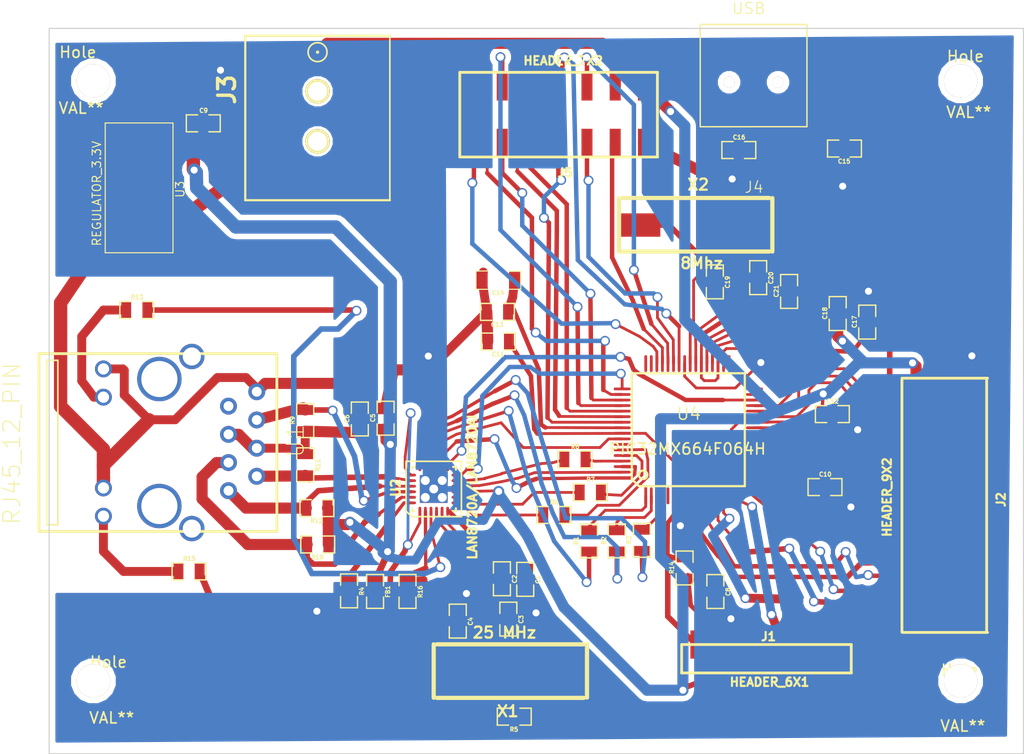
<source format=kicad_pcb>
(kicad_pcb (version 3) (host pcbnew "(2013-08-24 BZR 4298)-stable")

  (general
    (links 155)
    (no_connects 0)
    (area 28.65159 58.632667 120.700001 130.606001)
    (thickness 1.6)
    (drawings 11)
    (tracks 856)
    (zones 0)
    (modules 52)
    (nets 67)
  )

  (page A)
  (layers
    (15 F.Cu signal)
    (0 B.Cu signal)
    (16 B.Adhes user)
    (17 F.Adhes user)
    (18 B.Paste user)
    (19 F.Paste user)
    (20 B.SilkS user)
    (21 F.SilkS user)
    (22 B.Mask user)
    (23 F.Mask user)
    (24 Dwgs.User user)
    (25 Cmts.User user)
    (26 Eco1.User user)
    (27 Eco2.User user)
    (28 Edge.Cuts user)
  )

  (setup
    (last_trace_width 0.5)
    (user_trace_width 0.2)
    (user_trace_width 0.25)
    (user_trace_width 0.3)
    (user_trace_width 0.4)
    (user_trace_width 0.5)
    (user_trace_width 0.6)
    (user_trace_width 0.7)
    (user_trace_width 0.8)
    (user_trace_width 0.9)
    (user_trace_width 1)
    (user_trace_width 1.1)
    (user_trace_width 1.2)
    (trace_clearance 0.2)
    (zone_clearance 0.508)
    (zone_45_only no)
    (trace_min 0.2)
    (segment_width 0.2)
    (edge_width 0.1)
    (via_size 0.889)
    (via_drill 0.635)
    (via_min_size 0.889)
    (via_min_drill 0.508)
    (uvia_size 0.508)
    (uvia_drill 0.127)
    (uvias_allowed no)
    (uvia_min_size 0.508)
    (uvia_min_drill 0.127)
    (pcb_text_width 0.3)
    (pcb_text_size 1.5 1.5)
    (mod_edge_width 0.15)
    (mod_text_size 1 1)
    (mod_text_width 0.15)
    (pad_size 3 3)
    (pad_drill 3)
    (pad_to_mask_clearance 0)
    (pad_to_paste_clearance_ratio -0.2)
    (aux_axis_origin 0 0)
    (visible_elements 7FFFFFFF)
    (pcbplotparams
      (layerselection 272400385)
      (usegerberextensions false)
      (excludeedgelayer true)
      (linewidth 0.150000)
      (plotframeref false)
      (viasonmask false)
      (mode 1)
      (useauxorigin false)
      (hpglpennumber 1)
      (hpglpenspeed 20)
      (hpglpendiameter 15)
      (hpglpenoverlay 2)
      (psnegative false)
      (psa4output false)
      (plotreference true)
      (plotvalue true)
      (plotothertext true)
      (plotinvisibletext false)
      (padsonsilk false)
      (subtractmaskfromsilk false)
      (outputformat 2)
      (mirror false)
      (drillshape 0)
      (scaleselection 1)
      (outputdirectory ""))
  )

  (net 0 "")
  (net 1 +3.3v)
  (net 2 +5v_Vbus)
  (net 3 AVDD)
  (net 4 D+)
  (net 5 D-)
  (net 6 ECRSDV)
  (net 7 EMDC)
  (net 8 EMDIO)
  (net 9 EREFCLK)
  (net 10 ERXD0)
  (net 11 ERXD1)
  (net 12 ERXERR)
  (net 13 ETXD0)
  (net 14 ETXD1)
  (net 15 ETXEN)
  (net 16 GND)
  (net 17 GreenLED)
  (net 18 ICSPCLK_RB1)
  (net 19 ICSPDAT_RB0)
  (net 20 N-000001)
  (net 21 N-0000012)
  (net 22 N-0000013)
  (net 23 N-0000014)
  (net 24 N-0000015)
  (net 25 N-0000017)
  (net 26 N-0000018)
  (net 27 N-000002)
  (net 28 N-0000025)
  (net 29 N-0000028)
  (net 30 N-0000029)
  (net 31 N-000003)
  (net 32 N-0000030)
  (net 33 N-000004)
  (net 34 N-0000069)
  (net 35 N-0000074)
  (net 36 RB10)
  (net 37 RB11)
  (net 38 RB12)
  (net 39 RB13)
  (net 40 RB14)
  (net 41 RB2)
  (net 42 RB3)
  (net 43 RB4)
  (net 44 RB5)
  (net 45 RB6)
  (net 46 RB7)
  (net 47 RB8)
  (net 48 RB9)
  (net 49 RD0)
  (net 50 RD10)
  (net 51 RD11)
  (net 52 RD2)
  (net 53 RD3)
  (net 54 RD4)
  (net 55 RD5)
  (net 56 RD6)
  (net 57 RD7)
  (net 58 RD8)
  (net 59 RD9)
  (net 60 RXN)
  (net 61 RXP)
  (net 62 TXN)
  (net 63 TXP)
  (net 64 YellowLED)
  (net 65 nRST)
  (net 66 ~MCLR~)

  (net_class Default "This is the default net class."
    (clearance 0.2)
    (trace_width 0.2)
    (via_dia 0.889)
    (via_drill 0.635)
    (uvia_dia 0.508)
    (uvia_drill 0.127)
    (add_net "")
    (add_net +3.3v)
    (add_net +5v_Vbus)
    (add_net AVDD)
    (add_net D+)
    (add_net D-)
    (add_net ECRSDV)
    (add_net EMDC)
    (add_net EMDIO)
    (add_net EREFCLK)
    (add_net ERXD0)
    (add_net ERXD1)
    (add_net ERXERR)
    (add_net ETXD0)
    (add_net ETXD1)
    (add_net ETXEN)
    (add_net GND)
    (add_net GreenLED)
    (add_net ICSPCLK_RB1)
    (add_net ICSPDAT_RB0)
    (add_net N-000001)
    (add_net N-0000012)
    (add_net N-0000013)
    (add_net N-0000014)
    (add_net N-0000015)
    (add_net N-0000017)
    (add_net N-0000018)
    (add_net N-000002)
    (add_net N-0000025)
    (add_net N-0000028)
    (add_net N-0000029)
    (add_net N-000003)
    (add_net N-0000030)
    (add_net N-000004)
    (add_net N-0000069)
    (add_net N-0000074)
    (add_net RB10)
    (add_net RB11)
    (add_net RB12)
    (add_net RB13)
    (add_net RB14)
    (add_net RB2)
    (add_net RB3)
    (add_net RB4)
    (add_net RB5)
    (add_net RB6)
    (add_net RB7)
    (add_net RB8)
    (add_net RB9)
    (add_net RD0)
    (add_net RD10)
    (add_net RD11)
    (add_net RD2)
    (add_net RD3)
    (add_net RD4)
    (add_net RD5)
    (add_net RD6)
    (add_net RD7)
    (add_net RD8)
    (add_net RD9)
    (add_net RXN)
    (add_net RXP)
    (add_net TXN)
    (add_net TXP)
    (add_net YellowLED)
    (add_net nRST)
    (add_net ~MCLR~)
  )

  (module TED_QFN24 (layer F.Cu) (tedit 5253778A) (tstamp 524D57C4)
    (at 67.61 106.73 90)
    (path /523D3809)
    (fp_text reference U2 (at 0.1 -3.425 90) (layer F.SilkS)
      (effects (font (size 0.8 0.8) (thickness 0.2)))
    )
    (fp_text value LAN8720A/LAN8720AI (at 0.175 3.475 90) (layer F.SilkS)
      (effects (font (size 0.8 0.8) (thickness 0.2)))
    )
    (fp_line (start -1.99136 -2.4892) (end 2.4892 -2.4892) (layer F.SilkS) (width 0.14986))
    (fp_line (start -2.4892 -1.99136) (end -2.4892 2.4892) (layer F.SilkS) (width 0.14986))
    (fp_line (start -2.4892 -1.99136) (end -1.99136 -2.4892) (layer F.SilkS) (width 0.14986))
    (fp_line (start -1.99136 -1.74244) (end -1.99136 -1.99136) (layer F.SilkS) (width 0.20066))
    (fp_line (start -1.99136 -1.99136) (end -1.74244 -1.99136) (layer F.SilkS) (width 0.20066))
    (fp_line (start -1.74244 1.99136) (end -1.99136 1.99136) (layer F.SilkS) (width 0.20066))
    (fp_line (start -1.99136 1.99136) (end -1.99136 1.74244) (layer F.SilkS) (width 0.20066))
    (fp_line (start 1.99136 1.74244) (end 1.99136 1.99136) (layer F.SilkS) (width 0.20066))
    (fp_line (start 1.99136 1.99136) (end 1.74244 1.99136) (layer F.SilkS) (width 0.20066))
    (fp_line (start 1.74244 -1.99136) (end 1.99136 -1.99136) (layer F.SilkS) (width 0.20066))
    (fp_line (start 1.99136 -1.99136) (end 1.99136 -1.74244) (layer F.SilkS) (width 0.20066))
    (fp_line (start 2.4892 2.4892) (end -2.4892 2.4892) (layer F.SilkS) (width 0.14986))
    (fp_line (start 2.4892 -2.4892) (end 2.4892 2.4892) (layer F.SilkS) (width 0.14986))
    (pad 25 smd rect (at 0 0) (size 2.49936 2.49936)
      (layers F.Cu F.Paste)
      (net 16 GND)
      (zone_connect 1)
    )
    (pad 1 smd oval (at -1.99898 -1.24968 90) (size 0.8001 0.24892)
      (layers F.Cu F.Paste F.Mask)
      (net 3 AVDD)
    )
    (pad 2 smd oval (at -1.99898 -0.7493 90) (size 0.8001 0.24892)
      (layers F.Cu F.Paste F.Mask)
      (net 27 N-000002)
    )
    (pad 3 smd oval (at -1.99898 -0.24892 90) (size 0.8001 0.24892)
      (layers F.Cu F.Paste F.Mask)
      (net 20 N-000001)
    )
    (pad 4 smd oval (at -1.99898 0.24892 90) (size 0.8001 0.24892)
      (layers F.Cu F.Paste F.Mask)
      (net 23 N-0000014)
    )
    (pad 5 smd oval (at -1.99898 0.7493 90) (size 0.8001 0.24892)
      (layers F.Cu F.Paste F.Mask)
      (net 31 N-000003)
    )
    (pad 6 smd oval (at -1.99898 1.24968 90) (size 0.8001 0.24892)
      (layers F.Cu F.Paste F.Mask)
      (net 24 N-0000015)
    )
    (pad 7 smd oval (at -1.24968 1.99898 180) (size 0.8001 0.24892)
      (layers F.Cu F.Paste F.Mask)
      (net 22 N-0000013)
    )
    (pad 8 smd oval (at -0.7493 1.99898 180) (size 0.8001 0.24892)
      (layers F.Cu F.Paste F.Mask)
      (net 21 N-0000012)
    )
    (pad 9 smd oval (at -0.24892 1.99898 180) (size 0.8001 0.24892)
      (layers F.Cu F.Paste F.Mask)
      (net 1 +3.3v)
    )
    (pad 10 smd oval (at 0.24892 1.99898 180) (size 0.8001 0.24892)
      (layers F.Cu F.Paste F.Mask)
      (net 12 ERXERR)
    )
    (pad 11 smd oval (at 0.7493 1.99898 180) (size 0.8001 0.24892)
      (layers F.Cu F.Paste F.Mask)
      (net 28 N-0000025)
    )
    (pad 12 smd oval (at 1.24968 1.99898 180) (size 0.8001 0.24892)
      (layers F.Cu F.Paste F.Mask)
      (net 8 EMDIO)
    )
    (pad 13 smd oval (at 1.99898 1.24968 270) (size 0.8001 0.24892)
      (layers F.Cu F.Paste F.Mask)
      (net 7 EMDC)
    )
    (pad 14 smd oval (at 1.99898 0.7493 270) (size 0.8001 0.24892)
      (layers F.Cu F.Paste F.Mask)
      (net 9 EREFCLK)
    )
    (pad 15 smd oval (at 1.99898 0.24892 270) (size 0.8001 0.24892)
      (layers F.Cu F.Paste F.Mask)
      (net 65 nRST)
    )
    (pad 16 smd oval (at 1.99898 -0.24892 270) (size 0.8001 0.24892)
      (layers F.Cu F.Paste F.Mask)
      (net 32 N-0000030)
    )
    (pad 17 smd oval (at 1.99898 -0.7493 270) (size 0.8001 0.24892)
      (layers F.Cu F.Paste F.Mask)
      (net 30 N-0000029)
    )
    (pad 18 smd oval (at 1.99898 -1.24968 270) (size 0.8001 0.24892)
      (layers F.Cu F.Paste F.Mask)
      (net 29 N-0000028)
    )
    (pad 19 smd oval (at 1.24968 -1.99898) (size 0.8001 0.24892)
      (layers F.Cu F.Paste F.Mask)
      (net 3 AVDD)
    )
    (pad 20 smd oval (at 0.7493 -1.99898) (size 0.8001 0.24892)
      (layers F.Cu F.Paste F.Mask)
      (net 62 TXN)
    )
    (pad 21 smd oval (at 0.24892 -1.99898) (size 0.8001 0.24892)
      (layers F.Cu F.Paste F.Mask)
      (net 63 TXP)
    )
    (pad 22 smd oval (at -0.24892 -1.99898) (size 0.8001 0.24892)
      (layers F.Cu F.Paste F.Mask)
      (net 60 RXN)
    )
    (pad 23 smd oval (at -0.7493 -1.99898) (size 0.8001 0.24892)
      (layers F.Cu F.Paste F.Mask)
      (net 61 RXP)
    )
    (pad 24 smd oval (at -1.24968 -1.99898) (size 0.8001 0.24892)
      (layers F.Cu F.Paste F.Mask)
      (net 33 N-000004)
    )
    (pad 25 thru_hole circle (at 0 0) (size 0.8 0.8) (drill 0.8)
      (layers *.Cu)
      (net 16 GND)
    )
    (pad 25 thru_hole circle (at 0.762 -0.762) (size 0.8 0.8) (drill 0.8)
      (layers *.Cu)
      (net 16 GND)
      (zone_connect 1)
    )
    (pad 25 thru_hole circle (at -0.762 -0.762) (size 0.8 0.8) (drill 0.8)
      (layers *.Cu)
      (net 16 GND)
      (zone_connect 1)
    )
    (pad 25 thru_hole circle (at 0.762 0.762) (size 0.8 0.8) (drill 0.8)
      (layers *.Cu)
      (net 16 GND)
      (zone_connect 1)
    )
    (pad 25 thru_hole circle (at -0.762 0.762) (size 0.8 0.8) (drill 0.8)
      (layers *.Cu)
      (net 16 GND)
      (zone_connect 1)
    )
    (pad 25 smd rect (at 0 0) (size 2.49936 2.49936)
      (layers B.Cu B.Paste)
      (net 16 GND)
      (zone_connect 1)
    )
    (model smd/qfn24.wrl
      (at (xyz 0 0 0))
      (scale (xyz 1 1 1))
      (rotate (xyz 0 0 0))
    )
  )

  (module TED_SM1206 (layer F.Cu) (tedit 522E5F8D) (tstamp 52467A28)
    (at 73.42 87.93 180)
    (path /523F8B05)
    (attr smd)
    (fp_text reference C14 (at 0.0254 -1.14808 180) (layer F.SilkS)
      (effects (font (size 0.381 0.381) (thickness 0.09398)))
    )
    (fp_text value 10uF (at 0.10668 1.19888 180) (layer F.SilkS) hide
      (effects (font (size 0.381 0.381) (thickness 0.09398)))
    )
    (fp_line (start -1.00076 0.79756) (end -2.01676 0.79756) (layer F.SilkS) (width 0.09906))
    (fp_line (start -2.02184 0.762) (end -2.02184 -0.762) (layer F.SilkS) (width 0.09906))
    (fp_line (start -2.02184 -0.82296) (end -1.00584 -0.82296) (layer F.SilkS) (width 0.09906))
    (fp_line (start 0.98552 -0.82804) (end 2.00152 -0.82804) (layer F.SilkS) (width 0.09906))
    (fp_line (start 2.01676 -0.762) (end 2.01676 0.762) (layer F.SilkS) (width 0.09906))
    (fp_line (start 2.01168 0.81788) (end 0.99568 0.81788) (layer F.SilkS) (width 0.09906))
    (pad 1 smd rect (at -1.46304 -0.01524 180) (size 1.00076 1.50114)
      (layers F.Cu F.Paste F.Mask)
      (net 25 N-0000017)
    )
    (pad 2 smd rect (at 1.46304 -0.00508 180) (size 1.00076 1.5494)
      (layers F.Cu F.Paste F.Mask)
      (net 16 GND)
    )
    (model smd/chip_cms.wrl
      (at (xyz 0 0 0))
      (scale (xyz 0.1 0.1 0.1))
      (rotate (xyz 0 0 0))
    )
  )

  (module TED_USB_SMT_MINI (layer F.Cu) (tedit 521A2BF5) (tstamp 52467AEB)
    (at 96.375 69.525 180)
    (path /5241120F)
    (fp_text reference J4 (at -0.0381 -10.04316 180) (layer F.SilkS)
      (effects (font (size 1.00076 1.00076) (thickness 0.09906)))
    )
    (fp_text value USB (at 0.4445 6.0452 180) (layer F.SilkS)
      (effects (font (size 1.00076 1.00076) (thickness 0.09906)))
    )
    (fp_line (start -4.8006 -4.59994) (end 4.8006 -4.60248) (layer F.SilkS) (width 0.127))
    (fp_line (start 4.8006 -4.60248) (end 4.8006 4.59994) (layer F.SilkS) (width 0.127))
    (fp_line (start 4.8006 4.59994) (end -4.8006 4.59994) (layer F.SilkS) (width 0.127))
    (fp_line (start -4.8006 4.59994) (end -4.8006 -4.59994) (layer F.SilkS) (width 0.127))
    (pad GP smd rect (at 4.45008 -3.0988 180) (size 1.6002 1.6002)
      (layers F.Cu F.Paste F.Mask)
    )
    (pad GP smd rect (at 4.45008 2.4003 180) (size 1.6002 1.6002)
      (layers F.Cu F.Paste F.Mask)
    )
    (pad GP smd rect (at -4.45008 -3.0988 180) (size 1.6002 1.6002)
      (layers F.Cu F.Paste F.Mask)
    )
    (pad "" thru_hole circle (at 2.19964 -0.59944 180) (size 1.00076 1.00076) (drill 1.00076)
      (layers *.Cu *.Mask F.SilkS)
    )
    (pad 4 smd rect (at 0.8001 -3.70078 180) (size 0.50038 1.19888)
      (layers F.Cu F.Paste F.Mask)
      (net 16 GND)
    )
    (pad 1 smd rect (at -1.6002 -3.70078 180) (size 0.50038 1.19888)
      (layers F.Cu F.Paste F.Mask)
      (net 2 +5v_Vbus)
    )
    (pad 2 smd rect (at -0.8001 -3.70078 180) (size 0.50038 1.19888)
      (layers F.Cu F.Paste F.Mask)
      (net 5 D-)
    )
    (pad 5 smd rect (at 1.6002 -3.70078 180) (size 0.50038 1.19888)
      (layers F.Cu F.Paste F.Mask)
      (net 34 N-0000069)
    )
    (pad 3 smd rect (at 0.0127 -3.70078 180) (size 0.50038 1.19888)
      (layers F.Cu F.Paste F.Mask)
      (net 4 D+)
    )
    (pad GP smd rect (at -4.45008 2.4003 180) (size 1.6002 1.6002)
      (layers F.Cu F.Paste F.Mask)
    )
    (pad "" thru_hole circle (at -2.19964 -0.59944 180) (size 1.00076 1.00076) (drill 1.00076)
      (layers *.Cu *.Mask F.SilkS)
    )
  )

  (module TQFP_64 (layer F.Cu) (tedit 48A969ED) (tstamp 52467C56)
    (at 90.425 101.475)
    (tags "TQFP64 TQFP SMD IC")
    (path /523BFA34)
    (fp_text reference U4 (at 0.127 -1.524) (layer F.SilkS)
      (effects (font (size 1.09982 1.09982) (thickness 0.127)))
    )
    (fp_text value PIC32MX664F064H (at 0 1.651) (layer F.SilkS)
      (effects (font (size 1.00076 1.00076) (thickness 0.1524)))
    )
    (fp_circle (center -3.98272 3.98272) (end -3.98272 3.60172) (layer F.SilkS) (width 0.2032))
    (fp_line (start 5.16128 -5.16128) (end -4.99872 -5.16128) (layer F.SilkS) (width 0.2032))
    (fp_line (start -4.99872 -5.16128) (end -4.99872 4.36372) (layer F.SilkS) (width 0.2032))
    (fp_line (start -4.99872 4.36372) (end -4.36372 4.99872) (layer F.SilkS) (width 0.2032))
    (fp_line (start -4.36372 4.99872) (end 5.16128 4.99872) (layer F.SilkS) (width 0.2032))
    (fp_line (start 5.16128 4.99872) (end 5.16128 -5.16128) (layer F.SilkS) (width 0.2032))
    (pad 1 smd rect (at -3.74904 5.86994) (size 0.24892 1.524)
      (layers F.Cu F.Paste F.Mask)
      (net 15 ETXEN)
    )
    (pad 2 smd oval (at -3.24866 5.86994) (size 0.24892 1.524)
      (layers F.Cu F.Paste F.Mask)
      (net 13 ETXD0)
    )
    (pad 3 smd oval (at -2.74828 5.86994) (size 0.24892 1.524)
      (layers F.Cu F.Paste F.Mask)
      (net 14 ETXD1)
    )
    (pad 4 smd oval (at -2.2479 5.86994) (size 0.24892 1.524)
      (layers F.Cu F.Paste F.Mask)
    )
    (pad 5 smd oval (at -1.74752 5.86994) (size 0.24892 1.524)
      (layers F.Cu F.Paste F.Mask)
    )
    (pad 6 smd oval (at -1.24968 5.86994) (size 0.24892 1.524)
      (layers F.Cu F.Paste F.Mask)
    )
    (pad 7 smd oval (at -0.7493 5.86994) (size 0.24892 1.524)
      (layers F.Cu F.Paste F.Mask)
      (net 66 ~MCLR~)
    )
    (pad 8 smd oval (at -0.24892 5.86994) (size 0.24892 1.524)
      (layers F.Cu F.Paste F.Mask)
    )
    (pad 9 smd oval (at 0.25146 5.86994) (size 0.24892 1.524)
      (layers F.Cu F.Paste F.Mask)
      (net 16 GND)
    )
    (pad 10 smd oval (at 0.75184 5.86994) (size 0.24892 1.524)
      (layers F.Cu F.Paste F.Mask)
      (net 1 +3.3v)
    )
    (pad 11 smd oval (at 1.25222 5.86994) (size 0.24892 1.524)
      (layers F.Cu F.Paste F.Mask)
      (net 44 RB5)
    )
    (pad 12 smd oval (at 1.75006 5.86994) (size 0.24892 1.524)
      (layers F.Cu F.Paste F.Mask)
      (net 43 RB4)
    )
    (pad 13 smd oval (at 2.25044 5.86994) (size 0.24892 1.524)
      (layers F.Cu F.Paste F.Mask)
      (net 42 RB3)
    )
    (pad 14 smd oval (at 2.75082 5.86994) (size 0.24892 1.524)
      (layers F.Cu F.Paste F.Mask)
      (net 41 RB2)
    )
    (pad 15 smd oval (at 3.2512 5.86994) (size 0.24892 1.524)
      (layers F.Cu F.Paste F.Mask)
      (net 18 ICSPCLK_RB1)
    )
    (pad 16 smd oval (at 3.75158 5.86994) (size 0.24892 1.524)
      (layers F.Cu F.Paste F.Mask)
      (net 19 ICSPDAT_RB0)
    )
    (pad 17 smd oval (at 6.0325 3.74904) (size 1.524 0.24892)
      (layers F.Cu F.Paste F.Mask)
      (net 45 RB6)
    )
    (pad 18 smd oval (at 6.0325 3.24866) (size 1.524 0.24892)
      (layers F.Cu F.Paste F.Mask)
      (net 46 RB7)
    )
    (pad 19 smd oval (at 6.0325 2.74828) (size 1.524 0.24892)
      (layers F.Cu F.Paste F.Mask)
      (net 1 +3.3v)
    )
    (pad 20 smd oval (at 6.0325 2.2479) (size 1.524 0.24892)
      (layers F.Cu F.Paste F.Mask)
      (net 16 GND)
    )
    (pad 21 smd oval (at 6.0325 1.74752) (size 1.524 0.24892)
      (layers F.Cu F.Paste F.Mask)
      (net 47 RB8)
    )
    (pad 22 smd oval (at 6.0325 1.24968) (size 1.524 0.24892)
      (layers F.Cu F.Paste F.Mask)
      (net 48 RB9)
    )
    (pad 23 smd oval (at 6.0325 0.7493) (size 1.524 0.24892)
      (layers F.Cu F.Paste F.Mask)
      (net 36 RB10)
    )
    (pad 24 smd oval (at 6.0325 0.24892) (size 1.524 0.24892)
      (layers F.Cu F.Paste F.Mask)
      (net 37 RB11)
    )
    (pad 25 smd oval (at 6.0325 -0.25146) (size 1.524 0.24892)
      (layers F.Cu F.Paste F.Mask)
      (net 16 GND)
    )
    (pad 26 smd oval (at 6.0325 -0.75184) (size 1.524 0.24892)
      (layers F.Cu F.Paste F.Mask)
      (net 1 +3.3v)
    )
    (pad 27 smd oval (at 6.0325 -1.25222) (size 1.524 0.24892)
      (layers F.Cu F.Paste F.Mask)
      (net 38 RB12)
    )
    (pad 28 smd oval (at 6.0325 -1.75006) (size 1.524 0.24892)
      (layers F.Cu F.Paste F.Mask)
      (net 39 RB13)
    )
    (pad 29 smd oval (at 6.0325 -2.25044) (size 1.524 0.24892)
      (layers F.Cu F.Paste F.Mask)
      (net 40 RB14)
    )
    (pad 30 smd oval (at 6.0325 -2.75082) (size 1.524 0.24892)
      (layers F.Cu F.Paste F.Mask)
      (net 7 EMDC)
    )
    (pad 31 smd oval (at 6.0325 -3.2512) (size 1.524 0.24892)
      (layers F.Cu F.Paste F.Mask)
    )
    (pad 32 smd oval (at 6.0325 -3.75158) (size 1.524 0.24892)
      (layers F.Cu F.Paste F.Mask)
    )
    (pad 33 smd oval (at 3.75158 -6.0325) (size 0.24892 1.524)
      (layers F.Cu F.Paste F.Mask)
    )
    (pad 34 smd oval (at 3.2512 -6.0325) (size 0.24892 1.524)
      (layers F.Cu F.Paste F.Mask)
      (net 2 +5v_Vbus)
    )
    (pad 35 smd oval (at 2.75082 -6.0325) (size 0.24892 1.524)
      (layers F.Cu F.Paste F.Mask)
      (net 1 +3.3v)
    )
    (pad 36 smd oval (at 2.25044 -6.0325) (size 0.24892 1.524)
      (layers F.Cu F.Paste F.Mask)
      (net 5 D-)
    )
    (pad 37 smd oval (at 1.75006 -6.0325) (size 0.24892 1.524)
      (layers F.Cu F.Paste F.Mask)
      (net 4 D+)
    )
    (pad 38 smd oval (at 1.25222 -6.0325) (size 0.24892 1.524)
      (layers F.Cu F.Paste F.Mask)
      (net 1 +3.3v)
    )
    (pad 39 smd oval (at 0.75184 -6.0325) (size 0.24892 1.524)
      (layers F.Cu F.Paste F.Mask)
      (net 35 N-0000074)
    )
    (pad 40 smd oval (at 0.25146 -6.0325) (size 0.24892 1.524)
      (layers F.Cu F.Paste F.Mask)
      (net 26 N-0000018)
    )
    (pad 41 smd oval (at -0.24892 -6.0325) (size 0.24892 1.524)
      (layers F.Cu F.Paste F.Mask)
      (net 16 GND)
    )
    (pad 42 smd oval (at -0.7493 -6.0325) (size 0.24892 1.524)
      (layers F.Cu F.Paste F.Mask)
      (net 58 RD8)
    )
    (pad 43 smd oval (at -1.24968 -6.0325) (size 0.24892 1.524)
      (layers F.Cu F.Paste F.Mask)
      (net 59 RD9)
    )
    (pad 44 smd oval (at -1.74752 -6.0325) (size 0.24892 1.524)
      (layers F.Cu F.Paste F.Mask)
      (net 50 RD10)
    )
    (pad 45 smd oval (at -2.2479 -6.0325) (size 0.24892 1.524)
      (layers F.Cu F.Paste F.Mask)
      (net 51 RD11)
    )
    (pad 46 smd oval (at -2.74828 -6.0325) (size 0.24892 1.524)
      (layers F.Cu F.Paste F.Mask)
      (net 49 RD0)
    )
    (pad 47 smd oval (at -3.24866 -6.0325) (size 0.24892 1.524)
      (layers F.Cu F.Paste F.Mask)
    )
    (pad 48 smd oval (at -3.74904 -6.0325) (size 0.24892 1.524)
      (layers F.Cu F.Paste F.Mask)
    )
    (pad 49 smd oval (at -5.86994 -3.75158) (size 1.524 0.24892)
      (layers F.Cu F.Paste F.Mask)
      (net 8 EMDIO)
    )
    (pad 50 smd oval (at -5.86994 -3.2512) (size 1.524 0.24892)
      (layers F.Cu F.Paste F.Mask)
      (net 52 RD2)
    )
    (pad 52 smd oval (at -5.86994 -2.25044) (size 1.524 0.24892)
      (layers F.Cu F.Paste F.Mask)
      (net 54 RD4)
    )
    (pad 51 smd oval (at -5.88772 -2.75082) (size 1.524 0.24892)
      (layers F.Cu F.Paste F.Mask)
      (net 53 RD3)
    )
    (pad 53 smd oval (at -5.86994 -1.75006) (size 1.524 0.24892)
      (layers F.Cu F.Paste F.Mask)
      (net 55 RD5)
    )
    (pad 54 smd oval (at -5.86994 -1.25222) (size 1.524 0.24892)
      (layers F.Cu F.Paste F.Mask)
      (net 56 RD6)
    )
    (pad 55 smd oval (at -5.86994 -0.75184) (size 1.524 0.24892)
      (layers F.Cu F.Paste F.Mask)
      (net 57 RD7)
    )
    (pad 56 smd oval (at -5.86994 -0.25146) (size 1.524 0.24892)
      (layers F.Cu F.Paste F.Mask)
      (net 25 N-0000017)
    )
    (pad 57 smd oval (at -5.86994 0.24892) (size 1.524 0.24892)
      (layers F.Cu F.Paste F.Mask)
      (net 1 +3.3v)
    )
    (pad 58 smd oval (at -5.86994 0.7493) (size 1.524 0.24892)
      (layers F.Cu F.Paste F.Mask)
      (net 65 nRST)
    )
    (pad 59 smd oval (at -5.86994 1.24206) (size 1.524 0.24892)
      (layers F.Cu F.Paste F.Mask)
    )
    (pad 60 smd oval (at -5.86994 1.74244) (size 1.524 0.24892)
      (layers F.Cu F.Paste F.Mask)
      (net 11 ERXD1)
    )
    (pad 61 smd oval (at -5.86994 2.24282) (size 1.524 0.24892)
      (layers F.Cu F.Paste F.Mask)
      (net 10 ERXD0)
    )
    (pad 62 smd oval (at -5.86994 2.7432) (size 1.524 0.24892)
      (layers F.Cu F.Paste F.Mask)
      (net 6 ECRSDV)
    )
    (pad 63 smd oval (at -5.86994 3.24104) (size 1.524 0.24892)
      (layers F.Cu F.Paste F.Mask)
      (net 9 EREFCLK)
    )
    (pad 64 smd oval (at -5.86994 3.74142) (size 1.524 0.24892)
      (layers F.Cu F.Paste F.Mask)
      (net 12 ERXERR)
    )
    (model smd/TQFP_64.wrl
      (at (xyz 0 0 0.001))
      (scale (xyz 0.3937 0.3937 0.3937))
      (rotate (xyz 0 0 0))
    )
  )

  (module TED_crystal_SMT_13x5mm (layer F.Cu) (tedit 4C13C050) (tstamp 52467CBD)
    (at 74.5 123.13 180)
    (path /523E7BF0)
    (fp_text reference X1 (at 0.2286 -3.60172 180) (layer F.SilkS)
      (effects (font (size 1.00076 1.00076) (thickness 0.20066)))
    )
    (fp_text value "25 MHz" (at 0.5334 3.47472 180) (layer F.SilkS)
      (effects (font (size 1.00076 1.00076) (thickness 0.20066)))
    )
    (fp_line (start 6.89356 -2.3876) (end 6.89356 2.41808) (layer F.SilkS) (width 0.381))
    (fp_line (start -6.89356 -2.37236) (end -6.89356 2.43332) (layer F.SilkS) (width 0.381))
    (fp_line (start -6.59892 2.41808) (end 6.61416 2.41808) (layer F.SilkS) (width 0.381))
    (fp_line (start -6.604 -2.40284) (end 6.60908 -2.40284) (layer F.SilkS) (width 0.381))
    (pad 1 smd rect (at -5.08 0.03556 180) (size 3.79984 2.10058)
      (layers F.Cu F.Paste F.Mask)
      (net 31 N-000003)
    )
    (pad 2 smd rect (at 5.08 -0.06096 180) (size 3.79984 2.10058)
      (layers F.Cu F.Paste F.Mask)
      (net 23 N-0000014)
    )
  )

  (module TED_crystal_SMT_13x5mm (layer F.Cu) (tedit 4C13C050) (tstamp 52467CC7)
    (at 91.17 82.94)
    (path /523F7B39)
    (fp_text reference X2 (at 0.2286 -3.60172) (layer F.SilkS)
      (effects (font (size 1.00076 1.00076) (thickness 0.20066)))
    )
    (fp_text value 8Mhz (at 0.5334 3.47472) (layer F.SilkS)
      (effects (font (size 1.00076 1.00076) (thickness 0.20066)))
    )
    (fp_line (start 6.89356 -2.3876) (end 6.89356 2.41808) (layer F.SilkS) (width 0.381))
    (fp_line (start -6.89356 -2.37236) (end -6.89356 2.43332) (layer F.SilkS) (width 0.381))
    (fp_line (start -6.59892 2.41808) (end 6.61416 2.41808) (layer F.SilkS) (width 0.381))
    (fp_line (start -6.604 -2.40284) (end 6.60908 -2.40284) (layer F.SilkS) (width 0.381))
    (pad 1 smd rect (at -5.08 0.03556) (size 3.79984 2.10058)
      (layers F.Cu F.Paste F.Mask)
      (net 26 N-0000018)
    )
    (pad 2 smd rect (at 5.08 -0.06096) (size 3.79984 2.10058)
      (layers F.Cu F.Paste F.Mask)
      (net 35 N-0000074)
    )
  )

  (module TED_RJ45_12pin_Bottom (layer F.Cu) (tedit 5244FBB3) (tstamp 52467EB3)
    (at 42.8 102.55 270)
    (path /5245188F)
    (fp_text reference U1 (at -0.1524 -12.36472 270) (layer F.SilkS)
      (effects (font (thickness 0.09906)))
    )
    (fp_text value RJ45_12_PIN (at 0.1016 13.13688 270) (layer F.SilkS)
      (effects (font (thickness 0.09906)))
    )
    (fp_line (start -7.4 9) (end -7.4 10) (layer F.SilkS) (width 0.15))
    (fp_line (start -7.4 10) (end 7.4 10) (layer F.SilkS) (width 0.15))
    (fp_line (start 7.4 10) (end 7.4 9) (layer F.SilkS) (width 0.15))
    (fp_line (start 7.4 9) (end -7.4 9) (layer F.SilkS) (width 0.15))
    (fp_line (start -8 -10.7) (end 8 -10.7) (layer F.SilkS) (width 0.254))
    (fp_line (start 8 -10.7) (end 8 10.7) (layer F.SilkS) (width 0.254))
    (fp_line (start 8 10.7) (end -8 10.7) (layer F.SilkS) (width 0.254))
    (fp_line (start -8 10.7) (end -8 -10.7) (layer F.SilkS) (width 0.254))
    (pad 12 thru_hole circle (at -6.625 4.9 270) (size 1.524 1.524) (drill 1.02)
      (layers F.Cu)
      (net 16 GND)
      (clearance 0.2)
    )
    (pad 11 thru_hole circle (at -4.085 4.9 270) (size 1.524 1.524) (drill 1.02)
      (layers F.Cu)
      (net 64 YellowLED)
      (clearance 0.2)
    )
    (pad 10 thru_hole circle (at 4.085 4.9 270) (size 1.524 1.524) (drill 1.02)
      (layers F.Cu)
      (net 16 GND)
      (clearance 0.2)
    )
    (pad 9 thru_hole circle (at 6.625 4.9 270) (size 1.524 1.524) (drill 1.02)
      (layers F.Cu)
      (net 17 GreenLED)
      (clearance 0.2)
    )
    (pad 7 thru_hole circle (at -3.2766 -6.35 270) (size 1.524 1.524) (drill 0.89)
      (layers F.Cu)
    )
    (pad 3 thru_hole circle (at 1.8034 -6.35 270) (size 1.524 1.524) (drill 0.89)
      (layers F.Cu)
      (net 61 RXP)
    )
    (pad 5 thru_hole circle (at -0.7366 -6.35 270) (size 1.524 1.524) (drill 0.89)
      (layers F.Cu)
      (net 1 +3.3v)
    )
    (pad 1 thru_hole circle (at 4.33324 -6.35 270) (size 1.524 1.524) (drill 0.89)
      (layers F.Cu)
      (net 63 TXP)
    )
    (pad 2 thru_hole circle (at 3.03784 -8.89 270) (size 1.524 1.524) (drill 0.89)
      (layers F.Cu)
      (net 62 TXN)
    )
    (pad 6 thru_hole circle (at -2.032 -8.89 270) (size 1.524 1.524) (drill 0.89)
      (layers F.Cu)
      (net 60 RXN)
    )
    (pad 4 thru_hole circle (at 0.508 -8.89 270) (size 1.524 1.524) (drill 0.89)
      (layers F.Cu)
      (net 1 +3.3v)
    )
    (pad "" thru_hole circle (at 5.715 -0.13208 270) (size 4 4) (drill 3.25)
      (layers F.Cu)
    )
    (pad "" thru_hole circle (at -5.715 -0.13208 270) (size 4 4) (drill 3.25)
      (layers F.Cu)
      (clearance 0.3)
    )
    (pad "" thru_hole circle (at -7.745 -3.05 270) (size 2.286 2.286) (drill 1.63)
      (layers F.Cu)
      (clearance 0.3)
    )
    (pad "" thru_hole circle (at 7.745 -3.05 270) (size 2.286 2.286) (drill 1.63)
      (layers F.Cu)
      (clearance 0.3)
    )
    (pad 8 thru_hole circle (at -4.572 -8.89 270) (size 1.524 1.524) (drill 0.89)
      (layers F.Cu)
      (net 16 GND)
    )
  )

  (module TED_DC_2.1mm_SMT (layer F.Cu) (tedit 52450317) (tstamp 5246829E)
    (at 57.16 70.94 90)
    (path /523E218E)
    (fp_text reference J3 (at 0.15748 -8.15848 90) (layer F.SilkS)
      (effects (font (thickness 0.3048)))
    )
    (fp_text value "Logic DC_2.1MM" (at 0.1016 8.49884 90) (layer F.SilkS) hide
      (effects (font (thickness 0.3048)))
    )
    (fp_circle (center 3.525 0) (end 3.525 -0.075) (layer F.SilkS) (width 0.15))
    (fp_circle (center 3.525 0) (end 3.55 -0.85) (layer F.SilkS) (width 0.15))
    (fp_line (start -9.8 -6.5024) (end 5 -6.5024) (layer F.SilkS) (width 0.20066))
    (fp_line (start 5 -6.5024) (end 5 6.5024) (layer F.SilkS) (width 0.20066))
    (fp_line (start 5 6.5024) (end -9.8 6.5024) (layer F.SilkS) (width 0.15))
    (fp_line (start -9.8 6.5024) (end -9.8 -6.5024) (layer F.SilkS) (width 0.20066))
    (pad 4 thru_hole circle (at -4.5 0 90) (size 2.2 2.2) (drill 1.7)
      (layers F.Cu F.SilkS)
      (clearance 0.2)
    )
    (pad 3 smd rect (at 0 5.4 90) (size 1.99898 1.99898)
      (layers F.Cu F.Paste F.Mask)
      (clearance 0.2)
    )
    (pad 3 smd rect (at -6.1 5.4 90) (size 1.99898 1.99898)
      (layers F.Cu F.Paste F.Mask)
    )
    (pad 2 smd rect (at 0 -5.41528 90) (size 1.99898 1.99898)
      (layers F.Cu F.Paste F.Mask)
      (net 16 GND)
      (clearance 0.2)
    )
    (pad 1 smd rect (at -6.1 -5.4 90) (size 1.99898 1.99898)
      (layers F.Cu F.Paste F.Mask)
      (net 2 +5v_Vbus)
      (clearance 0.2)
    )
    (pad 4 thru_hole circle (at 0 0 90) (size 2.2 2.2) (drill 1.7)
      (layers *.Mask F.Cu F.SilkS)
      (clearance 0.2)
    )
  )

  (module TED_SM0805 (layer F.Cu) (tedit 522E5F71) (tstamp 52467BBD)
    (at 65.25 115.95 270)
    (path /523E8A3C)
    (attr smd)
    (fp_text reference R16 (at 0.0254 -1.14808 270) (layer F.SilkS)
      (effects (font (size 0.381 0.381) (thickness 0.09398)))
    )
    (fp_text value "10k 1%" (at 0.10668 1.19888 270) (layer F.SilkS) hide
      (effects (font (size 0.381 0.381) (thickness 0.09398)))
    )
    (fp_line (start -0.508 0.762) (end -1.524 0.762) (layer F.SilkS) (width 0.127))
    (fp_line (start -1.524 0.762) (end -1.524 -0.762) (layer F.SilkS) (width 0.127))
    (fp_line (start -1.524 -0.762) (end -0.508 -0.762) (layer F.SilkS) (width 0.127))
    (fp_line (start 0.508 -0.762) (end 1.524 -0.762) (layer F.SilkS) (width 0.127))
    (fp_line (start 1.524 -0.762) (end 1.524 0.762) (layer F.SilkS) (width 0.127))
    (fp_line (start 1.524 0.762) (end 0.508 0.762) (layer F.SilkS) (width 0.127))
    (pad 1 smd rect (at -0.9525 0 270) (size 0.889 1.397)
      (layers F.Cu F.Paste F.Mask)
      (net 27 N-000002)
    )
    (pad 2 smd rect (at 0.9525 0 270) (size 0.889 1.397)
      (layers F.Cu F.Paste F.Mask)
      (net 16 GND)
    )
    (model smd/chip_cms.wrl
      (at (xyz 0 0 0))
      (scale (xyz 0.1 0.1 0.1))
      (rotate (xyz 0 0 0))
    )
  )

  (module TED_SM0805 (layer F.Cu) (tedit 522E5F71) (tstamp 52467BB1)
    (at 45.6 114.15)
    (path /523E8044)
    (attr smd)
    (fp_text reference R15 (at 0.0254 -1.14808) (layer F.SilkS)
      (effects (font (size 0.381 0.381) (thickness 0.09398)))
    )
    (fp_text value 255 (at 0.10668 1.19888) (layer F.SilkS) hide
      (effects (font (size 0.381 0.381) (thickness 0.09398)))
    )
    (fp_line (start -0.508 0.762) (end -1.524 0.762) (layer F.SilkS) (width 0.127))
    (fp_line (start -1.524 0.762) (end -1.524 -0.762) (layer F.SilkS) (width 0.127))
    (fp_line (start -1.524 -0.762) (end -0.508 -0.762) (layer F.SilkS) (width 0.127))
    (fp_line (start 0.508 -0.762) (end 1.524 -0.762) (layer F.SilkS) (width 0.127))
    (fp_line (start 1.524 -0.762) (end 1.524 0.762) (layer F.SilkS) (width 0.127))
    (fp_line (start 1.524 0.762) (end 0.508 0.762) (layer F.SilkS) (width 0.127))
    (pad 1 smd rect (at -0.9525 0) (size 0.889 1.397)
      (layers F.Cu F.Paste F.Mask)
      (net 17 GreenLED)
    )
    (pad 2 smd rect (at 0.9525 0) (size 0.889 1.397)
      (layers F.Cu F.Paste F.Mask)
      (net 27 N-000002)
    )
    (model smd/chip_cms.wrl
      (at (xyz 0 0 0))
      (scale (xyz 0.1 0.1 0.1))
      (rotate (xyz 0 0 0))
    )
  )

  (module TED_SM0805 (layer F.Cu) (tedit 522E5F71) (tstamp 52467BA5)
    (at 90.17 113.84 90)
    (path /523F485A)
    (attr smd)
    (fp_text reference R14 (at 0.0254 -1.14808 90) (layer F.SilkS)
      (effects (font (size 0.381 0.381) (thickness 0.09398)))
    )
    (fp_text value 4.7k (at 0.10668 1.19888 90) (layer F.SilkS) hide
      (effects (font (size 0.381 0.381) (thickness 0.09398)))
    )
    (fp_line (start -0.508 0.762) (end -1.524 0.762) (layer F.SilkS) (width 0.127))
    (fp_line (start -1.524 0.762) (end -1.524 -0.762) (layer F.SilkS) (width 0.127))
    (fp_line (start -1.524 -0.762) (end -0.508 -0.762) (layer F.SilkS) (width 0.127))
    (fp_line (start 0.508 -0.762) (end 1.524 -0.762) (layer F.SilkS) (width 0.127))
    (fp_line (start 1.524 -0.762) (end 1.524 0.762) (layer F.SilkS) (width 0.127))
    (fp_line (start 1.524 0.762) (end 0.508 0.762) (layer F.SilkS) (width 0.127))
    (pad 1 smd rect (at -0.9525 0 90) (size 0.889 1.397)
      (layers F.Cu F.Paste F.Mask)
      (net 1 +3.3v)
    )
    (pad 2 smd rect (at 0.9525 0 90) (size 0.889 1.397)
      (layers F.Cu F.Paste F.Mask)
      (net 66 ~MCLR~)
    )
    (model smd/chip_cms.wrl
      (at (xyz 0 0 0))
      (scale (xyz 0.1 0.1 0.1))
      (rotate (xyz 0 0 0))
    )
  )

  (module TED_SM0805 (layer F.Cu) (tedit 522E5F71) (tstamp 52467B8D)
    (at 57.1 108.45 180)
    (path /523F1FBF)
    (attr smd)
    (fp_text reference R12 (at 0.0254 -1.14808 180) (layer F.SilkS)
      (effects (font (size 0.381 0.381) (thickness 0.09398)))
    )
    (fp_text value 49.9 (at 0.10668 1.19888 180) (layer F.SilkS) hide
      (effects (font (size 0.381 0.381) (thickness 0.09398)))
    )
    (fp_line (start -0.508 0.762) (end -1.524 0.762) (layer F.SilkS) (width 0.127))
    (fp_line (start -1.524 0.762) (end -1.524 -0.762) (layer F.SilkS) (width 0.127))
    (fp_line (start -1.524 -0.762) (end -0.508 -0.762) (layer F.SilkS) (width 0.127))
    (fp_line (start 0.508 -0.762) (end 1.524 -0.762) (layer F.SilkS) (width 0.127))
    (fp_line (start 1.524 -0.762) (end 1.524 0.762) (layer F.SilkS) (width 0.127))
    (fp_line (start 1.524 0.762) (end 0.508 0.762) (layer F.SilkS) (width 0.127))
    (pad 1 smd rect (at -0.9525 0 180) (size 0.889 1.397)
      (layers F.Cu F.Paste F.Mask)
      (net 1 +3.3v)
    )
    (pad 2 smd rect (at 0.9525 0 180) (size 0.889 1.397)
      (layers F.Cu F.Paste F.Mask)
      (net 63 TXP)
    )
    (model smd/chip_cms.wrl
      (at (xyz 0 0 0))
      (scale (xyz 0.1 0.1 0.1))
      (rotate (xyz 0 0 0))
    )
  )

  (module TED_SM0805 (layer F.Cu) (tedit 522E5F71) (tstamp 524A440A)
    (at 56.05 104.55 270)
    (path /523F1FD6)
    (attr smd)
    (fp_text reference R11 (at 0.0254 -1.14808 270) (layer F.SilkS)
      (effects (font (size 0.381 0.381) (thickness 0.09398)))
    )
    (fp_text value 49.9 (at 0.10668 1.19888 270) (layer F.SilkS) hide
      (effects (font (size 0.381 0.381) (thickness 0.09398)))
    )
    (fp_line (start -0.508 0.762) (end -1.524 0.762) (layer F.SilkS) (width 0.127))
    (fp_line (start -1.524 0.762) (end -1.524 -0.762) (layer F.SilkS) (width 0.127))
    (fp_line (start -1.524 -0.762) (end -0.508 -0.762) (layer F.SilkS) (width 0.127))
    (fp_line (start 0.508 -0.762) (end 1.524 -0.762) (layer F.SilkS) (width 0.127))
    (fp_line (start 1.524 -0.762) (end 1.524 0.762) (layer F.SilkS) (width 0.127))
    (fp_line (start 1.524 0.762) (end 0.508 0.762) (layer F.SilkS) (width 0.127))
    (pad 1 smd rect (at -0.9525 0 270) (size 0.889 1.397)
      (layers F.Cu F.Paste F.Mask)
      (net 1 +3.3v)
    )
    (pad 2 smd rect (at 0.9525 0 270) (size 0.889 1.397)
      (layers F.Cu F.Paste F.Mask)
      (net 62 TXN)
    )
    (model smd/chip_cms.wrl
      (at (xyz 0 0 0))
      (scale (xyz 0.1 0.1 0.1))
      (rotate (xyz 0 0 0))
    )
  )

  (module TED_SM0805 (layer F.Cu) (tedit 522E5F71) (tstamp 52467B75)
    (at 57.175 111.725 180)
    (path /523F1FDC)
    (attr smd)
    (fp_text reference R10 (at 0.0254 -1.14808 180) (layer F.SilkS)
      (effects (font (size 0.381 0.381) (thickness 0.09398)))
    )
    (fp_text value 49.9 (at 0.10668 1.19888 180) (layer F.SilkS) hide
      (effects (font (size 0.381 0.381) (thickness 0.09398)))
    )
    (fp_line (start -0.508 0.762) (end -1.524 0.762) (layer F.SilkS) (width 0.127))
    (fp_line (start -1.524 0.762) (end -1.524 -0.762) (layer F.SilkS) (width 0.127))
    (fp_line (start -1.524 -0.762) (end -0.508 -0.762) (layer F.SilkS) (width 0.127))
    (fp_line (start 0.508 -0.762) (end 1.524 -0.762) (layer F.SilkS) (width 0.127))
    (fp_line (start 1.524 -0.762) (end 1.524 0.762) (layer F.SilkS) (width 0.127))
    (fp_line (start 1.524 0.762) (end 0.508 0.762) (layer F.SilkS) (width 0.127))
    (pad 1 smd rect (at -0.9525 0 180) (size 0.889 1.397)
      (layers F.Cu F.Paste F.Mask)
      (net 1 +3.3v)
    )
    (pad 2 smd rect (at 0.9525 0 180) (size 0.889 1.397)
      (layers F.Cu F.Paste F.Mask)
      (net 61 RXP)
    )
    (model smd/chip_cms.wrl
      (at (xyz 0 0 0))
      (scale (xyz 0.1 0.1 0.1))
      (rotate (xyz 0 0 0))
    )
  )

  (module TED_SM0805 (layer F.Cu) (tedit 522E5F71) (tstamp 524A4417)
    (at 56.05 100.575 90)
    (path /523F1FE2)
    (attr smd)
    (fp_text reference R9 (at 0.0254 -1.14808 90) (layer F.SilkS)
      (effects (font (size 0.381 0.381) (thickness 0.09398)))
    )
    (fp_text value 49.9 (at 0.10668 1.19888 90) (layer F.SilkS) hide
      (effects (font (size 0.381 0.381) (thickness 0.09398)))
    )
    (fp_line (start -0.508 0.762) (end -1.524 0.762) (layer F.SilkS) (width 0.127))
    (fp_line (start -1.524 0.762) (end -1.524 -0.762) (layer F.SilkS) (width 0.127))
    (fp_line (start -1.524 -0.762) (end -0.508 -0.762) (layer F.SilkS) (width 0.127))
    (fp_line (start 0.508 -0.762) (end 1.524 -0.762) (layer F.SilkS) (width 0.127))
    (fp_line (start 1.524 -0.762) (end 1.524 0.762) (layer F.SilkS) (width 0.127))
    (fp_line (start 1.524 0.762) (end 0.508 0.762) (layer F.SilkS) (width 0.127))
    (pad 1 smd rect (at -0.9525 0 90) (size 0.889 1.397)
      (layers F.Cu F.Paste F.Mask)
      (net 1 +3.3v)
    )
    (pad 2 smd rect (at 0.9525 0 90) (size 0.889 1.397)
      (layers F.Cu F.Paste F.Mask)
      (net 60 RXN)
    )
    (model smd/chip_cms.wrl
      (at (xyz 0 0 0))
      (scale (xyz 0.1 0.1 0.1))
      (rotate (xyz 0 0 0))
    )
  )

  (module TED_SM0805 (layer F.Cu) (tedit 522E5F71) (tstamp 52467B5D)
    (at 80.31 104.07)
    (path /523F3E09)
    (attr smd)
    (fp_text reference R8 (at 0.0254 -1.14808) (layer F.SilkS)
      (effects (font (size 0.381 0.381) (thickness 0.09398)))
    )
    (fp_text value 33 (at 0.10668 1.19888) (layer F.SilkS) hide
      (effects (font (size 0.381 0.381) (thickness 0.09398)))
    )
    (fp_line (start -0.508 0.762) (end -1.524 0.762) (layer F.SilkS) (width 0.127))
    (fp_line (start -1.524 0.762) (end -1.524 -0.762) (layer F.SilkS) (width 0.127))
    (fp_line (start -1.524 -0.762) (end -0.508 -0.762) (layer F.SilkS) (width 0.127))
    (fp_line (start 0.508 -0.762) (end 1.524 -0.762) (layer F.SilkS) (width 0.127))
    (fp_line (start 1.524 -0.762) (end 1.524 0.762) (layer F.SilkS) (width 0.127))
    (fp_line (start 1.524 0.762) (end 0.508 0.762) (layer F.SilkS) (width 0.127))
    (pad 1 smd rect (at -0.9525 0) (size 0.889 1.397)
      (layers F.Cu F.Paste F.Mask)
      (net 28 N-0000025)
    )
    (pad 2 smd rect (at 0.9525 0) (size 0.889 1.397)
      (layers F.Cu F.Paste F.Mask)
      (net 6 ECRSDV)
    )
    (model smd/chip_cms.wrl
      (at (xyz 0 0 0))
      (scale (xyz 0.1 0.1 0.1))
      (rotate (xyz 0 0 0))
    )
  )

  (module TED_SM0805 (layer F.Cu) (tedit 522E5F71) (tstamp 52467B51)
    (at 81.69 107.04)
    (path /523E8470)
    (attr smd)
    (fp_text reference R7 (at 0.0254 -1.14808) (layer F.SilkS)
      (effects (font (size 0.381 0.381) (thickness 0.09398)))
    )
    (fp_text value 33 (at 0.10668 1.19888) (layer F.SilkS) hide
      (effects (font (size 0.381 0.381) (thickness 0.09398)))
    )
    (fp_line (start -0.508 0.762) (end -1.524 0.762) (layer F.SilkS) (width 0.127))
    (fp_line (start -1.524 0.762) (end -1.524 -0.762) (layer F.SilkS) (width 0.127))
    (fp_line (start -1.524 -0.762) (end -0.508 -0.762) (layer F.SilkS) (width 0.127))
    (fp_line (start 0.508 -0.762) (end 1.524 -0.762) (layer F.SilkS) (width 0.127))
    (fp_line (start 1.524 -0.762) (end 1.524 0.762) (layer F.SilkS) (width 0.127))
    (fp_line (start 1.524 0.762) (end 0.508 0.762) (layer F.SilkS) (width 0.127))
    (pad 1 smd rect (at -0.9525 0) (size 0.889 1.397)
      (layers F.Cu F.Paste F.Mask)
      (net 21 N-0000012)
    )
    (pad 2 smd rect (at 0.9525 0) (size 0.889 1.397)
      (layers F.Cu F.Paste F.Mask)
      (net 10 ERXD0)
    )
    (model smd/chip_cms.wrl
      (at (xyz 0 0 0))
      (scale (xyz 0.1 0.1 0.1))
      (rotate (xyz 0 0 0))
    )
  )

  (module TED_SM0805 (layer F.Cu) (tedit 522E5F71) (tstamp 52467B45)
    (at 78.41 109.07)
    (path /523E8497)
    (attr smd)
    (fp_text reference R6 (at 0.0254 -1.14808) (layer F.SilkS)
      (effects (font (size 0.381 0.381) (thickness 0.09398)))
    )
    (fp_text value 33 (at 0.10668 1.19888) (layer F.SilkS) hide
      (effects (font (size 0.381 0.381) (thickness 0.09398)))
    )
    (fp_line (start -0.508 0.762) (end -1.524 0.762) (layer F.SilkS) (width 0.127))
    (fp_line (start -1.524 0.762) (end -1.524 -0.762) (layer F.SilkS) (width 0.127))
    (fp_line (start -1.524 -0.762) (end -0.508 -0.762) (layer F.SilkS) (width 0.127))
    (fp_line (start 0.508 -0.762) (end 1.524 -0.762) (layer F.SilkS) (width 0.127))
    (fp_line (start 1.524 -0.762) (end 1.524 0.762) (layer F.SilkS) (width 0.127))
    (fp_line (start 1.524 0.762) (end 0.508 0.762) (layer F.SilkS) (width 0.127))
    (pad 1 smd rect (at -0.9525 0) (size 0.889 1.397)
      (layers F.Cu F.Paste F.Mask)
      (net 22 N-0000013)
    )
    (pad 2 smd rect (at 0.9525 0) (size 0.889 1.397)
      (layers F.Cu F.Paste F.Mask)
      (net 11 ERXD1)
    )
    (model smd/chip_cms.wrl
      (at (xyz 0 0 0))
      (scale (xyz 0.1 0.1 0.1))
      (rotate (xyz 0 0 0))
    )
  )

  (module TED_SM0805 (layer F.Cu) (tedit 522E5F71) (tstamp 52467B39)
    (at 74.85 127.22 180)
    (path /523E7C54)
    (attr smd)
    (fp_text reference R5 (at 0.0254 -1.14808 180) (layer F.SilkS)
      (effects (font (size 0.381 0.381) (thickness 0.09398)))
    )
    (fp_text value 1M (at 0.10668 1.19888 180) (layer F.SilkS) hide
      (effects (font (size 0.381 0.381) (thickness 0.09398)))
    )
    (fp_line (start -0.508 0.762) (end -1.524 0.762) (layer F.SilkS) (width 0.127))
    (fp_line (start -1.524 0.762) (end -1.524 -0.762) (layer F.SilkS) (width 0.127))
    (fp_line (start -1.524 -0.762) (end -0.508 -0.762) (layer F.SilkS) (width 0.127))
    (fp_line (start 0.508 -0.762) (end 1.524 -0.762) (layer F.SilkS) (width 0.127))
    (fp_line (start 1.524 -0.762) (end 1.524 0.762) (layer F.SilkS) (width 0.127))
    (fp_line (start 1.524 0.762) (end 0.508 0.762) (layer F.SilkS) (width 0.127))
    (pad 1 smd rect (at -0.9525 0 180) (size 0.889 1.397)
      (layers F.Cu F.Paste F.Mask)
      (net 31 N-000003)
    )
    (pad 2 smd rect (at 0.9525 0 180) (size 0.889 1.397)
      (layers F.Cu F.Paste F.Mask)
      (net 23 N-0000014)
    )
    (model smd/chip_cms.wrl
      (at (xyz 0 0 0))
      (scale (xyz 0.1 0.1 0.1))
      (rotate (xyz 0 0 0))
    )
  )

  (module TED_SM0805 (layer F.Cu) (tedit 522E5F71) (tstamp 52467B2D)
    (at 59.99 115.9 270)
    (path /523E8D57)
    (attr smd)
    (fp_text reference R4 (at 0.0254 -1.14808 270) (layer F.SilkS)
      (effects (font (size 0.381 0.381) (thickness 0.09398)))
    )
    (fp_text value "12.1k 1%" (at 0.10668 1.19888 270) (layer F.SilkS) hide
      (effects (font (size 0.381 0.381) (thickness 0.09398)))
    )
    (fp_line (start -0.508 0.762) (end -1.524 0.762) (layer F.SilkS) (width 0.127))
    (fp_line (start -1.524 0.762) (end -1.524 -0.762) (layer F.SilkS) (width 0.127))
    (fp_line (start -1.524 -0.762) (end -0.508 -0.762) (layer F.SilkS) (width 0.127))
    (fp_line (start 0.508 -0.762) (end 1.524 -0.762) (layer F.SilkS) (width 0.127))
    (fp_line (start 1.524 -0.762) (end 1.524 0.762) (layer F.SilkS) (width 0.127))
    (fp_line (start 1.524 0.762) (end 0.508 0.762) (layer F.SilkS) (width 0.127))
    (pad 1 smd rect (at -0.9525 0 270) (size 0.889 1.397)
      (layers F.Cu F.Paste F.Mask)
      (net 33 N-000004)
    )
    (pad 2 smd rect (at 0.9525 0 270) (size 0.889 1.397)
      (layers F.Cu F.Paste F.Mask)
      (net 16 GND)
    )
    (model smd/chip_cms.wrl
      (at (xyz 0 0 0))
      (scale (xyz 0.1 0.1 0.1))
      (rotate (xyz 0 0 0))
    )
  )

  (module TED_SM0805 (layer F.Cu) (tedit 522E5F71) (tstamp 52467B21)
    (at 86.33 111.35 90)
    (path /523F2E2D)
    (attr smd)
    (fp_text reference R3 (at 0.0254 -1.14808 90) (layer F.SilkS)
      (effects (font (size 0.381 0.381) (thickness 0.09398)))
    )
    (fp_text value 33 (at 0.10668 1.19888 90) (layer F.SilkS) hide
      (effects (font (size 0.381 0.381) (thickness 0.09398)))
    )
    (fp_line (start -0.508 0.762) (end -1.524 0.762) (layer F.SilkS) (width 0.127))
    (fp_line (start -1.524 0.762) (end -1.524 -0.762) (layer F.SilkS) (width 0.127))
    (fp_line (start -1.524 -0.762) (end -0.508 -0.762) (layer F.SilkS) (width 0.127))
    (fp_line (start 0.508 -0.762) (end 1.524 -0.762) (layer F.SilkS) (width 0.127))
    (fp_line (start 1.524 -0.762) (end 1.524 0.762) (layer F.SilkS) (width 0.127))
    (fp_line (start 1.524 0.762) (end 0.508 0.762) (layer F.SilkS) (width 0.127))
    (pad 1 smd rect (at -0.9525 0 90) (size 0.889 1.397)
      (layers F.Cu F.Paste F.Mask)
      (net 29 N-0000028)
    )
    (pad 2 smd rect (at 0.9525 0 90) (size 0.889 1.397)
      (layers F.Cu F.Paste F.Mask)
      (net 14 ETXD1)
    )
    (model smd/chip_cms.wrl
      (at (xyz 0 0 0))
      (scale (xyz 0.1 0.1 0.1))
      (rotate (xyz 0 0 0))
    )
  )

  (module TED_SM0805 (layer F.Cu) (tedit 522E5F71) (tstamp 52467B15)
    (at 84.07 111.4 90)
    (path /523F2C6C)
    (attr smd)
    (fp_text reference R2 (at 0.0254 -1.14808 90) (layer F.SilkS)
      (effects (font (size 0.381 0.381) (thickness 0.09398)))
    )
    (fp_text value 33 (at 0.10668 1.19888 90) (layer F.SilkS) hide
      (effects (font (size 0.381 0.381) (thickness 0.09398)))
    )
    (fp_line (start -0.508 0.762) (end -1.524 0.762) (layer F.SilkS) (width 0.127))
    (fp_line (start -1.524 0.762) (end -1.524 -0.762) (layer F.SilkS) (width 0.127))
    (fp_line (start -1.524 -0.762) (end -0.508 -0.762) (layer F.SilkS) (width 0.127))
    (fp_line (start 0.508 -0.762) (end 1.524 -0.762) (layer F.SilkS) (width 0.127))
    (fp_line (start 1.524 -0.762) (end 1.524 0.762) (layer F.SilkS) (width 0.127))
    (fp_line (start 1.524 0.762) (end 0.508 0.762) (layer F.SilkS) (width 0.127))
    (pad 1 smd rect (at -0.9525 0 90) (size 0.889 1.397)
      (layers F.Cu F.Paste F.Mask)
      (net 30 N-0000029)
    )
    (pad 2 smd rect (at 0.9525 0 90) (size 0.889 1.397)
      (layers F.Cu F.Paste F.Mask)
      (net 13 ETXD0)
    )
    (model smd/chip_cms.wrl
      (at (xyz 0 0 0))
      (scale (xyz 0.1 0.1 0.1))
      (rotate (xyz 0 0 0))
    )
  )

  (module TED_SM0805 (layer F.Cu) (tedit 522E5F71) (tstamp 52467B09)
    (at 81.58 111.41 90)
    (path /523F2C72)
    (attr smd)
    (fp_text reference R1 (at 0.0254 -1.14808 90) (layer F.SilkS)
      (effects (font (size 0.381 0.381) (thickness 0.09398)))
    )
    (fp_text value 33 (at 0.10668 1.19888 90) (layer F.SilkS) hide
      (effects (font (size 0.381 0.381) (thickness 0.09398)))
    )
    (fp_line (start -0.508 0.762) (end -1.524 0.762) (layer F.SilkS) (width 0.127))
    (fp_line (start -1.524 0.762) (end -1.524 -0.762) (layer F.SilkS) (width 0.127))
    (fp_line (start -1.524 -0.762) (end -0.508 -0.762) (layer F.SilkS) (width 0.127))
    (fp_line (start 0.508 -0.762) (end 1.524 -0.762) (layer F.SilkS) (width 0.127))
    (fp_line (start 1.524 -0.762) (end 1.524 0.762) (layer F.SilkS) (width 0.127))
    (fp_line (start 1.524 0.762) (end 0.508 0.762) (layer F.SilkS) (width 0.127))
    (pad 1 smd rect (at -0.9525 0 90) (size 0.889 1.397)
      (layers F.Cu F.Paste F.Mask)
      (net 32 N-0000030)
    )
    (pad 2 smd rect (at 0.9525 0 90) (size 0.889 1.397)
      (layers F.Cu F.Paste F.Mask)
      (net 15 ETXEN)
    )
    (model smd/chip_cms.wrl
      (at (xyz 0 0 0))
      (scale (xyz 0.1 0.1 0.1))
      (rotate (xyz 0 0 0))
    )
  )

  (module TED_SM0805 (layer F.Cu) (tedit 522E5F71) (tstamp 52467AA0)
    (at 62.33 115.95 270)
    (path /523E9D9F)
    (attr smd)
    (fp_text reference FB1 (at 0.0254 -1.14808 270) (layer F.SilkS)
      (effects (font (size 0.381 0.381) (thickness 0.09398)))
    )
    (fp_text value 500mA (at 0.10668 1.19888 270) (layer F.SilkS) hide
      (effects (font (size 0.381 0.381) (thickness 0.09398)))
    )
    (fp_line (start -0.508 0.762) (end -1.524 0.762) (layer F.SilkS) (width 0.127))
    (fp_line (start -1.524 0.762) (end -1.524 -0.762) (layer F.SilkS) (width 0.127))
    (fp_line (start -1.524 -0.762) (end -0.508 -0.762) (layer F.SilkS) (width 0.127))
    (fp_line (start 0.508 -0.762) (end 1.524 -0.762) (layer F.SilkS) (width 0.127))
    (fp_line (start 1.524 -0.762) (end 1.524 0.762) (layer F.SilkS) (width 0.127))
    (fp_line (start 1.524 0.762) (end 0.508 0.762) (layer F.SilkS) (width 0.127))
    (pad 1 smd rect (at -0.9525 0 270) (size 0.889 1.397)
      (layers F.Cu F.Paste F.Mask)
      (net 1 +3.3v)
    )
    (pad 2 smd rect (at 0.9525 0 270) (size 0.889 1.397)
      (layers F.Cu F.Paste F.Mask)
      (net 3 AVDD)
    )
    (model smd/chip_cms.wrl
      (at (xyz 0 0 0))
      (scale (xyz 0.1 0.1 0.1))
      (rotate (xyz 0 0 0))
    )
  )

  (module TED_SM0805 (layer F.Cu) (tedit 522E5F71) (tstamp 52467A7C)
    (at 99.57 88.95 90)
    (path /523E5206)
    (attr smd)
    (fp_text reference C21 (at 0.0254 -1.14808 90) (layer F.SilkS)
      (effects (font (size 0.381 0.381) (thickness 0.09398)))
    )
    (fp_text value .1uF (at 0.10668 1.19888 90) (layer F.SilkS) hide
      (effects (font (size 0.381 0.381) (thickness 0.09398)))
    )
    (fp_line (start -0.508 0.762) (end -1.524 0.762) (layer F.SilkS) (width 0.127))
    (fp_line (start -1.524 0.762) (end -1.524 -0.762) (layer F.SilkS) (width 0.127))
    (fp_line (start -1.524 -0.762) (end -0.508 -0.762) (layer F.SilkS) (width 0.127))
    (fp_line (start 0.508 -0.762) (end 1.524 -0.762) (layer F.SilkS) (width 0.127))
    (fp_line (start 1.524 -0.762) (end 1.524 0.762) (layer F.SilkS) (width 0.127))
    (fp_line (start 1.524 0.762) (end 0.508 0.762) (layer F.SilkS) (width 0.127))
    (pad 1 smd rect (at -0.9525 0 90) (size 0.889 1.397)
      (layers F.Cu F.Paste F.Mask)
      (net 1 +3.3v)
    )
    (pad 2 smd rect (at 0.9525 0 90) (size 0.889 1.397)
      (layers F.Cu F.Paste F.Mask)
      (net 16 GND)
    )
    (model smd/chip_cms.wrl
      (at (xyz 0 0 0))
      (scale (xyz 0.1 0.1 0.1))
      (rotate (xyz 0 0 0))
    )
  )

  (module TED_SM0805 (layer F.Cu) (tedit 522E5F71) (tstamp 52467A70)
    (at 96.79 87.71 270)
    (path /523F7B88)
    (attr smd)
    (fp_text reference C20 (at 0.0254 -1.14808 270) (layer F.SilkS)
      (effects (font (size 0.381 0.381) (thickness 0.09398)))
    )
    (fp_text value 18pF (at 0.10668 1.19888 270) (layer F.SilkS) hide
      (effects (font (size 0.381 0.381) (thickness 0.09398)))
    )
    (fp_line (start -0.508 0.762) (end -1.524 0.762) (layer F.SilkS) (width 0.127))
    (fp_line (start -1.524 0.762) (end -1.524 -0.762) (layer F.SilkS) (width 0.127))
    (fp_line (start -1.524 -0.762) (end -0.508 -0.762) (layer F.SilkS) (width 0.127))
    (fp_line (start 0.508 -0.762) (end 1.524 -0.762) (layer F.SilkS) (width 0.127))
    (fp_line (start 1.524 -0.762) (end 1.524 0.762) (layer F.SilkS) (width 0.127))
    (fp_line (start 1.524 0.762) (end 0.508 0.762) (layer F.SilkS) (width 0.127))
    (pad 1 smd rect (at -0.9525 0 270) (size 0.889 1.397)
      (layers F.Cu F.Paste F.Mask)
      (net 35 N-0000074)
    )
    (pad 2 smd rect (at 0.9525 0 270) (size 0.889 1.397)
      (layers F.Cu F.Paste F.Mask)
      (net 16 GND)
    )
    (model smd/chip_cms.wrl
      (at (xyz 0 0 0))
      (scale (xyz 0.1 0.1 0.1))
      (rotate (xyz 0 0 0))
    )
  )

  (module TED_SM0805 (layer F.Cu) (tedit 522E5F71) (tstamp 52467A64)
    (at 92.89 88.09 270)
    (path /523F7B67)
    (attr smd)
    (fp_text reference C19 (at 0.0254 -1.14808 270) (layer F.SilkS)
      (effects (font (size 0.381 0.381) (thickness 0.09398)))
    )
    (fp_text value 18pF (at 0.10668 1.19888 270) (layer F.SilkS) hide
      (effects (font (size 0.381 0.381) (thickness 0.09398)))
    )
    (fp_line (start -0.508 0.762) (end -1.524 0.762) (layer F.SilkS) (width 0.127))
    (fp_line (start -1.524 0.762) (end -1.524 -0.762) (layer F.SilkS) (width 0.127))
    (fp_line (start -1.524 -0.762) (end -0.508 -0.762) (layer F.SilkS) (width 0.127))
    (fp_line (start 0.508 -0.762) (end 1.524 -0.762) (layer F.SilkS) (width 0.127))
    (fp_line (start 1.524 -0.762) (end 1.524 0.762) (layer F.SilkS) (width 0.127))
    (fp_line (start 1.524 0.762) (end 0.508 0.762) (layer F.SilkS) (width 0.127))
    (pad 1 smd rect (at -0.9525 0 270) (size 0.889 1.397)
      (layers F.Cu F.Paste F.Mask)
      (net 26 N-0000018)
    )
    (pad 2 smd rect (at 0.9525 0 270) (size 0.889 1.397)
      (layers F.Cu F.Paste F.Mask)
      (net 16 GND)
    )
    (model smd/chip_cms.wrl
      (at (xyz 0 0 0))
      (scale (xyz 0.1 0.1 0.1))
      (rotate (xyz 0 0 0))
    )
  )

  (module TED_SM0805 (layer F.Cu) (tedit 522E5F71) (tstamp 52467A58)
    (at 103.94 90.94 90)
    (path /523F7895)
    (attr smd)
    (fp_text reference C18 (at 0.0254 -1.14808 90) (layer F.SilkS)
      (effects (font (size 0.381 0.381) (thickness 0.09398)))
    )
    (fp_text value .1uF (at 0.10668 1.19888 90) (layer F.SilkS) hide
      (effects (font (size 0.381 0.381) (thickness 0.09398)))
    )
    (fp_line (start -0.508 0.762) (end -1.524 0.762) (layer F.SilkS) (width 0.127))
    (fp_line (start -1.524 0.762) (end -1.524 -0.762) (layer F.SilkS) (width 0.127))
    (fp_line (start -1.524 -0.762) (end -0.508 -0.762) (layer F.SilkS) (width 0.127))
    (fp_line (start 0.508 -0.762) (end 1.524 -0.762) (layer F.SilkS) (width 0.127))
    (fp_line (start 1.524 -0.762) (end 1.524 0.762) (layer F.SilkS) (width 0.127))
    (fp_line (start 1.524 0.762) (end 0.508 0.762) (layer F.SilkS) (width 0.127))
    (pad 1 smd rect (at -0.9525 0 90) (size 0.889 1.397)
      (layers F.Cu F.Paste F.Mask)
      (net 1 +3.3v)
    )
    (pad 2 smd rect (at 0.9525 0 90) (size 0.889 1.397)
      (layers F.Cu F.Paste F.Mask)
      (net 16 GND)
    )
    (model smd/chip_cms.wrl
      (at (xyz 0 0 0))
      (scale (xyz 0.1 0.1 0.1))
      (rotate (xyz 0 0 0))
    )
  )

  (module TED_SM0805 (layer F.Cu) (tedit 522E5F71) (tstamp 52467A4C)
    (at 106.6 91.71 90)
    (path /52439DE3)
    (attr smd)
    (fp_text reference C17 (at 0.0254 -1.14808 90) (layer F.SilkS)
      (effects (font (size 0.381 0.381) (thickness 0.09398)))
    )
    (fp_text value .47uF (at 0.10668 1.19888 90) (layer F.SilkS) hide
      (effects (font (size 0.381 0.381) (thickness 0.09398)))
    )
    (fp_line (start -0.508 0.762) (end -1.524 0.762) (layer F.SilkS) (width 0.127))
    (fp_line (start -1.524 0.762) (end -1.524 -0.762) (layer F.SilkS) (width 0.127))
    (fp_line (start -1.524 -0.762) (end -0.508 -0.762) (layer F.SilkS) (width 0.127))
    (fp_line (start 0.508 -0.762) (end 1.524 -0.762) (layer F.SilkS) (width 0.127))
    (fp_line (start 1.524 -0.762) (end 1.524 0.762) (layer F.SilkS) (width 0.127))
    (fp_line (start 1.524 0.762) (end 0.508 0.762) (layer F.SilkS) (width 0.127))
    (pad 1 smd rect (at -0.9525 0 90) (size 0.889 1.397)
      (layers F.Cu F.Paste F.Mask)
      (net 2 +5v_Vbus)
    )
    (pad 2 smd rect (at 0.9525 0 90) (size 0.889 1.397)
      (layers F.Cu F.Paste F.Mask)
      (net 16 GND)
    )
    (model smd/chip_cms.wrl
      (at (xyz 0 0 0))
      (scale (xyz 0.1 0.1 0.1))
      (rotate (xyz 0 0 0))
    )
  )

  (module TED_SM0805 (layer F.Cu) (tedit 522E5F71) (tstamp 52467A40)
    (at 95.05 76.225)
    (path /52411254)
    (attr smd)
    (fp_text reference C16 (at 0.0254 -1.14808) (layer F.SilkS)
      (effects (font (size 0.381 0.381) (thickness 0.09398)))
    )
    (fp_text value .1uF (at 0.10668 1.19888) (layer F.SilkS) hide
      (effects (font (size 0.381 0.381) (thickness 0.09398)))
    )
    (fp_line (start -0.508 0.762) (end -1.524 0.762) (layer F.SilkS) (width 0.127))
    (fp_line (start -1.524 0.762) (end -1.524 -0.762) (layer F.SilkS) (width 0.127))
    (fp_line (start -1.524 -0.762) (end -0.508 -0.762) (layer F.SilkS) (width 0.127))
    (fp_line (start 0.508 -0.762) (end 1.524 -0.762) (layer F.SilkS) (width 0.127))
    (fp_line (start 1.524 -0.762) (end 1.524 0.762) (layer F.SilkS) (width 0.127))
    (fp_line (start 1.524 0.762) (end 0.508 0.762) (layer F.SilkS) (width 0.127))
    (pad 1 smd rect (at -0.9525 0) (size 0.889 1.397)
      (layers F.Cu F.Paste F.Mask)
      (net 34 N-0000069)
    )
    (pad 2 smd rect (at 0.9525 0) (size 0.889 1.397)
      (layers F.Cu F.Paste F.Mask)
      (net 16 GND)
    )
    (model smd/chip_cms.wrl
      (at (xyz 0 0 0))
      (scale (xyz 0.1 0.1 0.1))
      (rotate (xyz 0 0 0))
    )
  )

  (module TED_SM0805 (layer F.Cu) (tedit 522E5F71) (tstamp 52467A34)
    (at 104.55 76.09 180)
    (path /52411223)
    (attr smd)
    (fp_text reference C15 (at 0.0254 -1.14808 180) (layer F.SilkS)
      (effects (font (size 0.381 0.381) (thickness 0.09398)))
    )
    (fp_text value 4.7uF (at 0.10668 1.19888 180) (layer F.SilkS) hide
      (effects (font (size 0.381 0.381) (thickness 0.09398)))
    )
    (fp_line (start -0.508 0.762) (end -1.524 0.762) (layer F.SilkS) (width 0.127))
    (fp_line (start -1.524 0.762) (end -1.524 -0.762) (layer F.SilkS) (width 0.127))
    (fp_line (start -1.524 -0.762) (end -0.508 -0.762) (layer F.SilkS) (width 0.127))
    (fp_line (start 0.508 -0.762) (end 1.524 -0.762) (layer F.SilkS) (width 0.127))
    (fp_line (start 1.524 -0.762) (end 1.524 0.762) (layer F.SilkS) (width 0.127))
    (fp_line (start 1.524 0.762) (end 0.508 0.762) (layer F.SilkS) (width 0.127))
    (pad 1 smd rect (at -0.9525 0 180) (size 0.889 1.397)
      (layers F.Cu F.Paste F.Mask)
      (net 2 +5v_Vbus)
    )
    (pad 2 smd rect (at 0.9525 0 180) (size 0.889 1.397)
      (layers F.Cu F.Paste F.Mask)
      (net 16 GND)
    )
    (model smd/chip_cms.wrl
      (at (xyz 0 0 0))
      (scale (xyz 0.1 0.1 0.1))
      (rotate (xyz 0 0 0))
    )
  )

  (module TED_SM0805 (layer F.Cu) (tedit 522E5F71) (tstamp 52467A1C)
    (at 73.34 90.79 180)
    (path /523F8AF6)
    (attr smd)
    (fp_text reference C13 (at 0.0254 -1.14808 180) (layer F.SilkS)
      (effects (font (size 0.381 0.381) (thickness 0.09398)))
    )
    (fp_text value .1uF (at 0.10668 1.19888 180) (layer F.SilkS) hide
      (effects (font (size 0.381 0.381) (thickness 0.09398)))
    )
    (fp_line (start -0.508 0.762) (end -1.524 0.762) (layer F.SilkS) (width 0.127))
    (fp_line (start -1.524 0.762) (end -1.524 -0.762) (layer F.SilkS) (width 0.127))
    (fp_line (start -1.524 -0.762) (end -0.508 -0.762) (layer F.SilkS) (width 0.127))
    (fp_line (start 0.508 -0.762) (end 1.524 -0.762) (layer F.SilkS) (width 0.127))
    (fp_line (start 1.524 -0.762) (end 1.524 0.762) (layer F.SilkS) (width 0.127))
    (fp_line (start 1.524 0.762) (end 0.508 0.762) (layer F.SilkS) (width 0.127))
    (pad 1 smd rect (at -0.9525 0 180) (size 0.889 1.397)
      (layers F.Cu F.Paste F.Mask)
      (net 25 N-0000017)
    )
    (pad 2 smd rect (at 0.9525 0 180) (size 0.889 1.397)
      (layers F.Cu F.Paste F.Mask)
      (net 16 GND)
    )
    (model smd/chip_cms.wrl
      (at (xyz 0 0 0))
      (scale (xyz 0.1 0.1 0.1))
      (rotate (xyz 0 0 0))
    )
  )

  (module TED_SM0805 (layer F.Cu) (tedit 522E5F71) (tstamp 52467A10)
    (at 103.46 99.99)
    (path /523E5232)
    (attr smd)
    (fp_text reference C12 (at 0.0254 -1.14808) (layer F.SilkS)
      (effects (font (size 0.381 0.381) (thickness 0.09398)))
    )
    (fp_text value 0.1uF (at 0.10668 1.19888) (layer F.SilkS) hide
      (effects (font (size 0.381 0.381) (thickness 0.09398)))
    )
    (fp_line (start -0.508 0.762) (end -1.524 0.762) (layer F.SilkS) (width 0.127))
    (fp_line (start -1.524 0.762) (end -1.524 -0.762) (layer F.SilkS) (width 0.127))
    (fp_line (start -1.524 -0.762) (end -0.508 -0.762) (layer F.SilkS) (width 0.127))
    (fp_line (start 0.508 -0.762) (end 1.524 -0.762) (layer F.SilkS) (width 0.127))
    (fp_line (start 1.524 -0.762) (end 1.524 0.762) (layer F.SilkS) (width 0.127))
    (fp_line (start 1.524 0.762) (end 0.508 0.762) (layer F.SilkS) (width 0.127))
    (pad 1 smd rect (at -0.9525 0) (size 0.889 1.397)
      (layers F.Cu F.Paste F.Mask)
      (net 1 +3.3v)
    )
    (pad 2 smd rect (at 0.9525 0) (size 0.889 1.397)
      (layers F.Cu F.Paste F.Mask)
      (net 16 GND)
    )
    (model smd/chip_cms.wrl
      (at (xyz 0 0 0))
      (scale (xyz 0.1 0.1 0.1))
      (rotate (xyz 0 0 0))
    )
  )

  (module TED_SM0805 (layer F.Cu) (tedit 522E5F71) (tstamp 52467A04)
    (at 73.42 93.46 180)
    (path /523E51D1)
    (attr smd)
    (fp_text reference C11 (at 0.0254 -1.14808 180) (layer F.SilkS)
      (effects (font (size 0.381 0.381) (thickness 0.09398)))
    )
    (fp_text value 0.1uF (at 0.10668 1.19888 180) (layer F.SilkS) hide
      (effects (font (size 0.381 0.381) (thickness 0.09398)))
    )
    (fp_line (start -0.508 0.762) (end -1.524 0.762) (layer F.SilkS) (width 0.127))
    (fp_line (start -1.524 0.762) (end -1.524 -0.762) (layer F.SilkS) (width 0.127))
    (fp_line (start -1.524 -0.762) (end -0.508 -0.762) (layer F.SilkS) (width 0.127))
    (fp_line (start 0.508 -0.762) (end 1.524 -0.762) (layer F.SilkS) (width 0.127))
    (fp_line (start 1.524 -0.762) (end 1.524 0.762) (layer F.SilkS) (width 0.127))
    (fp_line (start 1.524 0.762) (end 0.508 0.762) (layer F.SilkS) (width 0.127))
    (pad 1 smd rect (at -0.9525 0 180) (size 0.889 1.397)
      (layers F.Cu F.Paste F.Mask)
      (net 1 +3.3v)
    )
    (pad 2 smd rect (at 0.9525 0 180) (size 0.889 1.397)
      (layers F.Cu F.Paste F.Mask)
      (net 16 GND)
    )
    (model smd/chip_cms.wrl
      (at (xyz 0 0 0))
      (scale (xyz 0.1 0.1 0.1))
      (rotate (xyz 0 0 0))
    )
  )

  (module TED_SM0805 (layer F.Cu) (tedit 522E5F71) (tstamp 524679F8)
    (at 102.8 106.56)
    (path /523F9CE6)
    (attr smd)
    (fp_text reference C10 (at 0.0254 -1.14808) (layer F.SilkS)
      (effects (font (size 0.381 0.381) (thickness 0.09398)))
    )
    (fp_text value 0.1uF (at 0.10668 1.19888) (layer F.SilkS) hide
      (effects (font (size 0.381 0.381) (thickness 0.09398)))
    )
    (fp_line (start -0.508 0.762) (end -1.524 0.762) (layer F.SilkS) (width 0.127))
    (fp_line (start -1.524 0.762) (end -1.524 -0.762) (layer F.SilkS) (width 0.127))
    (fp_line (start -1.524 -0.762) (end -0.508 -0.762) (layer F.SilkS) (width 0.127))
    (fp_line (start 0.508 -0.762) (end 1.524 -0.762) (layer F.SilkS) (width 0.127))
    (fp_line (start 1.524 -0.762) (end 1.524 0.762) (layer F.SilkS) (width 0.127))
    (fp_line (start 1.524 0.762) (end 0.508 0.762) (layer F.SilkS) (width 0.127))
    (pad 1 smd rect (at -0.9525 0) (size 0.889 1.397)
      (layers F.Cu F.Paste F.Mask)
      (net 1 +3.3v)
    )
    (pad 2 smd rect (at 0.9525 0) (size 0.889 1.397)
      (layers F.Cu F.Paste F.Mask)
      (net 16 GND)
    )
    (model smd/chip_cms.wrl
      (at (xyz 0 0 0))
      (scale (xyz 0.1 0.1 0.1))
      (rotate (xyz 0 0 0))
    )
  )

  (module TED_SM0805 (layer F.Cu) (tedit 522E5F71) (tstamp 524679EC)
    (at 46.88 73.82)
    (path /523F8DC7)
    (attr smd)
    (fp_text reference C9 (at 0.0254 -1.14808) (layer F.SilkS)
      (effects (font (size 0.381 0.381) (thickness 0.09398)))
    )
    (fp_text value 4.7uF (at 0.10668 1.19888) (layer F.SilkS) hide
      (effects (font (size 0.381 0.381) (thickness 0.09398)))
    )
    (fp_line (start -0.508 0.762) (end -1.524 0.762) (layer F.SilkS) (width 0.127))
    (fp_line (start -1.524 0.762) (end -1.524 -0.762) (layer F.SilkS) (width 0.127))
    (fp_line (start -1.524 -0.762) (end -0.508 -0.762) (layer F.SilkS) (width 0.127))
    (fp_line (start 0.508 -0.762) (end 1.524 -0.762) (layer F.SilkS) (width 0.127))
    (fp_line (start 1.524 -0.762) (end 1.524 0.762) (layer F.SilkS) (width 0.127))
    (fp_line (start 1.524 0.762) (end 0.508 0.762) (layer F.SilkS) (width 0.127))
    (pad 1 smd rect (at -0.9525 0) (size 0.889 1.397)
      (layers F.Cu F.Paste F.Mask)
      (net 1 +3.3v)
    )
    (pad 2 smd rect (at 0.9525 0) (size 0.889 1.397)
      (layers F.Cu F.Paste F.Mask)
      (net 16 GND)
    )
    (model smd/chip_cms.wrl
      (at (xyz 0 0 0))
      (scale (xyz 0.1 0.1 0.1))
      (rotate (xyz 0 0 0))
    )
  )

  (module TED_SM0805 (layer F.Cu) (tedit 522E5F71) (tstamp 524679E0)
    (at 92.94 115.96 270)
    (path /523E525D)
    (attr smd)
    (fp_text reference C8 (at 0.0254 -1.14808 270) (layer F.SilkS)
      (effects (font (size 0.381 0.381) (thickness 0.09398)))
    )
    (fp_text value 0.1uF (at 0.10668 1.19888 270) (layer F.SilkS) hide
      (effects (font (size 0.381 0.381) (thickness 0.09398)))
    )
    (fp_line (start -0.508 0.762) (end -1.524 0.762) (layer F.SilkS) (width 0.127))
    (fp_line (start -1.524 0.762) (end -1.524 -0.762) (layer F.SilkS) (width 0.127))
    (fp_line (start -1.524 -0.762) (end -0.508 -0.762) (layer F.SilkS) (width 0.127))
    (fp_line (start 0.508 -0.762) (end 1.524 -0.762) (layer F.SilkS) (width 0.127))
    (fp_line (start 1.524 -0.762) (end 1.524 0.762) (layer F.SilkS) (width 0.127))
    (fp_line (start 1.524 0.762) (end 0.508 0.762) (layer F.SilkS) (width 0.127))
    (pad 1 smd rect (at -0.9525 0 270) (size 0.889 1.397)
      (layers F.Cu F.Paste F.Mask)
      (net 1 +3.3v)
    )
    (pad 2 smd rect (at 0.9525 0 270) (size 0.889 1.397)
      (layers F.Cu F.Paste F.Mask)
      (net 16 GND)
    )
    (model smd/chip_cms.wrl
      (at (xyz 0 0 0))
      (scale (xyz 0.1 0.1 0.1))
      (rotate (xyz 0 0 0))
    )
  )

  (module TED_SM0805 (layer F.Cu) (tedit 522E5F71) (tstamp 524679C8)
    (at 60.96 100.43 90)
    (path /523F200B)
    (attr smd)
    (fp_text reference C6 (at 0.0254 -1.14808 90) (layer F.SilkS)
      (effects (font (size 0.381 0.381) (thickness 0.09398)))
    )
    (fp_text value .1uF (at 0.10668 1.19888 90) (layer F.SilkS) hide
      (effects (font (size 0.381 0.381) (thickness 0.09398)))
    )
    (fp_line (start -0.508 0.762) (end -1.524 0.762) (layer F.SilkS) (width 0.127))
    (fp_line (start -1.524 0.762) (end -1.524 -0.762) (layer F.SilkS) (width 0.127))
    (fp_line (start -1.524 -0.762) (end -0.508 -0.762) (layer F.SilkS) (width 0.127))
    (fp_line (start 0.508 -0.762) (end 1.524 -0.762) (layer F.SilkS) (width 0.127))
    (fp_line (start 1.524 -0.762) (end 1.524 0.762) (layer F.SilkS) (width 0.127))
    (fp_line (start 1.524 0.762) (end 0.508 0.762) (layer F.SilkS) (width 0.127))
    (pad 1 smd rect (at -0.9525 0 90) (size 0.889 1.397)
      (layers F.Cu F.Paste F.Mask)
      (net 1 +3.3v)
    )
    (pad 2 smd rect (at 0.9525 0 90) (size 0.889 1.397)
      (layers F.Cu F.Paste F.Mask)
      (net 16 GND)
    )
    (model smd/chip_cms.wrl
      (at (xyz 0 0 0))
      (scale (xyz 0.1 0.1 0.1))
      (rotate (xyz 0 0 0))
    )
  )

  (module TED_SM0805 (layer F.Cu) (tedit 522E5F71) (tstamp 524679BC)
    (at 63.28 100.36 90)
    (path /523F1FEA)
    (attr smd)
    (fp_text reference C5 (at 0.0254 -1.14808 90) (layer F.SilkS)
      (effects (font (size 0.381 0.381) (thickness 0.09398)))
    )
    (fp_text value .1uF (at 0.10668 1.19888 90) (layer F.SilkS) hide
      (effects (font (size 0.381 0.381) (thickness 0.09398)))
    )
    (fp_line (start -0.508 0.762) (end -1.524 0.762) (layer F.SilkS) (width 0.127))
    (fp_line (start -1.524 0.762) (end -1.524 -0.762) (layer F.SilkS) (width 0.127))
    (fp_line (start -1.524 -0.762) (end -0.508 -0.762) (layer F.SilkS) (width 0.127))
    (fp_line (start 0.508 -0.762) (end 1.524 -0.762) (layer F.SilkS) (width 0.127))
    (fp_line (start 1.524 -0.762) (end 1.524 0.762) (layer F.SilkS) (width 0.127))
    (fp_line (start 1.524 0.762) (end 0.508 0.762) (layer F.SilkS) (width 0.127))
    (pad 1 smd rect (at -0.9525 0 90) (size 0.889 1.397)
      (layers F.Cu F.Paste F.Mask)
      (net 1 +3.3v)
    )
    (pad 2 smd rect (at 0.9525 0 90) (size 0.889 1.397)
      (layers F.Cu F.Paste F.Mask)
      (net 16 GND)
    )
    (model smd/chip_cms.wrl
      (at (xyz 0 0 0))
      (scale (xyz 0.1 0.1 0.1))
      (rotate (xyz 0 0 0))
    )
  )

  (module TED_SM0805 (layer F.Cu) (tedit 522E5F71) (tstamp 524679B0)
    (at 69.77 118.62 270)
    (path /523E7C13)
    (attr smd)
    (fp_text reference C4 (at 0.0254 -1.14808 270) (layer F.SilkS)
      (effects (font (size 0.381 0.381) (thickness 0.09398)))
    )
    (fp_text value 18pF (at 0.10668 1.19888 270) (layer F.SilkS) hide
      (effects (font (size 0.381 0.381) (thickness 0.09398)))
    )
    (fp_line (start -0.508 0.762) (end -1.524 0.762) (layer F.SilkS) (width 0.127))
    (fp_line (start -1.524 0.762) (end -1.524 -0.762) (layer F.SilkS) (width 0.127))
    (fp_line (start -1.524 -0.762) (end -0.508 -0.762) (layer F.SilkS) (width 0.127))
    (fp_line (start 0.508 -0.762) (end 1.524 -0.762) (layer F.SilkS) (width 0.127))
    (fp_line (start 1.524 -0.762) (end 1.524 0.762) (layer F.SilkS) (width 0.127))
    (fp_line (start 1.524 0.762) (end 0.508 0.762) (layer F.SilkS) (width 0.127))
    (pad 1 smd rect (at -0.9525 0 270) (size 0.889 1.397)
      (layers F.Cu F.Paste F.Mask)
      (net 16 GND)
    )
    (pad 2 smd rect (at 0.9525 0 270) (size 0.889 1.397)
      (layers F.Cu F.Paste F.Mask)
      (net 23 N-0000014)
    )
    (model smd/chip_cms.wrl
      (at (xyz 0 0 0))
      (scale (xyz 0.1 0.1 0.1))
      (rotate (xyz 0 0 0))
    )
  )

  (module TED_SM0805 (layer F.Cu) (tedit 522E5F71) (tstamp 524679A4)
    (at 74.32 118.44 270)
    (path /523E7C3E)
    (attr smd)
    (fp_text reference C3 (at 0.0254 -1.14808 270) (layer F.SilkS)
      (effects (font (size 0.381 0.381) (thickness 0.09398)))
    )
    (fp_text value 18pF (at 0.10668 1.19888 270) (layer F.SilkS) hide
      (effects (font (size 0.381 0.381) (thickness 0.09398)))
    )
    (fp_line (start -0.508 0.762) (end -1.524 0.762) (layer F.SilkS) (width 0.127))
    (fp_line (start -1.524 0.762) (end -1.524 -0.762) (layer F.SilkS) (width 0.127))
    (fp_line (start -1.524 -0.762) (end -0.508 -0.762) (layer F.SilkS) (width 0.127))
    (fp_line (start 0.508 -0.762) (end 1.524 -0.762) (layer F.SilkS) (width 0.127))
    (fp_line (start 1.524 -0.762) (end 1.524 0.762) (layer F.SilkS) (width 0.127))
    (fp_line (start 1.524 0.762) (end 0.508 0.762) (layer F.SilkS) (width 0.127))
    (pad 1 smd rect (at -0.9525 0 270) (size 0.889 1.397)
      (layers F.Cu F.Paste F.Mask)
      (net 16 GND)
    )
    (pad 2 smd rect (at 0.9525 0 270) (size 0.889 1.397)
      (layers F.Cu F.Paste F.Mask)
      (net 31 N-000003)
    )
    (model smd/chip_cms.wrl
      (at (xyz 0 0 0))
      (scale (xyz 0.1 0.1 0.1))
      (rotate (xyz 0 0 0))
    )
  )

  (module TED_SM0805 (layer F.Cu) (tedit 522E5F71) (tstamp 52467998)
    (at 73.74 114.81 270)
    (path /523E76E3)
    (attr smd)
    (fp_text reference C2 (at 0.0254 -1.14808 270) (layer F.SilkS)
      (effects (font (size 0.381 0.381) (thickness 0.09398)))
    )
    (fp_text value 1uF (at 0.10668 1.19888 270) (layer F.SilkS) hide
      (effects (font (size 0.381 0.381) (thickness 0.09398)))
    )
    (fp_line (start -0.508 0.762) (end -1.524 0.762) (layer F.SilkS) (width 0.127))
    (fp_line (start -1.524 0.762) (end -1.524 -0.762) (layer F.SilkS) (width 0.127))
    (fp_line (start -1.524 -0.762) (end -0.508 -0.762) (layer F.SilkS) (width 0.127))
    (fp_line (start 0.508 -0.762) (end 1.524 -0.762) (layer F.SilkS) (width 0.127))
    (fp_line (start 1.524 -0.762) (end 1.524 0.762) (layer F.SilkS) (width 0.127))
    (fp_line (start 1.524 0.762) (end 0.508 0.762) (layer F.SilkS) (width 0.127))
    (pad 1 smd rect (at -0.9525 0 270) (size 0.889 1.397)
      (layers F.Cu F.Paste F.Mask)
      (net 24 N-0000015)
    )
    (pad 2 smd rect (at 0.9525 0 270) (size 0.889 1.397)
      (layers F.Cu F.Paste F.Mask)
      (net 16 GND)
    )
    (model smd/chip_cms.wrl
      (at (xyz 0 0 0))
      (scale (xyz 0.1 0.1 0.1))
      (rotate (xyz 0 0 0))
    )
  )

  (module TED_SM0805 (layer F.Cu) (tedit 522E5F71) (tstamp 5246798C)
    (at 75.84 114.86 270)
    (path /523E76F7)
    (attr smd)
    (fp_text reference C1 (at 0.0254 -1.14808 270) (layer F.SilkS)
      (effects (font (size 0.381 0.381) (thickness 0.09398)))
    )
    (fp_text value 0.1uF (at 0.10668 1.19888 270) (layer F.SilkS) hide
      (effects (font (size 0.381 0.381) (thickness 0.09398)))
    )
    (fp_line (start -0.508 0.762) (end -1.524 0.762) (layer F.SilkS) (width 0.127))
    (fp_line (start -1.524 0.762) (end -1.524 -0.762) (layer F.SilkS) (width 0.127))
    (fp_line (start -1.524 -0.762) (end -0.508 -0.762) (layer F.SilkS) (width 0.127))
    (fp_line (start 0.508 -0.762) (end 1.524 -0.762) (layer F.SilkS) (width 0.127))
    (fp_line (start 1.524 -0.762) (end 1.524 0.762) (layer F.SilkS) (width 0.127))
    (fp_line (start 1.524 0.762) (end 0.508 0.762) (layer F.SilkS) (width 0.127))
    (pad 1 smd rect (at -0.9525 0 270) (size 0.889 1.397)
      (layers F.Cu F.Paste F.Mask)
      (net 24 N-0000015)
    )
    (pad 2 smd rect (at 0.9525 0 270) (size 0.889 1.397)
      (layers F.Cu F.Paste F.Mask)
      (net 16 GND)
    )
    (model smd/chip_cms.wrl
      (at (xyz 0 0 0))
      (scale (xyz 0.1 0.1 0.1))
      (rotate (xyz 0 0 0))
    )
  )

  (module TED_SM0805 (layer F.Cu) (tedit 522E5F71) (tstamp 52468DF6)
    (at 40.9 90.625)
    (path /523E8065)
    (attr smd)
    (fp_text reference R13 (at 0.0254 -1.14808) (layer F.SilkS)
      (effects (font (size 0.381 0.381) (thickness 0.09398)))
    )
    (fp_text value 255 (at 0.10668 1.19888) (layer F.SilkS) hide
      (effects (font (size 0.381 0.381) (thickness 0.09398)))
    )
    (fp_line (start -0.508 0.762) (end -1.524 0.762) (layer F.SilkS) (width 0.127))
    (fp_line (start -1.524 0.762) (end -1.524 -0.762) (layer F.SilkS) (width 0.127))
    (fp_line (start -1.524 -0.762) (end -0.508 -0.762) (layer F.SilkS) (width 0.127))
    (fp_line (start 0.508 -0.762) (end 1.524 -0.762) (layer F.SilkS) (width 0.127))
    (fp_line (start 1.524 -0.762) (end 1.524 0.762) (layer F.SilkS) (width 0.127))
    (fp_line (start 1.524 0.762) (end 0.508 0.762) (layer F.SilkS) (width 0.127))
    (pad 1 smd rect (at -0.9525 0) (size 0.889 1.397)
      (layers F.Cu F.Paste F.Mask)
      (net 64 YellowLED)
    )
    (pad 2 smd rect (at 0.9525 0) (size 0.889 1.397)
      (layers F.Cu F.Paste F.Mask)
      (net 20 N-000001)
    )
    (model smd/chip_cms.wrl
      (at (xyz 0 0 0))
      (scale (xyz 0.1 0.1 0.1))
      (rotate (xyz 0 0 0))
    )
  )

  (module TED_3v_DPAK (layer F.Cu) (tedit 4A62B802) (tstamp 524A3D24)
    (at 41.11 79.63 270)
    (path /523E24F8)
    (fp_text reference U3 (at 0.127 -3.683 270) (layer F.SilkS)
      (effects (font (size 0.762 0.762) (thickness 0.09906)))
    )
    (fp_text value REGULATOR_3.3V (at 0.508 3.81 270) (layer F.SilkS)
      (effects (font (size 0.762 0.762) (thickness 0.09906)))
    )
    (fp_line (start -5.842 -3.048) (end 5.842 -3.048) (layer F.SilkS) (width 0.09906))
    (fp_line (start 5.842 -3.048) (end 5.842 3.048) (layer F.SilkS) (width 0.09906))
    (fp_line (start 5.842 3.048) (end -5.842 3.048) (layer F.SilkS) (width 0.09906))
    (fp_line (start -5.842 3.048) (end -5.842 -3.048) (layer F.SilkS) (width 0.09906))
    (pad 1 smd rect (at 4.064 2.032 270) (size 3.048 1.524)
      (layers F.Cu F.Paste F.Mask)
      (net 16 GND)
    )
    (pad 3 smd rect (at 4.064 -2.032 270) (size 3.048 1.524)
      (layers F.Cu F.Paste F.Mask)
      (net 2 +5v_Vbus)
    )
    (pad 2 smd rect (at -3.048 0 270) (size 5.334 5.08)
      (layers F.Cu F.Paste F.Mask)
      (net 1 +3.3v)
    )
  )

  (module TED_HEADER_6x1_SMT (layer F.Cu) (tedit 5243A090) (tstamp 524BAA59)
    (at 97.54 122)
    (path /523E1759)
    (fp_text reference J1 (at 0.1778 -1.98628) (layer F.SilkS)
      (effects (font (size 0.762 0.762) (thickness 0.1905)))
    )
    (fp_text value HEADER_6X1 (at 0.26924 2.11328) (layer F.SilkS)
      (effects (font (size 0.762 0.762) (thickness 0.1905)))
    )
    (fp_line (start 7.62 -1.27) (end -7.62 -1.27) (layer F.SilkS) (width 0.254))
    (fp_line (start 7.62 -1.27) (end 7.62 1.27) (layer F.SilkS) (width 0.254))
    (fp_line (start 7.63524 1.28524) (end -7.63524 1.28524) (layer F.SilkS) (width 0.254))
    (fp_line (start -7.63524 1.28524) (end -7.63524 -1.27508) (layer F.SilkS) (width 0.254))
    (pad 6 smd rect (at 6.35 1.27) (size 0.9906 2.54)
      (layers F.Cu F.Paste F.Mask)
    )
    (pad 5 smd rect (at 3.81 -1.27) (size 0.9906 2.54)
      (layers F.Cu F.Paste F.Mask)
      (net 18 ICSPCLK_RB1)
    )
    (pad 4 smd rect (at 1.27 1.27) (size 0.9906 2.54)
      (layers F.Cu F.Paste F.Mask)
      (net 19 ICSPDAT_RB0)
    )
    (pad 3 smd rect (at -1.27 -1.27) (size 0.9906 2.54)
      (layers F.Cu F.Paste F.Mask)
      (net 16 GND)
    )
    (pad 2 smd rect (at -3.81 1.27) (size 0.9906 2.54)
      (layers F.Cu F.Paste F.Mask)
      (net 1 +3.3v)
    )
    (pad 1 smd rect (at -6.35 -1.27) (size 0.9906 2.54)
      (layers F.Cu F.Paste F.Mask)
      (net 66 ~MCLR~)
    )
  )

  (module TED_HEADER_7x2_SMT (layer F.Cu) (tedit 524E4D1F) (tstamp 524E549C)
    (at 78.85 73.04)
    (path /524E465F)
    (fp_text reference J5 (at 0.575 5.225) (layer F.SilkS)
      (effects (font (size 0.762 0.762) (thickness 0.1905)))
    )
    (fp_text value HEADER_7X2 (at 0.4 -4.85) (layer F.SilkS)
      (effects (font (size 0.762 0.762) (thickness 0.1905)))
    )
    (fp_line (start 8.875 -3.81) (end 8.875 3.81) (layer F.SilkS) (width 0.254))
    (fp_line (start 8.89 -3.81) (end -8.89 -3.81) (layer F.SilkS) (width 0.254))
    (fp_line (start 8.89 3.81) (end -8.89 3.81) (layer F.SilkS) (width 0.254))
    (fp_line (start -8.9 3.81) (end -8.9 -3.81) (layer F.SilkS) (width 0.254))
    (pad 9 smd rect (at 5.08 -2.54) (size 0.9906 2.54)
      (layers F.Cu F.Paste F.Mask)
      (net 2 +5v_Vbus)
      (clearance 0.508)
    )
    (pad 8 smd rect (at 7.62 -2.54) (size 0.9906 2.54)
      (layers F.Cu F.Paste F.Mask)
      (net 1 +3.3v)
      (clearance 0.508)
    )
    (pad 7 smd rect (at 7.62 2.54) (size 0.9906 2.54)
      (layers F.Cu F.Paste F.Mask)
      (net 16 GND)
      (clearance 0.508)
    )
    (pad 6 smd rect (at 5.08 2.54) (size 0.9906 2.54)
      (layers F.Cu F.Paste F.Mask)
      (net 51 RD11)
      (clearance 0.508)
    )
    (pad 5 smd rect (at 2.54 2.54) (size 0.9906 2.54)
      (layers F.Cu F.Paste F.Mask)
      (net 59 RD9)
      (clearance 0.508)
    )
    (pad 1 smd rect (at -7.63 2.54) (size 0.9906 2.54)
      (layers F.Cu F.Paste F.Mask)
      (net 49 RD0)
      (clearance 0.508)
    )
    (pad 2 smd rect (at -5.08 2.54) (size 0.9906 2.54)
      (layers F.Cu F.Paste F.Mask)
      (net 53 RD3)
      (clearance 0.508)
    )
    (pad 3 smd rect (at -2.54 2.54) (size 0.9906 2.54)
      (layers F.Cu F.Paste F.Mask)
      (net 55 RD5)
      (clearance 0.508)
    )
    (pad 4 smd rect (at 0 2.54) (size 0.9906 2.54)
      (layers F.Cu F.Paste F.Mask)
      (net 57 RD7)
      (clearance 0.508)
    )
    (pad 10 smd rect (at 2.54 -2.54) (size 0.9906 2.54)
      (layers F.Cu F.Paste F.Mask)
      (net 50 RD10)
      (clearance 0.508)
    )
    (pad 11 smd rect (at 0 -2.54) (size 0.9906 2.54)
      (layers F.Cu F.Paste F.Mask)
      (net 58 RD8)
      (clearance 0.508)
    )
    (pad 12 smd rect (at -2.54 -2.54) (size 0.9906 2.54)
      (layers F.Cu F.Paste F.Mask)
      (net 56 RD6)
      (clearance 0.508)
    )
    (pad 13 smd rect (at -5.08 -2.54) (size 0.9906 2.54)
      (layers F.Cu F.Paste F.Mask)
      (net 54 RD4)
      (clearance 0.508)
    )
    (pad 14 smd rect (at -7.62 -2.54) (size 0.9906 2.54)
      (layers F.Cu F.Paste F.Mask)
      (net 52 RD2)
      (clearance 0.508)
    )
  )

  (module TED_HEADER_9x2_SMT (layer F.Cu) (tedit 524E4E19) (tstamp 524E5483)
    (at 113.53 108.19 90)
    (path /524E463D)
    (fp_text reference J2 (at 0.5 5.1 90) (layer F.SilkS)
      (effects (font (size 0.762 0.762) (thickness 0.1905)))
    )
    (fp_text value HEADER_9X2 (at 0.725 -5.15 90) (layer F.SilkS)
      (effects (font (size 0.762 0.762) (thickness 0.1905)))
    )
    (fp_line (start 11.43 -3.735) (end 11.43 3.885) (layer F.SilkS) (width 0.254))
    (fp_line (start 11.43 -3.81) (end -11.43 -3.81) (layer F.SilkS) (width 0.254))
    (fp_line (start 11.43 3.81) (end -11.43 3.81) (layer F.SilkS) (width 0.254))
    (fp_line (start -11.45 3.885) (end -11.45 -3.735) (layer F.SilkS) (width 0.254))
    (pad 12 smd rect (at 5.08 -2.54 90) (size 0.9906 2.54)
      (layers F.Cu F.Paste F.Mask)
      (net 39 RB13)
      (clearance 0.508)
    )
    (pad 8 smd rect (at 7.62 2.54 90) (size 0.9906 2.54)
      (layers F.Cu F.Paste F.Mask)
      (net 40 RB14)
      (clearance 0.508)
    )
    (pad 9 smd rect (at 10.16 2.54 90) (size 0.9906 2.54)
      (layers F.Cu F.Paste F.Mask)
      (net 16 GND)
      (clearance 0.508)
    )
    (pad 10 smd rect (at 10.16 -2.54 90) (size 0.9906 2.54)
      (layers F.Cu F.Paste F.Mask)
      (net 1 +3.3v)
      (clearance 0.508)
    )
    (pad 11 smd rect (at 7.62 -2.54 90) (size 0.9906 2.54)
      (layers F.Cu F.Paste F.Mask)
      (net 2 +5v_Vbus)
      (clearance 0.508)
    )
    (pad 13 smd rect (at 2.54 -2.54 90) (size 0.9906 2.54)
      (layers F.Cu F.Paste F.Mask)
      (net 37 RB11)
      (clearance 0.508)
    )
    (pad 7 smd rect (at 5.08 2.54 90) (size 0.9906 2.54)
      (layers F.Cu F.Paste F.Mask)
      (net 38 RB12)
      (clearance 0.508)
    )
    (pad 6 smd rect (at 2.54 2.54 90) (size 0.9906 2.54)
      (layers F.Cu F.Paste F.Mask)
      (net 36 RB10)
      (clearance 0.508)
    )
    (pad 5 smd rect (at 0 2.54 90) (size 0.9906 2.54)
      (layers F.Cu F.Paste F.Mask)
      (net 47 RB8)
      (clearance 0.508)
    )
    (pad 1 smd rect (at -10.16 2.54 90) (size 0.9906 2.54)
      (layers F.Cu F.Paste F.Mask)
      (net 19 ICSPDAT_RB0)
      (clearance 0.508)
    )
    (pad 2 smd rect (at -7.62 2.54 90) (size 0.9906 2.54)
      (layers F.Cu F.Paste F.Mask)
      (net 41 RB2)
      (clearance 0.508)
    )
    (pad 3 smd rect (at -5.08 2.54 90) (size 0.9906 2.54)
      (layers F.Cu F.Paste F.Mask)
      (net 43 RB4)
      (clearance 0.508)
    )
    (pad 4 smd rect (at -2.54 2.54 90) (size 0.9906 2.54)
      (layers F.Cu F.Paste F.Mask)
      (net 45 RB6)
      (clearance 0.508)
    )
    (pad 14 smd rect (at 0 -2.54 90) (size 0.9906 2.54)
      (layers F.Cu F.Paste F.Mask)
      (net 48 RB9)
      (clearance 0.508)
    )
    (pad 15 smd rect (at -2.54 -2.54 90) (size 0.9906 2.54)
      (layers F.Cu F.Paste F.Mask)
      (net 46 RB7)
      (clearance 0.508)
    )
    (pad 16 smd rect (at -5.08 -2.54 90) (size 0.9906 2.54)
      (layers F.Cu F.Paste F.Mask)
      (net 44 RB5)
      (clearance 0.508)
    )
    (pad 17 smd rect (at -7.62 -2.54 90) (size 0.9906 2.54)
      (layers F.Cu F.Paste F.Mask)
      (net 42 RB3)
      (clearance 0.508)
    )
    (pad 18 smd rect (at -10.16 -2.54 90) (size 0.9906 2.54)
      (layers F.Cu F.Paste F.Mask)
      (net 18 ICSPCLK_RB1)
      (clearance 0.508)
    )
  )

  (module TED_Hole_3mm (layer F.Cu) (tedit 52537B4C) (tstamp 5253DFF3)
    (at 115.48 70.22)
    (fp_text reference Hole (at -0.05 -2.425) (layer F.SilkS)
      (effects (font (size 1 1) (thickness 0.15)))
    )
    (fp_text value VAL** (at 0.25 2.6) (layer F.SilkS)
      (effects (font (size 1 1) (thickness 0.15)))
    )
    (pad 1 thru_hole circle (at -0.48 -0.22) (size 3 3) (drill 3)
      (layers *.Cu *.Mask F.SilkS)
    )
  )

  (module TED_Hole_3mm (layer F.Cu) (tedit 52537B37) (tstamp 5253E008)
    (at 114.95 125.46)
    (fp_text reference Hole (at -0.05 -2.425) (layer F.SilkS)
      (effects (font (size 1 1) (thickness 0.15)))
    )
    (fp_text value VAL** (at 0.25 2.6) (layer F.SilkS)
      (effects (font (size 1 1) (thickness 0.15)))
    )
    (pad 1 thru_hole circle (at 0.05 -1.46) (size 3 3) (drill 3)
      (layers *.Cu *.Mask F.SilkS)
    )
  )

  (module TED_Hole_3mm (layer F.Cu) (tedit 52537B26) (tstamp 5253E016)
    (at 38.4 124.73)
    (fp_text reference Hole (at -0.05 -2.425) (layer F.SilkS)
      (effects (font (size 1 1) (thickness 0.15)))
    )
    (fp_text value VAL** (at 0.25 2.6) (layer F.SilkS)
      (effects (font (size 1 1) (thickness 0.15)))
    )
    (pad 1 thru_hole circle (at -1.4 -0.73) (size 3 3) (drill 3)
      (layers *.Cu *.Mask F.SilkS)
    )
  )

  (module TED_Hole_3mm (layer F.Cu) (tedit 52537B17) (tstamp 5253E02E)
    (at 35.65 69.85)
    (fp_text reference Hole (at -0.05 -2.425) (layer F.SilkS)
      (effects (font (size 1 1) (thickness 0.15)))
    )
    (fp_text value VAL** (at 0.25 2.6) (layer F.SilkS)
      (effects (font (size 1 1) (thickness 0.15)))
    )
    (pad 1 thru_hole circle (at 1.35 0.15) (size 3 3) (drill 3)
      (layers *.Cu *.Mask F.SilkS)
    )
  )

  (gr_text <- (at 66.37 75.63) (layer F.Cu)
    (effects (font (size 1.5 1.5) (thickness 0.3)))
  )
  (gr_line (start 120.65 65.278) (end 33.02 65.278) (angle 90) (layer Edge.Cuts) (width 0.1) (tstamp 524E6209))
  (gr_line (start 120.65 130.556) (end 120.65 65.278) (angle 90) (layer Edge.Cuts) (width 0.1) (tstamp 524E6225))
  (gr_line (start 33.02 130.556) (end 120.65 130.556) (angle 90) (layer Edge.Cuts) (width 0.1))
  (gr_line (start 33.02 65.278) (end 33.02 130.556) (angle 90) (layer Edge.Cuts) (width 0.1))
  (gr_text +5v (at 66.26 73.53) (layer F.Cu)
    (effects (font (size 1.5 1.5) (thickness 0.3)))
  )
  (gr_text CLK (at 101.61 127.14) (layer F.Cu) (tstamp 524687A1)
    (effects (font (size 0.8 0.8) (thickness 0.2)))
  )
  (gr_text GND (at 96.16 127.18) (layer F.Cu) (tstamp 52468798)
    (effects (font (size 0.8 0.8) (thickness 0.2)))
  )
  (gr_text DAT (at 98.87 127.18) (layer F.Cu) (tstamp 52468797)
    (effects (font (size 0.8 0.8) (thickness 0.2)))
  )
  (gr_text +3.3v (at 93.57 125.81) (layer F.Cu)
    (effects (font (size 0.8 0.8) (thickness 0.2)))
  )
  (gr_text ~MCLR~ (at 91.63 127.22) (layer F.Cu)
    (effects (font (size 0.8 0.8) (thickness 0.2)))
  )

  (segment (start 62.33 114.9975) (end 63.51 112.42) (width 0.6) (layer F.Cu) (net 1) (status 10))
  (segment (start 63.51 112.42) (end 63.46 112.37) (width 0.6) (layer F.Cu) (net 1) (tstamp 524A4F25))
  (via (at 63.46 112.37) (size 0.889) (layers F.Cu B.Cu) (net 1))
  (segment (start 63.7 88.06) (end 63.7 102.72) (width 1.2) (layer B.Cu) (net 1) (tstamp 524F8455))
  (segment (start 91.17684 107.34494) (end 91.17684 106.23684) (width 0.25) (layer F.Cu) (net 1))
  (segment (start 86.66392 101.72392) (end 84.55506 101.72392) (width 0.25) (layer F.Cu) (net 1) (tstamp 524F98CB))
  (segment (start 91.17684 106.23684) (end 86.66392 101.72392) (width 0.25) (layer F.Cu) (net 1) (tstamp 524F98C2))
  (segment (start 103.94 91.8925) (end 103.94 92.99) (width 1) (layer F.Cu) (net 1))
  (segment (start 106.12 95.17) (end 106.12 95.38) (width 1) (layer B.Cu) (net 1) (tstamp 524F97C5))
  (segment (start 104.37 93.42) (end 106.12 95.17) (width 1) (layer B.Cu) (net 1) (tstamp 524F97C4))
  (via (at 104.37 93.42) (size 0.889) (layers F.Cu B.Cu) (net 1))
  (segment (start 103.94 92.99) (end 104.37 93.42) (width 1) (layer F.Cu) (net 1) (tstamp 524F97C2))
  (segment (start 90.02 124.84) (end 90.02 114.82) (width 1) (layer B.Cu) (net 1))
  (segment (start 88.01 112.81) (end 88.01 100.41) (width 1) (layer B.Cu) (net 1) (tstamp 524F9705))
  (segment (start 90.02 114.82) (end 88.01 112.81) (width 1) (layer B.Cu) (net 1) (tstamp 524F9702))
  (segment (start 96.4575 100.72316) (end 95.02684 100.72316) (width 0.25) (layer F.Cu) (net 1))
  (segment (start 95.06328 104.22328) (end 96.4575 104.22328) (width 0.25) (layer F.Cu) (net 1) (tstamp 524F96CF))
  (segment (start 94.37 103.53) (end 95.06328 104.22328) (width 0.25) (layer F.Cu) (net 1) (tstamp 524F96CE))
  (segment (start 94.37 101.38) (end 94.37 103.53) (width 0.25) (layer F.Cu) (net 1) (tstamp 524F96CD))
  (segment (start 95.02684 100.72316) (end 94.37 101.38) (width 0.25) (layer F.Cu) (net 1) (tstamp 524F96CC))
  (segment (start 93.17582 95.4425) (end 93.17582 96.73418) (width 0.25) (layer F.Cu) (net 1))
  (segment (start 91.67722 96.71722) (end 91.67722 95.4425) (width 0.25) (layer F.Cu) (net 1) (tstamp 524F95D7))
  (segment (start 91.94 96.98) (end 91.67722 96.71722) (width 0.25) (layer F.Cu) (net 1) (tstamp 524F95D6))
  (segment (start 92.93 96.98) (end 91.94 96.98) (width 0.25) (layer F.Cu) (net 1) (tstamp 524F95D5))
  (segment (start 93.17582 96.73418) (end 92.93 96.98) (width 0.25) (layer F.Cu) (net 1) (tstamp 524F95D3))
  (segment (start 86.47 70.5) (end 86.65 70.5) (width 1) (layer F.Cu) (net 1))
  (segment (start 90.19 91.52) (end 98.447921 99.777921) (width 1) (layer B.Cu) (net 1) (tstamp 524F9162))
  (segment (start 90.19 74.04) (end 90.19 91.52) (width 1) (layer B.Cu) (net 1) (tstamp 524F914F))
  (segment (start 88.91 72.76) (end 90.19 74.04) (width 1) (layer B.Cu) (net 1) (tstamp 524F914E))
  (via (at 88.91 72.76) (size 0.889) (layers F.Cu B.Cu) (net 1))
  (segment (start 86.65 70.5) (end 88.91 72.76) (width 1) (layer F.Cu) (net 1) (tstamp 524F9147))
  (segment (start 102.64 98.17) (end 103 98.17) (width 1) (layer B.Cu) (net 1))
  (segment (start 103 98.17) (end 105.79 95.38) (width 1) (layer B.Cu) (net 1) (tstamp 524F9049))
  (segment (start 105.79 95.38) (end 106.12 95.38) (width 1) (layer B.Cu) (net 1) (tstamp 524F904B))
  (segment (start 110.99 95.7) (end 110.99 98.03) (width 1) (layer F.Cu) (net 1) (tstamp 524F904F))
  (segment (start 106.12 95.38) (end 110.67 95.38) (width 1) (layer B.Cu) (net 1) (tstamp 524F97CA))
  (via (at 110.67 95.38) (size 0.889) (layers F.Cu B.Cu) (net 1))
  (segment (start 110.67 95.38) (end 110.99 95.7) (width 1) (layer F.Cu) (net 1) (tstamp 524F904E))
  (segment (start 45.9275 73.82) (end 45.9975 77.9675) (width 1.2) (layer F.Cu) (net 1) (status 10))
  (segment (start 58.79 83.15) (end 63.7 88.06) (width 1.2) (layer B.Cu) (net 1) (tstamp 524F8454))
  (segment (start 49.81 83.15) (end 58.79 83.15) (width 1.2) (layer B.Cu) (net 1) (tstamp 524F8451))
  (segment (start 46.29 79.63) (end 49.81 83.15) (width 1.2) (layer B.Cu) (net 1) (tstamp 524F8450))
  (segment (start 46.25 78.22) (end 46.29 79.63) (width 1.2) (layer B.Cu) (net 1) (tstamp 524F844E))
  (segment (start 46.06 78.03) (end 46.25 78.22) (width 1.2) (layer B.Cu) (net 1) (tstamp 524F844D))
  (via (at 46.06 78.03) (size 0.889) (layers F.Cu B.Cu) (net 1))
  (segment (start 45.9975 77.9675) (end 46.06 78.03) (width 1.2) (layer F.Cu) (net 1) (tstamp 524F844A))
  (segment (start 45.9275 73.82) (end 42.508 77.98) (width 1.2) (layer F.Cu) (net 1) (status 10))
  (segment (start 42.508 77.98) (end 41.11 76.582) (width 1.2) (layer F.Cu) (net 1) (tstamp 524F8437) (status 30))
  (segment (start 73.45 106.95) (end 73.45 107.2) (width 1) (layer B.Cu) (net 1))
  (segment (start 73.45 107.2) (end 76.03 110.91) (width 1) (layer B.Cu) (net 1) (tstamp 524CEDDB))
  (segment (start 76.03 110.91) (end 76.53 111.89) (width 1) (layer B.Cu) (net 1) (tstamp 524CEDE1))
  (segment (start 76.53 111.89) (end 77.88 114.63) (width 1) (layer B.Cu) (net 1) (tstamp 524CEDE4))
  (segment (start 77.88 114.63) (end 79.32 117.37) (width 1) (layer B.Cu) (net 1) (tstamp 524CEDE5))
  (segment (start 79.32 117.37) (end 86.79 124.84) (width 1) (layer B.Cu) (net 1) (tstamp 524CEDE7))
  (segment (start 86.79 124.84) (end 90.02 124.84) (width 1) (layer B.Cu) (net 1) (tstamp 524CEDF1))
  (segment (start 89.9 124.72) (end 93.73 123.27) (width 0.5) (layer F.Cu) (net 1) (tstamp 524CEDF6) (status 20))
  (segment (start 90.02 124.84) (end 89.9 124.72) (width 0.5) (layer F.Cu) (net 1) (tstamp 524CEDF5))
  (via (at 90.02 124.84) (size 0.889) (layers F.Cu B.Cu) (net 1))
  (segment (start 88.01 100.41) (end 96.8 100.41) (width 1) (layer B.Cu) (net 1) (tstamp 524F970B))
  (segment (start 96.8 100.41) (end 98.447921 99.777921) (width 1) (layer B.Cu) (net 1) (tstamp 524CDD6E))
  (segment (start 98.447921 99.777921) (end 102.64 98.17) (width 1) (layer B.Cu) (net 1) (tstamp 524F9169))
  (segment (start 102.5075 99.99) (end 102.181302 100.687216) (width 0.3) (layer F.Cu) (net 1) (tstamp 524CDD79) (status 20))
  (segment (start 102.64 98.17) (end 102.5075 99.99) (width 0.3) (layer F.Cu) (net 1) (tstamp 524CDD78))
  (via (at 102.64 98.17) (size 0.889) (layers F.Cu B.Cu) (net 1))
  (segment (start 96.4575 104.22328) (end 98.63 104.170339) (width 0.25) (layer F.Cu) (net 1) (status 20))
  (segment (start 101.81078 106.52328) (end 101.8475 106.56) (width 0.25) (layer F.Cu) (net 1) (tstamp 524BAAB4) (status 30))
  (segment (start 98.63 104.170339) (end 101.81078 106.52328) (width 0.25) (layer F.Cu) (net 1) (tstamp 524F8B73) (status 20))
  (segment (start 69.60898 106.97892) (end 73.38892 106.88892) (width 0.25) (layer F.Cu) (net 1))
  (segment (start 73.38892 106.88892) (end 73.45 106.95) (width 0.5) (layer F.Cu) (net 1) (tstamp 524BA87E))
  (via (at 73.45 106.95) (size 0.889) (layers F.Cu B.Cu) (net 1))
  (segment (start 73.45 106.95) (end 72.09 109.56) (width 0.8) (layer B.Cu) (net 1) (tstamp 524BA883))
  (segment (start 72.09 109.56) (end 68.09 109.54) (width 0.8) (layer B.Cu) (net 1) (tstamp 524BA884))
  (segment (start 68.09 109.54) (end 65.97 113.13) (width 0.8) (layer B.Cu) (net 1) (tstamp 524BA8AB))
  (segment (start 65.97 113.13) (end 64.66 113.13) (width 0.8) (layer B.Cu) (net 1) (tstamp 524BA8AD))
  (segment (start 64.66 113.13) (end 63.46 112.83) (width 0.8) (layer B.Cu) (net 1) (tstamp 524BA8AE))
  (segment (start 63.46 112.83) (end 63.19 112.65) (width 0.8) (layer B.Cu) (net 1) (tstamp 524BA8AF))
  (segment (start 63.19 112.65) (end 63.46 112.37) (width 0.8) (layer B.Cu) (net 1) (tstamp 524BA8B0))
  (segment (start 91.17684 107.34494) (end 91.16 111.49) (width 0.25) (layer F.Cu) (net 1) (status 20))
  (segment (start 93.52 119.91) (end 90.73 117.22) (width 0.4) (layer F.Cu) (net 1) (tstamp 524B9993) (status 30))
  (segment (start 93.73 122.01524) (end 93.52 119.91) (width 0.4) (layer F.Cu) (net 1) (status 20))
  (segment (start 90.46 114.49) (end 90.54 114.89) (width 0.4) (layer F.Cu) (net 1) (tstamp 524B9998) (status 30))
  (segment (start 90.54 114.89) (end 90.57 114.97) (width 0.4) (layer F.Cu) (net 1) (tstamp 524B999A) (status 30))
  (segment (start 90.57 114.97) (end 90.062501 114.855303) (width 0.4) (layer F.Cu) (net 1) (tstamp 524B999C) (status 30))
  (segment (start 90.062501 114.855303) (end 92.752501 114.962803) (width 0.4) (layer F.Cu) (net 1) (tstamp 524B999D) (status 10))
  (segment (start 90.73 117.22) (end 90.46 114.49) (width 0.4) (layer F.Cu) (net 1) (status 20))
  (segment (start 93.27684 115.16066) (end 92.752501 114.962803) (width 0.4) (layer F.Cu) (net 1) (tstamp 524B99D3) (status 30))
  (segment (start 91.16 111.49) (end 93.27684 115.16066) (width 0.4) (layer F.Cu) (net 1) (tstamp 524CEF77) (status 20))
  (segment (start 96.4575 100.72316) (end 97.60684 100.72316) (width 0.25) (layer F.Cu) (net 1))
  (segment (start 97.60684 100.72316) (end 97.986037 100.700101) (width 0.25) (layer F.Cu) (net 1) (tstamp 524B9959))
  (segment (start 97.986037 100.700101) (end 102.181302 100.687216) (width 0.25) (layer F.Cu) (net 1) (tstamp 524B995A) (status 20))
  (segment (start 84.55506 101.72392) (end 82.8 101.73) (width 0.25) (layer F.Cu) (net 1) (status 20))
  (segment (start 82.8 101.73) (end 76.929933 101.747989) (width 0.25) (layer F.Cu) (net 1) (tstamp 524CDD43) (status 20))
  (segment (start 76.353668 96.55933) (end 74.37642 93.46392) (width 0.4) (layer F.Cu) (net 1) (tstamp 524F9C2E) (status 20))
  (segment (start 76.644425 101.330342) (end 76.353668 96.55933) (width 0.4) (layer F.Cu) (net 1) (tstamp 524F9C3F) (status 20))
  (segment (start 76.929933 101.747989) (end 76.644425 101.330342) (width 0.4) (layer F.Cu) (net 1) (tstamp 524CDD66) (status 20))
  (segment (start 74.37642 93.46392) (end 74.3725 93.46) (width 0.4) (layer F.Cu) (net 1) (tstamp 524B9912) (status 30))
  (segment (start 63.49 112.43) (end 63.06 112.44) (width 0.6) (layer B.Cu) (net 1) (tstamp 524A4F29))
  (segment (start 63.49 112.4) (end 63.49 112.43) (width 0.6) (layer B.Cu) (net 1) (tstamp 524A4F28))
  (segment (start 63.46 112.37) (end 63.49 112.4) (width 0.6) (layer B.Cu) (net 1) (tstamp 524A4F27))
  (segment (start 63.28 101.3125) (end 63.32 102.34) (width 1) (layer F.Cu) (net 1) (status 10))
  (segment (start 63.32 102.34) (end 63.7 102.72) (width 1) (layer F.Cu) (net 1) (tstamp 524A4D11))
  (via (at 63.7 102.72) (size 0.889) (layers F.Cu B.Cu) (net 1))
  (segment (start 63.71 102.71) (end 63.71 102.68) (width 1) (layer B.Cu) (net 1) (tstamp 524A4D1C))
  (segment (start 63.61 112.28) (end 63.06 112.44) (width 1) (layer B.Cu) (net 1) (tstamp 524A4CEF))
  (segment (start 63.71 102.68) (end 63.61 112.28) (width 1) (layer B.Cu) (net 1) (tstamp 524A4D1E))
  (segment (start 63.7 102.72) (end 63.71 102.71) (width 1) (layer B.Cu) (net 1) (tstamp 524A4D1B))
  (segment (start 59.87 109.93) (end 58.1275 109.93) (width 1) (layer F.Cu) (net 1) (tstamp 524A4CF6))
  (segment (start 63.06 112.44) (end 63.48 112.41) (width 1) (layer B.Cu) (net 1) (tstamp 524A4F2A))
  (segment (start 63.48 112.41) (end 60.07 109.73) (width 1) (layer B.Cu) (net 1) (tstamp 524A4CF1))
  (via (at 60.07 109.73) (size 0.889) (layers F.Cu B.Cu) (net 1))
  (segment (start 60.07 109.73) (end 59.87 109.93) (width 1) (layer F.Cu) (net 1) (tstamp 524A4CF5))
  (segment (start 56.05 101.5275) (end 60.685 101.6575) (width 1) (layer F.Cu) (net 1) (status 20))
  (segment (start 60.685 101.6575) (end 60.96 101.3825) (width 1) (layer F.Cu) (net 1) (tstamp 524A4C91) (status 30))
  (segment (start 58.1275 111.725) (end 58.1275 109.93) (width 1) (layer F.Cu) (net 1))
  (segment (start 58.1275 109.93) (end 58.1275 108.525) (width 1) (layer F.Cu) (net 1) (tstamp 524A4CF8))
  (segment (start 58.1275 108.525) (end 58.0525 108.45) (width 1) (layer F.Cu) (net 1) (tstamp 524A4ABF))
  (segment (start 60.96 101.3825) (end 63.18 101.4125) (width 1) (layer F.Cu) (net 1) (status 20))
  (segment (start 63.18 101.4125) (end 63.28 101.3125) (width 1) (layer F.Cu) (net 1) (tstamp 524A4AA2) (status 30))
  (segment (start 91.67722 95.4425) (end 91.69 92.88) (width 0.25) (layer F.Cu) (net 1) (status 20))
  (segment (start 91.69 92.88) (end 96.09 90.007322) (width 0.4) (layer F.Cu) (net 1) (tstamp 524F9400) (status 20))
  (segment (start 96.09 90.007322) (end 99.46722 90.00528) (width 0.4) (layer F.Cu) (net 1) (tstamp 524F9408) (status 20))
  (segment (start 99.46722 90.00528) (end 99.57 89.9025) (width 0.4) (layer F.Cu) (net 1) (tstamp 524A495D) (status 30))
  (segment (start 93.17582 95.4425) (end 93.17 93.83) (width 0.25) (layer F.Cu) (net 1))
  (segment (start 103.8475 91.8925) (end 103.94 91.8925) (width 0.4) (layer F.Cu) (net 1) (tstamp 524A47B4) (status 30))
  (segment (start 102.72 93.17) (end 103.8475 91.8925) (width 0.4) (layer F.Cu) (net 1) (tstamp 524F97D1) (status 20))
  (segment (start 95.21 93.2) (end 102.72 93.17) (width 0.4) (layer F.Cu) (net 1) (tstamp 524F92A9) (status 20))
  (segment (start 93.17 93.83) (end 95.21 93.2) (width 0.25) (layer F.Cu) (net 1) (tstamp 524A47B1) (status 20))
  (segment (start 56.05 103.5975) (end 56.05 101.5275) (width 0.8) (layer F.Cu) (net 1))
  (segment (start 51.69 103.058) (end 55.5105 103.058) (width 0.8) (layer F.Cu) (net 1))
  (segment (start 55.5105 103.058) (end 56.05 103.5975) (width 0.8) (layer F.Cu) (net 1) (tstamp 524A441F))
  (segment (start 51.69 103.058) (end 51.308 103.058) (width 1) (layer F.Cu) (net 1))
  (segment (start 50.0634 101.8134) (end 49.15 101.8134) (width 1) (layer F.Cu) (net 1) (tstamp 524A431E))
  (segment (start 51.308 103.058) (end 50.0634 101.8134) (width 1) (layer F.Cu) (net 1) (tstamp 524A431A))
  (segment (start 105.5025 76.09) (end 105.5025 76.2425) (width 0.5) (layer F.Cu) (net 2))
  (segment (start 108.63 79.37) (end 108.63 92.87) (width 0.5) (layer F.Cu) (net 2) (tstamp 524FA3B5))
  (segment (start 105.5025 76.2425) (end 108.63 79.37) (width 0.5) (layer F.Cu) (net 2) (tstamp 524FA3B3))
  (segment (start 110.99 100.57) (end 109.44 100.57) (width 0.5) (layer F.Cu) (net 2))
  (segment (start 108.63 92.87) (end 108.603191 99.733104) (width 0.5) (layer F.Cu) (net 2) (tstamp 524F93D6))
  (segment (start 109.44 100.57) (end 108.603191 99.733191) (width 0.5) (layer F.Cu) (net 2) (tstamp 524FA397))
  (segment (start 108.603191 99.733191) (end 108.603191 99.733104) (width 0.5) (layer F.Cu) (net 2) (tstamp 524FA39B))
  (segment (start 108.63 92.87) (end 106.8075 92.87) (width 0.4) (layer F.Cu) (net 2))
  (segment (start 106.8075 92.87) (end 106.6 92.6625) (width 0.4) (layer F.Cu) (net 2) (tstamp 524FA383))
  (segment (start 97.9752 73.22578) (end 97.9752 72.1952) (width 0.5) (layer F.Cu) (net 2))
  (segment (start 87.7 66.64) (end 82.8 66.64) (width 0.5) (layer F.Cu) (net 2) (tstamp 524F919C))
  (segment (start 90.71 69.65) (end 87.7 66.64) (width 0.5) (layer F.Cu) (net 2) (tstamp 524F919B))
  (segment (start 92.4 69.65) (end 90.71 69.65) (width 0.5) (layer F.Cu) (net 2) (tstamp 524F9197))
  (segment (start 93.44 68.61) (end 92.4 69.65) (width 0.5) (layer F.Cu) (net 2) (tstamp 524F9196))
  (segment (start 94.92 68.61) (end 93.44 68.61) (width 0.5) (layer F.Cu) (net 2) (tstamp 524F9192))
  (segment (start 97.41 71.1) (end 94.92 68.61) (width 0.5) (layer F.Cu) (net 2) (tstamp 524F918B))
  (segment (start 97.879609 71.609576) (end 97.41 71.1) (width 0.5) (layer F.Cu) (net 2) (tstamp 524F9189))
  (segment (start 97.9752 72.1952) (end 97.879609 71.609576) (width 0.5) (layer F.Cu) (net 2) (tstamp 524F9185))
  (segment (start 51.76 77.04) (end 52.32 77.04) (width 1) (layer F.Cu) (net 2))
  (segment (start 52.32 77.04) (end 54.94 74.42) (width 1) (layer F.Cu) (net 2) (tstamp 524F911C))
  (segment (start 54.94 74.42) (end 54.94 69.69) (width 1) (layer F.Cu) (net 2) (tstamp 524F911E))
  (segment (start 54.94 69.69) (end 58.01 66.62) (width 1) (layer F.Cu) (net 2) (tstamp 524F9130))
  (segment (start 58.01 66.62) (end 82.78 66.62) (width 1) (layer F.Cu) (net 2) (tstamp 524F9131))
  (segment (start 82.78 66.62) (end 82.8 66.64) (width 1) (layer F.Cu) (net 2) (tstamp 524F9137))
  (segment (start 83.93 67.77) (end 83.93 70.5) (width 1) (layer F.Cu) (net 2) (tstamp 524F9138))
  (segment (start 82.8 66.64) (end 83.93 67.77) (width 1) (layer F.Cu) (net 2) (tstamp 524F91A1))
  (segment (start 43.142 83.694) (end 50.566 78.234) (width 1.2) (layer F.Cu) (net 2) (status 10))
  (segment (start 50.566 78.234) (end 51.76 77.04) (width 1.2) (layer F.Cu) (net 2) (tstamp 524F842F))
  (segment (start 93.6762 95.4425) (end 93.6762 94.3438) (width 0.25) (layer F.Cu) (net 2))
  (segment (start 105.31 94.37) (end 106.6 92.6625) (width 0.4) (layer F.Cu) (net 2) (tstamp 524A47AA) (status 20))
  (segment (start 97.38 94.09) (end 105.31 94.37) (width 0.4) (layer F.Cu) (net 2) (tstamp 524A47A9))
  (segment (start 93.93 94.09) (end 97.38 94.09) (width 0.25) (layer F.Cu) (net 2) (tstamp 524A47A5))
  (segment (start 93.6762 94.3438) (end 93.93 94.09) (width 0.25) (layer F.Cu) (net 2) (tstamp 524A47A1))
  (segment (start 97.9752 73.22578) (end 98.16578 73.22578) (width 0.5) (layer F.Cu) (net 2))
  (segment (start 105.69 74.52) (end 105.5025 76.09) (width 0.5) (layer F.Cu) (net 2) (tstamp 524A4672) (status 20))
  (segment (start 100.86 74.44) (end 105.69 74.52) (width 0.5) (layer F.Cu) (net 2) (tstamp 524A4671))
  (segment (start 99.38 74.44) (end 100.86 74.44) (width 0.5) (layer F.Cu) (net 2) (tstamp 524A4670))
  (segment (start 98.16578 73.22578) (end 99.38 74.44) (width 0.5) (layer F.Cu) (net 2) (tstamp 524A466E))
  (segment (start 108.627434 93.068926) (end 108.63 92.87) (width 1) (layer F.Cu) (net 2) (tstamp 524CF1EB))
  (segment (start 65.61102 105.48032) (end 65.329273 105.300757) (width 0.25) (layer F.Cu) (net 3))
  (segment (start 65.31 111.73) (end 65.33 111.73) (width 0.25) (layer F.Cu) (net 3) (tstamp 524B95A4))
  (segment (start 65.28 111.76) (end 65.31 111.73) (width 0.25) (layer F.Cu) (net 3) (tstamp 524B95A3))
  (via (at 65.28 111.76) (size 0.889) (layers F.Cu B.Cu) (net 3))
  (segment (start 65.329422 105.281227) (end 65.28 111.76) (width 0.25) (layer B.Cu) (net 3) (tstamp 524B9598))
  (segment (start 65.53 99.9) (end 65.329422 105.281227) (width 0.25) (layer B.Cu) (net 3) (tstamp 524B9597))
  (via (at 65.53 99.9) (size 0.889) (layers F.Cu B.Cu) (net 3))
  (segment (start 65.04 103.82) (end 65.53 99.9) (width 0.25) (layer F.Cu) (net 3) (tstamp 524B9591))
  (segment (start 65.04 104.8) (end 65.04 103.82) (width 0.25) (layer F.Cu) (net 3) (tstamp 524B9590))
  (segment (start 65.329273 105.300757) (end 65.04 104.8) (width 0.25) (layer F.Cu) (net 3) (tstamp 524B958A))
  (segment (start 62.33 116.9025) (end 63.32 116.97) (width 0.5) (layer F.Cu) (net 3) (status 10))
  (segment (start 63.73 114.17) (end 65.02 112.32) (width 0.5) (layer F.Cu) (net 3) (tstamp 524A4F5D))
  (segment (start 65.02 112.32) (end 65.1 111.96) (width 0.5) (layer F.Cu) (net 3) (tstamp 524A4F5E))
  (segment (start 65.1 111.96) (end 65.33 111.73) (width 0.5) (layer F.Cu) (net 3) (tstamp 524A4F5F))
  (segment (start 63.63 116.69) (end 63.73 114.17) (width 0.5) (layer F.Cu) (net 3) (tstamp 524FA5CC) (status 10))
  (segment (start 63.32 116.97) (end 63.63 116.69) (width 0.5) (layer F.Cu) (net 3) (tstamp 524FA5BB) (status 10))
  (segment (start 66.36032 109.75968) (end 66.36032 108.72898) (width 0.25) (layer F.Cu) (net 3) (tstamp 524A4F60))
  (segment (start 65.33 111.73) (end 66.36032 109.75968) (width 0.25) (layer F.Cu) (net 3) (tstamp 524B95A6))
  (segment (start 92.17506 95.4425) (end 92.17506 93.27494) (width 0.25) (layer F.Cu) (net 4))
  (segment (start 92.17506 93.27494) (end 96.12 91.15) (width 0.25) (layer F.Cu) (net 4) (tstamp 524A488B))
  (segment (start 96.12 91.15) (end 100.95 91.13) (width 0.4) (layer F.Cu) (net 4) (tstamp 524A488F))
  (segment (start 100.95 91.13) (end 101.48 90.85) (width 0.4) (layer F.Cu) (net 4) (tstamp 524A4892))
  (segment (start 101.48 90.85) (end 101.61 78.05) (width 0.4) (layer F.Cu) (net 4) (tstamp 524F9633))
  (segment (start 101.61 78.05) (end 97.48 75.27) (width 0.4) (layer F.Cu) (net 4) (tstamp 524A4896))
  (segment (start 97.48 75.27) (end 96.3623 74.5323) (width 0.4) (layer F.Cu) (net 4) (tstamp 524A489B))
  (segment (start 96.3623 74.5323) (end 96.3623 73.22578) (width 0.4) (layer F.Cu) (net 4) (tstamp 524A489C))
  (segment (start 92.67544 95.4425) (end 92.67544 93.56456) (width 0.25) (layer F.Cu) (net 5))
  (segment (start 97.1751 74.0551) (end 97.1751 73.22578) (width 0.4) (layer F.Cu) (net 5) (tstamp 524A485B))
  (segment (start 102.44 77.75) (end 97.1751 74.0551) (width 0.4) (layer F.Cu) (net 5) (tstamp 524A4859))
  (segment (start 92.67544 93.56456) (end 96.24 91.82) (width 0.25) (layer F.Cu) (net 5) (tstamp 524A4845))
  (segment (start 96.24 91.82) (end 101.27 91.77) (width 0.4) (layer F.Cu) (net 5) (tstamp 524A484A))
  (segment (start 101.27 91.77) (end 102.24 91.06) (width 0.4) (layer F.Cu) (net 5) (tstamp 524A484D))
  (segment (start 102.24 91.06) (end 102.44 77.75) (width 0.4) (layer F.Cu) (net 5) (tstamp 524A4850))
  (segment (start 84.55506 104.2182) (end 82.6782 104.2182) (width 0.25) (layer F.Cu) (net 6))
  (segment (start 82.12 104.23) (end 81.2625 104.07) (width 0.25) (layer F.Cu) (net 6) (tstamp 524BABEC) (status 20))
  (segment (start 82.6782 104.2182) (end 82.12 104.23) (width 0.25) (layer F.Cu) (net 6) (tstamp 524BABEB))
  (segment (start 85.58 95.98) (end 86.09 96.4) (width 0.4) (layer F.Cu) (net 7))
  (segment (start 68.85968 104.54032) (end 70.11 103.29) (width 0.25) (layer F.Cu) (net 7) (tstamp 524BA52C))
  (via (at 70.11 103.29) (size 0.889) (layers F.Cu B.Cu) (net 7))
  (segment (start 70.11 103.29) (end 70.14 103.26) (width 0.4) (layer B.Cu) (net 7) (tstamp 524BA531))
  (segment (start 70.14 103.26) (end 70.51 98.45) (width 0.4) (layer B.Cu) (net 7) (tstamp 524BA532))
  (segment (start 70.51 98.45) (end 74.04 94.87) (width 0.4) (layer B.Cu) (net 7) (tstamp 524BA539))
  (segment (start 74.04 94.87) (end 84.4 94.84) (width 0.4) (layer B.Cu) (net 7) (tstamp 524BA54D))
  (via (at 84.4 94.84) (size 0.889) (layers F.Cu B.Cu) (net 7))
  (segment (start 84.4 94.84) (end 85.17 95.02) (width 0.4) (layer F.Cu) (net 7) (tstamp 524BA56D))
  (segment (start 85.17 95.02) (end 85.58 95.98) (width 0.4) (layer F.Cu) (net 7) (tstamp 524BA56E))
  (segment (start 68.85968 104.73102) (end 68.85968 104.54032) (width 0.25) (layer F.Cu) (net 7))
  (segment (start 93.62418 98.72418) (end 96.4575 98.72418) (width 0.25) (layer F.Cu) (net 7) (tstamp 524BA61E))
  (segment (start 90.26 98.72) (end 93.62418 98.72418) (width 0.4) (layer F.Cu) (net 7) (tstamp 524BA61A))
  (segment (start 86.45 96.6) (end 90.26 98.72) (width 0.4) (layer F.Cu) (net 7) (tstamp 524BA617))
  (segment (start 86.09 96.4) (end 86.45 96.6) (width 0.4) (layer F.Cu) (net 7) (tstamp 524BA615))
  (segment (start 69.60898 105.48032) (end 70.08968 105.48032) (width 0.25) (layer F.Cu) (net 8))
  (segment (start 70.08968 105.48032) (end 70.65 104.92) (width 0.25) (layer F.Cu) (net 8) (tstamp 524F9B20))
  (segment (start 70.65 104.92) (end 71.57 104.92) (width 0.4) (layer F.Cu) (net 8) (tstamp 524F9B23))
  (via (at 71.57 104.92) (size 0.889) (layers F.Cu B.Cu) (net 8))
  (segment (start 71.57 104.92) (end 71.6 104.89) (width 0.4) (layer B.Cu) (net 8) (tstamp 524F9B26))
  (segment (start 71.6 104.89) (end 71.98 98.35) (width 0.4) (layer B.Cu) (net 8) (tstamp 524F9B27))
  (segment (start 71.98 98.35) (end 74.44 95.75) (width 0.4) (layer B.Cu) (net 8) (tstamp 524F9B29))
  (segment (start 74.44 95.75) (end 76.27 95.75) (width 0.4) (layer B.Cu) (net 8) (tstamp 524F9B30))
  (segment (start 76.27 95.75) (end 77.15 96.35) (width 0.4) (layer B.Cu) (net 8) (tstamp 524F9B32))
  (segment (start 77.15 96.35) (end 84.43 96.35) (width 0.4) (layer B.Cu) (net 8) (tstamp 524F9B36))
  (via (at 84.43 96.35) (size 0.889) (layers F.Cu B.Cu) (net 8))
  (segment (start 84.43 96.35) (end 84.55506 96.47506) (width 0.4) (layer F.Cu) (net 8) (tstamp 524F9B3D))
  (segment (start 84.55506 96.47506) (end 84.55506 97.72342) (width 0.25) (layer F.Cu) (net 8) (tstamp 524F9B3E))
  (segment (start 68.3593 104.73102) (end 68.3593 103.7607) (width 0.25) (layer F.Cu) (net 9))
  (segment (start 85.681184 105.400547) (end 85.74216 104.72688) (width 0.3) (layer F.Cu) (net 9) (tstamp 524BA448))
  (segment (start 85.350034 105.738596) (end 85.681184 105.400547) (width 0.3) (layer F.Cu) (net 9) (tstamp 524BA445))
  (segment (start 81.73 105.74) (end 85.350034 105.738596) (width 0.3) (layer F.Cu) (net 9) (tstamp 524BAC8B))
  (segment (start 76.86 105.81) (end 81.73 105.74) (width 0.3) (layer F.Cu) (net 9) (tstamp 524BAD4D))
  (segment (start 76.25 106.02) (end 76.86 105.81) (width 0.4) (layer F.Cu) (net 9) (tstamp 524BA444))
  (segment (start 75.05 106.64) (end 76.25 106.02) (width 0.4) (layer F.Cu) (net 9) (tstamp 524BA443))
  (via (at 75.05 106.64) (size 0.889) (layers F.Cu B.Cu) (net 9))
  (segment (start 74.68 106.04) (end 75.05 106.64) (width 0.4) (layer B.Cu) (net 9) (tstamp 524BA43D))
  (segment (start 73.08 102.24) (end 74.68 106.04) (width 0.4) (layer B.Cu) (net 9) (tstamp 524BA43C))
  (via (at 73.08 102.24) (size 0.889) (layers F.Cu B.Cu) (net 9))
  (segment (start 69.67 102.45) (end 73.08 102.24) (width 0.4) (layer F.Cu) (net 9) (tstamp 524BA42B))
  (segment (start 68.3593 103.7607) (end 69.67 102.45) (width 0.25) (layer F.Cu) (net 9) (tstamp 524BA3FA))
  (segment (start 85.74216 104.72688) (end 85.74216 104.72688) (width 0.3) (layer F.Cu) (net 9) (tstamp 524BA449))
  (segment (start 85.74216 104.72688) (end 84.55506 104.71604) (width 0.3) (layer F.Cu) (net 9) (tstamp 524BA44A))
  (segment (start 84.55506 103.71782) (end 85.83782 103.71782) (width 0.25) (layer F.Cu) (net 10))
  (segment (start 83.0625 107.22) (end 82.6425 107.04) (width 0.25) (layer F.Cu) (net 10) (tstamp 524BAD0E) (status 30))
  (segment (start 84.49 107.3) (end 83.0625 107.22) (width 0.25) (layer F.Cu) (net 10) (tstamp 524BAD0A) (status 20))
  (segment (start 86.34 105.45) (end 84.49 107.3) (width 0.25) (layer F.Cu) (net 10) (tstamp 524BAD08))
  (segment (start 86.34 104.22) (end 86.34 105.45) (width 0.25) (layer F.Cu) (net 10) (tstamp 524BAD07))
  (segment (start 85.83782 103.71782) (end 86.34 104.22) (width 0.25) (layer F.Cu) (net 10) (tstamp 524BAD06))
  (segment (start 79.3625 109.07) (end 81.45 109.08) (width 0.25) (layer F.Cu) (net 11) (status 10))
  (segment (start 86.660153 103.178198) (end 84.55506 103.21744) (width 0.25) (layer F.Cu) (net 11) (tstamp 524BA730))
  (segment (start 86.86 104.07) (end 86.660153 103.178198) (width 0.25) (layer F.Cu) (net 11) (tstamp 524BA72F))
  (segment (start 86.875 105.615) (end 86.86 104.07) (width 0.25) (layer F.Cu) (net 11) (tstamp 524BA72D))
  (segment (start 84.295002 108.194998) (end 86.875 105.615) (width 0.25) (layer F.Cu) (net 11) (tstamp 524BA729))
  (segment (start 82.330002 108.199998) (end 84.295002 108.194998) (width 0.25) (layer F.Cu) (net 11) (tstamp 524BA728))
  (segment (start 81.45 109.08) (end 82.330002 108.199998) (width 0.25) (layer F.Cu) (net 11) (tstamp 524BA727))
  (segment (start 69.60898 106.48108) (end 71.73 106.42) (width 0.25) (layer F.Cu) (net 12))
  (segment (start 71.73 106.42) (end 73.76 106.06) (width 0.25) (layer F.Cu) (net 12) (tstamp 524BAB32))
  (segment (start 73.76 106.06) (end 75.2 105.75) (width 0.25) (layer F.Cu) (net 12) (tstamp 524BA799))
  (segment (start 75.2 105.75) (end 76.69 105.26) (width 0.25) (layer F.Cu) (net 12) (tstamp 524B9870))
  (segment (start 76.69 105.26) (end 84.55506 105.21642) (width 0.25) (layer F.Cu) (net 12) (tstamp 524BAD46))
  (segment (start 87.17634 107.34494) (end 87.17634 108.69366) (width 0.25) (layer F.Cu) (net 13))
  (segment (start 84.07 109.73) (end 84.07 110.4475) (width 0.25) (layer F.Cu) (net 13) (tstamp 524B9A2A))
  (segment (start 84.5 109.3) (end 84.07 109.73) (width 0.25) (layer F.Cu) (net 13) (tstamp 524B9A29))
  (segment (start 86.57 109.3) (end 84.5 109.3) (width 0.25) (layer F.Cu) (net 13) (tstamp 524B9A28))
  (segment (start 87.17634 108.69366) (end 86.57 109.3) (width 0.25) (layer F.Cu) (net 13) (tstamp 524B9A27))
  (segment (start 87.67672 107.34494) (end 87.67672 109.27328) (width 0.25) (layer F.Cu) (net 14))
  (segment (start 87.1625 109.7875) (end 86.33 110.3975) (width 0.25) (layer F.Cu) (net 14) (tstamp 524B99FA) (status 20))
  (segment (start 87.67672 109.27328) (end 87.1625 109.7875) (width 0.25) (layer F.Cu) (net 14) (tstamp 524B99F8))
  (segment (start 86.67596 107.34494) (end 86.67596 108.30404) (width 0.25) (layer F.Cu) (net 15))
  (segment (start 81.58 110.1) (end 81.58 110.4575) (width 0.25) (layer F.Cu) (net 15) (tstamp 524BA724))
  (segment (start 83.03 108.65) (end 81.58 110.1) (width 0.25) (layer F.Cu) (net 15) (tstamp 524BA723))
  (segment (start 86.33 108.65) (end 83.03 108.65) (width 0.25) (layer F.Cu) (net 15) (tstamp 524BA722))
  (segment (start 86.67596 108.30404) (end 86.33 108.65) (width 0.25) (layer F.Cu) (net 15) (tstamp 524BA721))
  (segment (start 68.372 105.968) (end 68.372 105.292) (width 1) (layer B.Cu) (net 16))
  (segment (start 68.372 105.292) (end 67.12 104.04) (width 1) (layer B.Cu) (net 16) (tstamp 5253799B))
  (segment (start 67.12 94.77) (end 67.12 104.04) (width 1) (layer B.Cu) (net 16))
  (segment (start 67.12 104.04) (end 67.12 105.696) (width 1) (layer B.Cu) (net 16) (tstamp 525379A3))
  (segment (start 67.12 105.696) (end 66.848 105.968) (width 1) (layer B.Cu) (net 16) (tstamp 5253796B))
  (segment (start 63.975 96.01) (end 65.88 96.01) (width 1) (layer F.Cu) (net 16))
  (segment (start 65.88 96.01) (end 67.12 94.77) (width 1) (layer F.Cu) (net 16) (tstamp 524BA49A))
  (segment (start 63.975 96.01) (end 63.28 99.4075) (width 1) (layer F.Cu) (net 16) (tstamp 524BA498) (status 20))
  (segment (start 60.635 118.665) (end 58.035 118.665) (width 0.5) (layer F.Cu) (net 16))
  (segment (start 57.1 117.73) (end 57.07 117.73) (width 0.5) (layer B.Cu) (net 16) (tstamp 524FA62A))
  (via (at 57.1 117.73) (size 0.889) (layers F.Cu B.Cu) (net 16))
  (segment (start 58.035 118.665) (end 57.1 117.73) (width 0.5) (layer F.Cu) (net 16) (tstamp 524FA628))
  (segment (start 65.25 116.9025) (end 65.25 117.99) (width 0.5) (layer F.Cu) (net 16))
  (segment (start 59.99 118.02) (end 59.99 116.8525) (width 0.5) (layer F.Cu) (net 16) (tstamp 524FA61F))
  (segment (start 60.67 118.7) (end 60.635 118.665) (width 0.5) (layer F.Cu) (net 16) (tstamp 524FA61D))
  (segment (start 60.635 118.665) (end 59.99 118.02) (width 0.5) (layer F.Cu) (net 16) (tstamp 524FA626))
  (segment (start 64.54 118.7) (end 60.67 118.7) (width 0.5) (layer F.Cu) (net 16) (tstamp 524FA61C))
  (segment (start 65.25 117.99) (end 64.54 118.7) (width 0.5) (layer F.Cu) (net 16) (tstamp 524FA61B))
  (segment (start 90.17608 95.4425) (end 90.17608 96.59608) (width 0.25) (layer F.Cu) (net 16))
  (segment (start 97.03 95.35) (end 97.03 95.32) (width 0.25) (layer B.Cu) (net 16) (tstamp 524F9EE3))
  (via (at 97.03 95.35) (size 0.889) (layers F.Cu B.Cu) (net 16))
  (segment (start 94.74 97.64) (end 97.03 95.35) (width 0.25) (layer F.Cu) (net 16) (tstamp 524F9EDC))
  (segment (start 91.22 97.64) (end 94.74 97.64) (width 0.25) (layer F.Cu) (net 16) (tstamp 524F9EDA))
  (segment (start 90.17608 96.59608) (end 91.22 97.64) (width 0.25) (layer F.Cu) (net 16) (tstamp 524F9ED8))
  (segment (start 67.12 94.77) (end 68.4075 94.77) (width 0.8) (layer F.Cu) (net 16))
  (segment (start 68.4075 94.77) (end 72.3875 90.79) (width 0.8) (layer F.Cu) (net 16) (tstamp 524F9C2B))
  (segment (start 72.4675 93.46) (end 72.3875 90.79) (width 1) (layer F.Cu) (net 16) (status 20))
  (segment (start 92.89 89.0425) (end 93.8075 89.0425) (width 0.5) (layer F.Cu) (net 16))
  (via (at 94.45 78.83) (size 0.889) (layers F.Cu B.Cu) (net 16))
  (segment (start 92.39 80.89) (end 94.45 78.83) (width 0.5) (layer F.Cu) (net 16) (tstamp 524F957B))
  (segment (start 92.39 84.34) (end 92.39 80.89) (width 0.5) (layer F.Cu) (net 16) (tstamp 524F9578))
  (segment (start 94.41 86.36) (end 92.39 84.34) (width 0.5) (layer F.Cu) (net 16) (tstamp 524F9576))
  (segment (start 94.41 88.44) (end 94.41 86.36) (width 0.5) (layer F.Cu) (net 16) (tstamp 524F9573))
  (segment (start 93.8075 89.0425) (end 94.41 88.44) (width 0.5) (layer F.Cu) (net 16) (tstamp 524F9572))
  (segment (start 86.47 75.58) (end 91.36 78.01) (width 1) (layer F.Cu) (net 16))
  (segment (start 94.68 79.06) (end 94.45 78.83) (width 0.8) (layer F.Cu) (net 16) (tstamp 524CDD06))
  (segment (start 94.68 79.06) (end 98.22 77.57) (width 0.8) (layer F.Cu) (net 16) (tstamp 524CDD07))
  (segment (start 91.36 78.01) (end 94.45 78.83) (width 1) (layer F.Cu) (net 16) (tstamp 524F90D1))
  (segment (start 116.07 98.03) (end 116.07 94.81) (width 1) (layer F.Cu) (net 16))
  (segment (start 116.01 94.75) (end 116.01 94.68) (width 1) (layer B.Cu) (net 16) (tstamp 524F903A))
  (via (at 116.01 94.75) (size 0.889) (layers F.Cu B.Cu) (net 16))
  (segment (start 116.07 94.81) (end 116.01 94.75) (width 1) (layer F.Cu) (net 16) (tstamp 524F9035))
  (segment (start 104.4125 99.99) (end 104.4125 100.0725) (width 0.25) (layer F.Cu) (net 16))
  (segment (start 105.74 101.4) (end 105.74 101.37) (width 0.25) (layer B.Cu) (net 16) (tstamp 524F8FFB))
  (via (at 105.74 101.4) (size 0.889) (layers F.Cu B.Cu) (net 16))
  (segment (start 104.4125 100.0725) (end 105.74 101.4) (width 0.25) (layer F.Cu) (net 16) (tstamp 524F8FEE))
  (segment (start 75.84 115.8125) (end 73.79 115.8125) (width 1) (layer F.Cu) (net 16))
  (segment (start 73.79 115.8125) (end 73.74 115.7625) (width 1) (layer F.Cu) (net 16) (tstamp 524F86A2))
  (segment (start 52.04 70.64) (end 50.03 70.64) (width 1) (layer B.Cu) (net 16))
  (segment (start 50.03 70.64) (end 48.43 69.04) (width 1) (layer B.Cu) (net 16) (tstamp 524F83E1))
  (via (at 48.43 69.04) (size 0.889) (layers F.Cu B.Cu) (net 16))
  (segment (start 51.74472 70.94) (end 50.33 70.94) (width 1.2) (layer F.Cu) (net 16))
  (segment (start 50.33 70.94) (end 48.43 69.04) (width 1.2) (layer F.Cu) (net 16) (tstamp 524F8471))
  (segment (start 47.8325 73.82) (end 47.9425 69.5275) (width 1.2) (layer F.Cu) (net 16) (status 10))
  (segment (start 47.9425 69.5275) (end 48.43 69.04) (width 1.2) (layer F.Cu) (net 16) (tstamp 524F843B))
  (segment (start 39.078 83.694) (end 37.468 85.122) (width 1.2) (layer F.Cu) (net 16) (status 10))
  (segment (start 37.07 85.52) (end 34.05 89.975) (width 1.2) (layer F.Cu) (net 16) (tstamp 524A446C))
  (segment (start 34.05 89.975) (end 34.05 99.3) (width 1.2) (layer F.Cu) (net 16) (tstamp 524A4476))
  (segment (start 34.05 99.3) (end 37.9 103.15) (width 1.2) (layer F.Cu) (net 16) (tstamp 524A447B))
  (segment (start 37.9 103.15) (end 37.9 106.635) (width 1.2) (layer F.Cu) (net 16) (tstamp 524A447C))
  (segment (start 37.468 85.122) (end 37.07 85.52) (width 1.2) (layer F.Cu) (net 16) (tstamp 524F8405))
  (segment (start 48.47 69.08) (end 48.54 69.08) (width 1) (layer F.Cu) (net 16) (tstamp 524F83E8))
  (segment (start 48.43 69.04) (end 48.47 69.08) (width 1) (layer F.Cu) (net 16) (tstamp 524F83E7))
  (segment (start 92.94 116.9125) (end 93.26 117.25) (width 0.5) (layer F.Cu) (net 16) (status 30))
  (segment (start 93.26 117.25) (end 94.34 118.41) (width 0.5) (layer F.Cu) (net 16) (tstamp 524CFACC) (status 10))
  (segment (start 106.6 90.7575) (end 106.6 90.41) (width 0.5) (layer F.Cu) (net 16) (status 30))
  (segment (start 106.71 88.93) (end 106.73 88.93) (width 0.5) (layer B.Cu) (net 16) (tstamp 524CFAA1))
  (via (at 106.71 88.93) (size 0.889) (layers F.Cu B.Cu) (net 16))
  (segment (start 106.6 90.41) (end 106.71 88.93) (width 0.5) (layer F.Cu) (net 16) (tstamp 524CFA9F) (status 10))
  (segment (start 106.6 90.7575) (end 104.03 89.8975) (width 0.5) (layer F.Cu) (net 16) (status 10))
  (segment (start 104.03 89.8975) (end 103.94 89.9875) (width 0.5) (layer F.Cu) (net 16) (tstamp 524CFA98) (status 30))
  (segment (start 103.7525 106.56) (end 103.94 107.04) (width 0.5) (layer F.Cu) (net 16) (status 30))
  (segment (start 105.18 108.4) (end 105.23 108.4) (width 0.5) (layer B.Cu) (net 16) (tstamp 524CF2AC))
  (segment (start 105.13 108.35) (end 105.18 108.4) (width 0.5) (layer B.Cu) (net 16) (tstamp 524CF2AB))
  (via (at 105.13 108.35) (size 0.889) (layers F.Cu B.Cu) (net 16))
  (segment (start 103.94 107.04) (end 105.13 108.35) (width 0.5) (layer F.Cu) (net 16) (tstamp 524CF2A8) (status 10))
  (segment (start 96.27 120.73) (end 95.61 118.47) (width 0.5) (layer F.Cu) (net 16) (status 10))
  (segment (start 94.34 118.41) (end 94.27 118.48) (width 0.5) (layer B.Cu) (net 16) (tstamp 524CF25D))
  (via (at 94.34 118.41) (size 0.889) (layers F.Cu B.Cu) (net 16))
  (segment (start 95.61 118.47) (end 94.34 118.41) (width 0.5) (layer F.Cu) (net 16) (tstamp 524CF25A))
  (segment (start 90.68 107.36) (end 90.67646 108.62354) (width 0.25) (layer F.Cu) (net 16))
  (segment (start 89.79 110.04) (end 89.79 110.05) (width 0.25) (layer B.Cu) (net 16) (tstamp 524CF235))
  (via (at 89.79 110.04) (size 0.889) (layers F.Cu B.Cu) (net 16))
  (segment (start 90.67646 108.62354) (end 89.79 110.04) (width 0.25) (layer F.Cu) (net 16) (tstamp 524CF22F))
  (segment (start 69.77 117.6675) (end 70.36 116.05) (width 0.4) (layer F.Cu) (net 16) (status 10))
  (segment (start 70.36 116.05) (end 70.55 116.14) (width 0.4) (layer F.Cu) (net 16) (tstamp 524CEE93))
  (via (at 70.55 116.14) (size 0.889) (layers F.Cu B.Cu) (net 16))
  (segment (start 70.55 116.14) (end 70.52 116.17) (width 0.4) (layer B.Cu) (net 16) (tstamp 524CEE97))
  (segment (start 70.52 116.17) (end 70.52 116.18) (width 0.4) (layer B.Cu) (net 16) (tstamp 524CEE98))
  (segment (start 103.5975 76.09) (end 103.67 78.22) (width 0.8) (layer F.Cu) (net 16) (status 10))
  (segment (start 104.39 79.48) (end 104.39 79.51) (width 0.8) (layer B.Cu) (net 16) (tstamp 524CDCFC))
  (via (at 104.39 79.48) (size 0.889) (layers F.Cu B.Cu) (net 16))
  (segment (start 103.67 78.22) (end 104.39 79.48) (width 0.8) (layer F.Cu) (net 16) (tstamp 524CDCF9))
  (segment (start 96.4575 103.7229) (end 97.7071 103.7229) (width 0.25) (layer F.Cu) (net 16))
  (segment (start 103.74 105.81) (end 103.7525 106.56) (width 0.25) (layer F.Cu) (net 16) (tstamp 524BAAB9) (status 20))
  (segment (start 102.98 105.16) (end 103.74 105.81) (width 0.25) (layer F.Cu) (net 16) (tstamp 524BAAB8))
  (segment (start 99.05 103.69) (end 102.98 105.16) (width 0.25) (layer F.Cu) (net 16) (tstamp 524BAAB7))
  (segment (start 97.7071 103.7229) (end 99.05 103.69) (width 0.25) (layer F.Cu) (net 16) (tstamp 524BAAB6))
  (segment (start 67.21 94.68) (end 67.21 94.5) (width 1) (layer B.Cu) (net 16) (tstamp 524BA49D))
  (via (at 67.12 94.77) (size 0.889) (layers F.Cu B.Cu) (net 16))
  (segment (start 67.12 94.77) (end 67.21 94.68) (width 1) (layer B.Cu) (net 16) (tstamp 524BA49C))
  (segment (start 71.95696 87.93508) (end 72.3875 90.79) (width 0.8) (layer F.Cu) (net 16) (status 10))
  (segment (start 72.3875 90.79) (end 72.3875 90.79) (width 0.25) (layer F.Cu) (net 16) (tstamp 524B9FD3) (status 30))
  (segment (start 74.32 117.4875) (end 76.7425 117.9475) (width 0.8) (layer F.Cu) (net 16) (status 10))
  (segment (start 76.78 117.85) (end 76.78 117.84) (width 0.8) (layer B.Cu) (net 16) (tstamp 524B9F3E))
  (segment (start 76.81 117.88) (end 76.78 117.85) (width 0.8) (layer B.Cu) (net 16) (tstamp 524B9F3D))
  (via (at 76.81 117.88) (size 0.889) (layers F.Cu B.Cu) (net 16))
  (segment (start 76.7425 117.9475) (end 76.81 117.88) (width 0.8) (layer F.Cu) (net 16) (tstamp 524B9F39))
  (segment (start 74.32 117.4875) (end 73.81 115.82) (width 0.8) (layer F.Cu) (net 16) (status 10))
  (segment (start 73.81 115.82) (end 73.74 115.7625) (width 0.8) (layer F.Cu) (net 16) (tstamp 524B9F2A) (status 20))
  (segment (start 104.4125 99.99) (end 104.621011 101.236485) (width 0.25) (layer F.Cu) (net 16) (status 10))
  (segment (start 97.91354 101.22354) (end 96.4575 101.22354) (width 0.25) (layer F.Cu) (net 16) (tstamp 524B995F))
  (segment (start 104.621011 101.236485) (end 100.949694 101.237172) (width 0.25) (layer F.Cu) (net 16) (tstamp 524B995E))
  (segment (start 100.949694 101.237172) (end 97.91354 101.22354) (width 0.25) (layer F.Cu) (net 16) (tstamp 524BAAA2))
  (segment (start 72.07 87.2) (end 71.95696 87.93508) (width 0.8) (layer F.Cu) (net 16) (tstamp 524B967C) (status 30))
  (segment (start 60.96 99.4775) (end 63.18 99.5075) (width 1) (layer F.Cu) (net 16) (status 20))
  (segment (start 63.18 99.5075) (end 63.28 99.4075) (width 1) (layer F.Cu) (net 16) (tstamp 524A4AAC) (status 30))
  (segment (start 61.025 97.2275) (end 61.025 98.7975) (width 1) (layer F.Cu) (net 16))
  (segment (start 61.025 98.7975) (end 60.96 99.4775) (width 1) (layer F.Cu) (net 16) (tstamp 524A4A97) (status 20))
  (segment (start 61.025 97.2275) (end 52.4405 97.2275) (width 1) (layer F.Cu) (net 16))
  (segment (start 52.4405 97.2275) (end 51.69 97.978) (width 1) (layer F.Cu) (net 16) (tstamp 524A4A93))
  (segment (start 99.57 87.9975) (end 99.56 85.42) (width 1) (layer F.Cu) (net 16) (status 10))
  (segment (start 99.56 85.42) (end 99.71 79.74) (width 1) (layer F.Cu) (net 16) (tstamp 524A49F5))
  (segment (start 99.71 79.74) (end 98.22 77.57) (width 1) (layer F.Cu) (net 16) (tstamp 524A4A09))
  (segment (start 98.22 77.57) (end 96.0025 76.225) (width 1) (layer F.Cu) (net 16) (tstamp 524CDD0C) (status 20))
  (segment (start 96.79 88.6625) (end 97.1275 88.6625) (width 0.5) (layer F.Cu) (net 16) (status 30))
  (segment (start 97.1275 88.6625) (end 99.1825 87.9975) (width 0.5) (layer F.Cu) (net 16) (tstamp 524A49E0) (status 10))
  (segment (start 99.1825 87.9975) (end 99.57 87.9975) (width 0.5) (layer F.Cu) (net 16) (tstamp 524A49E5) (status 30))
  (segment (start 95.5749 73.22578) (end 95.5749 75.7974) (width 0.5) (layer F.Cu) (net 16) (status 20))
  (segment (start 95.5749 75.7974) (end 96.0025 76.225) (width 0.5) (layer F.Cu) (net 16) (tstamp 524A4712) (status 30))
  (segment (start 37.9 106.635) (end 37.9 104.6) (width 0.8) (layer F.Cu) (net 16))
  (segment (start 37.9 104.6) (end 42 100.5) (width 1.2) (layer F.Cu) (net 16) (tstamp 524A4351))
  (segment (start 51.69 97.978) (end 51.69 97.665) (width 0.8) (layer F.Cu) (net 16))
  (segment (start 39.65 95.925) (end 37.9 95.925) (width 0.8) (layer F.Cu) (net 16) (tstamp 524A4345))
  (segment (start 39.775 96.05) (end 39.65 95.925) (width 0.8) (layer F.Cu) (net 16) (tstamp 524A4343))
  (segment (start 39.775 98.275) (end 39.775 96.05) (width 0.8) (layer F.Cu) (net 16) (tstamp 524A4342))
  (segment (start 42 100.5) (end 39.775 98.275) (width 0.8) (layer F.Cu) (net 16) (tstamp 524A4340))
  (segment (start 44.35 100.5) (end 42 100.5) (width 0.8) (layer F.Cu) (net 16) (tstamp 524A433E))
  (segment (start 48.15 96.7) (end 44.35 100.5) (width 0.8) (layer F.Cu) (net 16) (tstamp 524A433C))
  (segment (start 50.725 96.7) (end 48.15 96.7) (width 0.8) (layer F.Cu) (net 16) (tstamp 524A433B))
  (segment (start 51.69 97.665) (end 50.725 96.7) (width 0.8) (layer F.Cu) (net 16) (tstamp 524A4339))
  (segment (start 39.7 114.15) (end 44.6475 114.15) (width 0.8) (layer F.Cu) (net 17) (tstamp 524A4363))
  (segment (start 37.9 112.35) (end 39.7 114.15) (width 0.8) (layer F.Cu) (net 17) (tstamp 524A4360))
  (segment (start 37.9 109.175) (end 37.9 112.35) (width 0.8) (layer F.Cu) (net 17))
  (segment (start 110.99 118.35) (end 103.61 118.47) (width 0.8) (layer F.Cu) (net 18) (status 10))
  (segment (start 103.61 118.47) (end 101.35 120.73) (width 0.8) (layer F.Cu) (net 18) (tstamp 524F87E9))
  (segment (start 93.6762 107.34494) (end 93.6762 108.8762) (width 0.25) (layer F.Cu) (net 18))
  (segment (start 100.2 116.66) (end 100.58 118.8) (width 0.8) (layer F.Cu) (net 18) (tstamp 524CF02B))
  (segment (start 100.58 118.8) (end 101.19 119.02) (width 0.8) (layer F.Cu) (net 18) (tstamp 524B9986))
  (segment (start 101.19 119.02) (end 101.419229 120.101596) (width 0.8) (layer F.Cu) (net 18) (tstamp 524B9989) (status 20))
  (via (at 94.2 109.4) (size 0.889) (layers F.Cu B.Cu) (net 18))
  (segment (start 94.2 109.4) (end 92.69 110.91) (width 0.8) (layer B.Cu) (net 18) (tstamp 524CF025))
  (segment (start 92.69 110.91) (end 95.64 116.55) (width 0.8) (layer B.Cu) (net 18) (tstamp 524CF026))
  (via (at 95.64 116.55) (size 0.889) (layers F.Cu B.Cu) (net 18))
  (segment (start 95.64 116.55) (end 100.2 116.66) (width 0.8) (layer F.Cu) (net 18) (tstamp 524CF02A))
  (segment (start 93.6762 108.8762) (end 94.2 109.4) (width 0.25) (layer F.Cu) (net 18) (tstamp 524CF021))
  (segment (start 116.07 118.35) (end 116.83 118.47) (width 0.8) (layer F.Cu) (net 19) (status 10))
  (segment (start 98.81 125.32) (end 98.81 123.27) (width 0.8) (layer F.Cu) (net 19) (tstamp 524F87E6))
  (segment (start 98.99 125.5) (end 98.81 125.32) (width 0.8) (layer F.Cu) (net 19) (tstamp 524F87E5))
  (segment (start 108.13 125.39) (end 98.99 125.5) (width 0.8) (layer F.Cu) (net 19) (tstamp 524F87E2))
  (segment (start 116.59 120.57) (end 111.52 121.49) (width 0.8) (layer F.Cu) (net 19) (tstamp 524F87E1))
  (segment (start 111.52 121.49) (end 108.13 125.39) (width 0.8) (layer F.Cu) (net 19) (tstamp 5253DFFE))
  (segment (start 117.92 119.56) (end 116.59 120.57) (width 0.8) (layer F.Cu) (net 19) (tstamp 524F87E0))
  (segment (start 116.83 118.47) (end 117.92 119.56) (width 0.8) (layer F.Cu) (net 19) (tstamp 524F87DC))
  (segment (start 98.81 123.27) (end 98.81 120.15) (width 0.8) (layer F.Cu) (net 19))
  (segment (start 98.81 120.15) (end 97.99 118.03) (width 0.8) (layer F.Cu) (net 19) (tstamp 524F875D))
  (segment (start 94.17658 107.34494) (end 94.23494 107.34494) (width 0.25) (layer F.Cu) (net 19))
  (segment (start 94.23494 107.34494) (end 96.24 108.33) (width 0.25) (layer F.Cu) (net 19) (tstamp 524CF037))
  (via (at 96.24 108.33) (size 0.889) (layers F.Cu B.Cu) (net 19))
  (segment (start 96.24 108.33) (end 97.99 118.03) (width 0.8) (layer B.Cu) (net 19) (tstamp 524CF03C))
  (via (at 97.99 118.03) (size 0.889) (layers F.Cu B.Cu) (net 19))
  (segment (start 97.99 118.03) (end 98.125573 118.165573) (width 0.25) (layer F.Cu) (net 19) (tstamp 524CF03F))
  (segment (start 41.8525 90.625) (end 60.605 90.625) (width 0.5) (layer F.Cu) (net 20))
  (segment (start 60.605 90.625) (end 60.66 90.68) (width 0.5) (layer F.Cu) (net 20) (tstamp 524B9AE7))
  (via (at 60.66 90.68) (size 0.889) (layers F.Cu B.Cu) (net 20))
  (segment (start 60.66 90.68) (end 59.01 92.33) (width 0.5) (layer B.Cu) (net 20) (tstamp 524B9B0E))
  (segment (start 59.01 92.33) (end 57.48 92.33) (width 0.5) (layer B.Cu) (net 20) (tstamp 524B9B0F))
  (segment (start 57.48 92.33) (end 55.02 94.79) (width 0.5) (layer B.Cu) (net 20) (tstamp 524B9B11))
  (segment (start 55.02 94.79) (end 55.02 111.15) (width 0.5) (layer B.Cu) (net 20) (tstamp 524B9B13))
  (segment (start 55.02 111.15) (end 56.64 114.34) (width 0.5) (layer B.Cu) (net 20) (tstamp 524B9B1A))
  (segment (start 56.64 114.34) (end 66.79 114.34) (width 0.5) (layer B.Cu) (net 20) (tstamp 524B9B1C))
  (segment (start 66.79 114.34) (end 68.2 113.77) (width 0.5) (layer B.Cu) (net 20) (tstamp 524B9B1E))
  (via (at 68.2 113.77) (size 0.889) (layers F.Cu B.Cu) (net 20))
  (segment (start 68.2 113.77) (end 67.359781 110.419781) (width 0.25) (layer F.Cu) (net 20) (tstamp 524B9B21))
  (segment (start 67.359781 110.419781) (end 67.359781 108.767757) (width 0.25) (layer F.Cu) (net 20) (tstamp 524B9B22))
  (segment (start 80.7375 107.04) (end 76.65 107.04) (width 0.25) (layer F.Cu) (net 21))
  (segment (start 70.7393 107.4793) (end 69.60898 107.4793) (width 0.25) (layer F.Cu) (net 21) (tstamp 524BAD5A))
  (segment (start 71.36 108.1) (end 70.7393 107.4793) (width 0.25) (layer F.Cu) (net 21) (tstamp 524BAD59))
  (segment (start 75.59 108.1) (end 71.36 108.1) (width 0.25) (layer F.Cu) (net 21) (tstamp 524BAD57))
  (segment (start 76.65 107.04) (end 75.59 108.1) (width 0.25) (layer F.Cu) (net 21) (tstamp 524BAD55))
  (segment (start 69.60898 107.97968) (end 70.07968 107.97968) (width 0.25) (layer F.Cu) (net 22))
  (segment (start 71.18 109.08) (end 77.4575 109.07) (width 0.25) (layer F.Cu) (net 22) (tstamp 524BA73D) (status 20))
  (segment (start 70.07968 107.97968) (end 71.18 109.08) (width 0.25) (layer F.Cu) (net 22) (tstamp 524BA73B))
  (segment (start 67.85892 108.72898) (end 67.85892 109.52892) (width 0.25) (layer F.Cu) (net 23))
  (segment (start 70.1 119.59096) (end 69.42 123.19096) (width 0.4) (layer F.Cu) (net 23) (tstamp 524B9BBC) (status 10))
  (segment (start 68.05 119.53) (end 70.1 119.59096) (width 0.4) (layer F.Cu) (net 23) (status 20))
  (segment (start 68.12 116.92) (end 68.05 119.53) (width 0.4) (layer F.Cu) (net 23) (tstamp 524B9B63) (status 20))
  (segment (start 68.9 116.21) (end 68.12 116.92) (width 0.4) (layer F.Cu) (net 23) (tstamp 524B9B62))
  (segment (start 69.57 115.39) (end 68.9 116.21) (width 0.4) (layer F.Cu) (net 23) (tstamp 524F861A))
  (segment (start 69.57 111.39) (end 69.57 115.39) (width 0.4) (layer F.Cu) (net 23) (tstamp 524B9B57))
  (segment (start 67.85892 109.52892) (end 69.57 111.39) (width 0.25) (layer F.Cu) (net 23) (tstamp 524B9B56))
  (segment (start 73.8975 127.22) (end 73.62904 127.22) (width 0.5) (layer F.Cu) (net 23) (status 30))
  (segment (start 73.62904 127.22) (end 69.42 123.19096) (width 0.5) (layer F.Cu) (net 23) (tstamp 524B9BC7) (status 20))
  (segment (start 73.74 113.8575) (end 75.77 113.8375) (width 1) (layer F.Cu) (net 24) (status 20))
  (segment (start 75.77 113.8375) (end 75.84 113.9075) (width 0.25) (layer F.Cu) (net 24) (tstamp 524B9F5B) (status 30))
  (segment (start 68.85968 108.72898) (end 68.96898 108.72898) (width 0.25) (layer F.Cu) (net 24))
  (segment (start 68.96898 108.72898) (end 70.1775 109.9375) (width 0.4) (layer F.Cu) (net 24) (tstamp 524B9F55))
  (segment (start 70.1775 109.9375) (end 73.74 113.8575) (width 0.4) (layer F.Cu) (net 24) (tstamp 524B9F57) (status 20))
  (segment (start 84.55506 101.22354) (end 77.65 101.2) (width 0.25) (layer F.Cu) (net 25))
  (segment (start 74.8 90.58) (end 74.62 90.79) (width 0.4) (layer F.Cu) (net 25) (tstamp 524F9C5F) (status 20))
  (segment (start 77.06 95.99) (end 74.8 90.58) (width 0.4) (layer F.Cu) (net 25) (tstamp 524F9C31) (status 20))
  (segment (start 77.253044 100.92295) (end 77.06 95.99) (width 0.4) (layer F.Cu) (net 25) (tstamp 524F9C53) (status 20))
  (segment (start 77.65 101.2) (end 77.253044 100.92295) (width 0.4) (layer F.Cu) (net 25) (tstamp 524F9B56) (status 20))
  (segment (start 74.62 90.79) (end 74.2925 90.79) (width 0.4) (layer F.Cu) (net 25) (tstamp 524F9B5C) (status 30))
  (segment (start 74.2925 90.79) (end 74.71 89.46) (width 0.8) (layer F.Cu) (net 25) (status 10))
  (segment (start 74.88304 87.94524) (end 74.88304 87.94524) (width 0.8) (layer F.Cu) (net 25) (tstamp 524F9AF1) (status 30))
  (segment (start 74.71 89.46) (end 74.88304 87.94524) (width 0.8) (layer F.Cu) (net 25) (tstamp 524F9AF0) (status 20))
  (segment (start 92.89 87.1375) (end 92.89 87.1) (width 0.5) (layer F.Cu) (net 26))
  (segment (start 92.89 87.1) (end 88.76556 82.97556) (width 0.5) (layer F.Cu) (net 26) (tstamp 524F9580))
  (segment (start 88.76556 82.97556) (end 86.09 82.97556) (width 0.5) (layer F.Cu) (net 26) (tstamp 524F9586))
  (segment (start 90.67646 95.4425) (end 90.67646 91.97354) (width 0.25) (layer F.Cu) (net 26))
  (segment (start 91.8025 87.1375) (end 92.89 87.1375) (width 0.25) (layer F.Cu) (net 26) (tstamp 524F9558))
  (segment (start 90.98 87.96) (end 91.8025 87.1375) (width 0.25) (layer F.Cu) (net 26) (tstamp 524F9556))
  (segment (start 90.98 91.67) (end 90.98 87.96) (width 0.25) (layer F.Cu) (net 26) (tstamp 524F953F))
  (segment (start 90.67646 91.97354) (end 90.98 91.67) (width 0.25) (layer F.Cu) (net 26) (tstamp 524F9537))
  (segment (start 65.25 114.9975) (end 66.73 114.88) (width 0.6) (layer F.Cu) (net 27) (status 10))
  (segment (start 48.9025 119.79) (end 46.5525 114.15) (width 0.6) (layer F.Cu) (net 27) (tstamp 524A4FAB))
  (segment (start 65.92 119.79) (end 48.9025 119.79) (width 0.6) (layer F.Cu) (net 27) (tstamp 524A4FA6))
  (segment (start 66.94 117.82) (end 65.92 119.79) (width 0.6) (layer F.Cu) (net 27) (tstamp 524A4FA5))
  (segment (start 66.93 116.16) (end 66.94 117.82) (width 0.6) (layer F.Cu) (net 27) (tstamp 524A4FA4))
  (segment (start 66.73 114.88) (end 66.93 116.16) (width 0.6) (layer F.Cu) (net 27) (tstamp 524A4FA1))
  (segment (start 66.8607 108.72898) (end 66.89 113.86) (width 0.3) (layer F.Cu) (net 27) (status 20))
  (segment (start 64.9307 114.6782) (end 65.25 114.9975) (width 0.4) (layer F.Cu) (net 27) (tstamp 524A4F62) (status 30))
  (segment (start 66.89 113.86) (end 64.9307 114.6782) (width 0.5) (layer F.Cu) (net 27) (tstamp 524D59C0) (status 20))
  (segment (start 69.60898 105.9807) (end 70.4093 105.9807) (width 0.25) (layer F.Cu) (net 28))
  (segment (start 78.29 104.37) (end 77.3 104.44) (width 0.25) (layer F.Cu) (net 28) (tstamp 524BAAD4))
  (segment (start 77.3 104.44) (end 73.73 105.33) (width 0.25) (layer F.Cu) (net 28) (tstamp 524BAAD6))
  (segment (start 73.73 105.33) (end 73.68 105.38) (width 0.25) (layer F.Cu) (net 28) (tstamp 524BAADA))
  (segment (start 73.68 105.38) (end 72.202034 105.769794) (width 0.25) (layer F.Cu) (net 28) (tstamp 524BAADF))
  (segment (start 72.202034 105.769794) (end 72.202034 105.799794) (width 0.25) (layer F.Cu) (net 28) (tstamp 524BAAE1))
  (segment (start 78.29 104.37) (end 79.3575 104.07) (width 0.25) (layer F.Cu) (net 28) (status 20))
  (segment (start 70.4093 105.9807) (end 72.202034 105.799794) (width 0.25) (layer F.Cu) (net 28) (tstamp 524BAB41))
  (segment (start 66.36032 104.73102) (end 66.29 101.26) (width 0.3) (layer F.Cu) (net 29))
  (segment (start 86.33 112.77) (end 86.33 112.3025) (width 0.4) (layer F.Cu) (net 29) (tstamp 524BA129))
  (segment (start 86.38 114.66) (end 86.33 112.77) (width 0.4) (layer F.Cu) (net 29) (tstamp 524BA128))
  (via (at 86.38 114.66) (size 0.889) (layers F.Cu B.Cu) (net 29))
  (segment (start 86.61 112.49) (end 86.38 114.66) (width 0.4) (layer B.Cu) (net 29) (tstamp 524BA121))
  (segment (start 86.61 111.48) (end 86.61 112.49) (width 0.4) (layer B.Cu) (net 29) (tstamp 524BA11F))
  (segment (start 84.49 109.36) (end 86.61 111.48) (width 0.4) (layer B.Cu) (net 29) (tstamp 524BA11D))
  (segment (start 79.47 109.36) (end 84.49 109.36) (width 0.4) (layer B.Cu) (net 29) (tstamp 524BA110))
  (segment (start 76.05 98.114576) (end 79.47 109.36) (width 0.4) (layer B.Cu) (net 29) (tstamp 524F9A59))
  (segment (start 74.98 96.92) (end 76.05 98.114576) (width 0.4) (layer B.Cu) (net 29) (tstamp 524BA10F))
  (via (at 74.98 96.92) (size 0.889) (layers F.Cu B.Cu) (net 29))
  (segment (start 73.09 97.93) (end 74.98 96.92) (width 0.4) (layer F.Cu) (net 29) (tstamp 524F9A5C))
  (segment (start 69.24 100.2) (end 73.09 97.93) (width 0.3) (layer F.Cu) (net 29) (tstamp 524BA10C))
  (segment (start 66.29 101.26) (end 69.24 100.2) (width 0.3) (layer F.Cu) (net 29) (tstamp 524BA108))
  (segment (start 66.8607 104.73102) (end 66.898603 101.70716) (width 0.3) (layer F.Cu) (net 30))
  (segment (start 84.07 114.75) (end 84.07 112.3525) (width 0.4) (layer F.Cu) (net 30) (tstamp 524BA226))
  (segment (start 84.12 114.8) (end 84.07 114.75) (width 0.4) (layer F.Cu) (net 30) (tstamp 524BA225))
  (via (at 84.12 114.8) (size 0.889) (layers F.Cu B.Cu) (net 30))
  (segment (start 84.12 112.01) (end 84.12 114.8) (width 0.4) (layer B.Cu) (net 30) (tstamp 524BA223))
  (segment (start 83.17 111.06) (end 84.12 112.01) (width 0.4) (layer B.Cu) (net 30) (tstamp 524BA222))
  (segment (start 79.36 111.06) (end 83.17 111.06) (width 0.4) (layer B.Cu) (net 30) (tstamp 524BA220))
  (segment (start 78.33 108.93) (end 79.36 111.06) (width 0.4) (layer B.Cu) (net 30) (tstamp 524BA21D))
  (segment (start 77.3 106.21) (end 78.33 108.93) (width 0.4) (layer B.Cu) (net 30) (tstamp 524BA21B))
  (segment (start 76.96 104.55) (end 77.3 106.21) (width 0.4) (layer B.Cu) (net 30) (tstamp 524BA219))
  (segment (start 75.74 100.08) (end 76.96 104.55) (width 0.4) (layer B.Cu) (net 30) (tstamp 524BA210))
  (segment (start 74.88 98.3) (end 75.74 100.08) (width 0.4) (layer B.Cu) (net 30) (tstamp 524BA20F))
  (via (at 74.88 98.3) (size 0.889) (layers F.Cu B.Cu) (net 30))
  (segment (start 72.86 99.09) (end 74.88 98.3) (width 0.4) (layer F.Cu) (net 30) (tstamp 524BA205))
  (segment (start 69.68 100.61) (end 72.86 99.09) (width 0.4) (layer F.Cu) (net 30) (tstamp 524BA1F2))
  (segment (start 66.898603 101.70716) (end 69.68 100.61) (width 0.3) (layer F.Cu) (net 30) (tstamp 524BA1EE))
  (segment (start 68.3593 108.72898) (end 68.3593 109.2893) (width 0.25) (layer F.Cu) (net 31))
  (segment (start 72.1025 119.3125) (end 74.32 119.3925) (width 0.4) (layer F.Cu) (net 31) (tstamp 524B9B74) (status 20))
  (segment (start 72.01 119.3) (end 72.1025 119.3125) (width 0.4) (layer F.Cu) (net 31) (tstamp 524B9B73))
  (segment (start 72.31 113.45) (end 72.01 119.3) (width 0.4) (layer F.Cu) (net 31) (tstamp 524B9B69))
  (segment (start 68.3593 109.2893) (end 72.31 113.45) (width 0.25) (layer F.Cu) (net 31) (tstamp 524B9B67))
  (segment (start 79.58 123.09444) (end 79.58 123.1625) (width 0.5) (layer F.Cu) (net 31) (status 30))
  (segment (start 79.58 123.1625) (end 75.8025 127.22) (width 0.5) (layer F.Cu) (net 31) (tstamp 524B9BC5) (status 10))
  (segment (start 74.32 119.3925) (end 77.9 119.35) (width 0.5) (layer F.Cu) (net 31) (status 10))
  (segment (start 77.9 119.35) (end 79.58 123.09444) (width 0.5) (layer F.Cu) (net 31) (tstamp 524B9BC0) (status 20))
  (segment (start 67.36108 104.73102) (end 67.463569 102.008252) (width 0.25) (layer F.Cu) (net 32))
  (segment (start 81.58 114.89) (end 81.58 112.3625) (width 0.4) (layer F.Cu) (net 32) (tstamp 524BA272))
  (segment (start 81.36 115.11) (end 81.58 114.89) (width 0.4) (layer F.Cu) (net 32) (tstamp 524BA271))
  (via (at 81.36 115.11) (size 0.889) (layers F.Cu B.Cu) (net 32))
  (segment (start 78.45 111.44) (end 81.36 115.11) (width 0.4) (layer B.Cu) (net 32) (tstamp 524BA26A))
  (segment (start 75.93 105.41) (end 78.45 111.44) (width 0.4) (layer B.Cu) (net 32) (tstamp 524BA267))
  (segment (start 74.35 99.7) (end 75.93 105.41) (width 0.4) (layer B.Cu) (net 32) (tstamp 524BA266))
  (via (at 74.35 99.7) (size 0.889) (layers F.Cu B.Cu) (net 32))
  (segment (start 70.16 101.03) (end 74.35 99.7) (width 0.3) (layer F.Cu) (net 32) (tstamp 524BA25C))
  (segment (start 67.463569 102.008252) (end 70.16 101.03) (width 0.25) (layer F.Cu) (net 32) (tstamp 524BA25A))
  (segment (start 65.61102 107.97968) (end 64.93032 107.97968) (width 0.25) (layer F.Cu) (net 33))
  (segment (start 63.78 109.514191) (end 59.99 114.57) (width 0.5) (layer F.Cu) (net 33) (tstamp 5254EB22) (status 20))
  (segment (start 64.93032 107.97968) (end 63.78 109.514191) (width 0.3) (layer F.Cu) (net 33) (tstamp 524A4F42) (status 20))
  (segment (start 59.99 114.57) (end 59.99 114.9475) (width 0.5) (layer F.Cu) (net 33) (tstamp 524A4F47) (status 30))
  (segment (start 94.0975 76.225) (end 94.0975 73.90308) (width 0.5) (layer F.Cu) (net 34) (status 10))
  (segment (start 94.0975 73.90308) (end 94.7748 73.22578) (width 0.5) (layer F.Cu) (net 34) (tstamp 524A4718))
  (segment (start 91.17684 95.4425) (end 91.17684 93.79684) (width 0.25) (layer F.Cu) (net 35))
  (segment (start 91.17684 93.79684) (end 91.14 92.62) (width 0.25) (layer F.Cu) (net 35) (tstamp 524A49C7))
  (segment (start 91.14 92.62) (end 95.23 89.63) (width 0.25) (layer F.Cu) (net 35) (tstamp 524A49CA))
  (segment (start 95.23 89.63) (end 95.268876 89.312057) (width 0.4) (layer F.Cu) (net 35) (tstamp 524A49CC))
  (segment (start 95.268876 89.312057) (end 95.238955 88.568306) (width 0.4) (layer F.Cu) (net 35) (tstamp 524A49CD))
  (segment (start 95.238955 88.568306) (end 95.210092 86.91078) (width 0.4) (layer F.Cu) (net 35) (tstamp 524A49CE))
  (segment (start 95.210092 86.91078) (end 96.79 86.7575) (width 0.4) (layer F.Cu) (net 35) (tstamp 524A49CF) (status 20))
  (segment (start 96.79 86.7575) (end 96.96 84.54) (width 0.5) (layer F.Cu) (net 35) (status 10))
  (segment (start 96.96 84.54) (end 96.25 82.87904) (width 0.5) (layer F.Cu) (net 35) (tstamp 524A499F) (status 20))
  (segment (start 96.4575 102.2243) (end 103.7443 102.2243) (width 0.25) (layer F.Cu) (net 36))
  (segment (start 113.79 106.93) (end 116.07 105.65) (width 0.25) (layer F.Cu) (net 36) (tstamp 524F8E3E) (status 20))
  (segment (start 108.65 106.93) (end 113.79 106.93) (width 0.25) (layer F.Cu) (net 36) (tstamp 524F8E3C))
  (segment (start 103.7443 102.2243) (end 108.65 106.93) (width 0.25) (layer F.Cu) (net 36) (tstamp 524F8E36))
  (segment (start 96.4575 101.72392) (end 104.46392 101.72392) (width 0.25) (layer F.Cu) (net 37))
  (segment (start 108.51 105.77) (end 110.99 105.65) (width 0.25) (layer F.Cu) (net 37) (tstamp 524F8E47) (status 20))
  (segment (start 104.46392 101.72392) (end 108.51 105.77) (width 0.25) (layer F.Cu) (net 37) (tstamp 524F8E42))
  (segment (start 96.4575 100.22278) (end 100.24722 100.22278) (width 0.25) (layer F.Cu) (net 38))
  (segment (start 113.76 104.37) (end 116.07 103.11) (width 0.25) (layer F.Cu) (net 38) (tstamp 524F8F25) (status 20))
  (segment (start 108.36 104.37) (end 113.76 104.37) (width 0.25) (layer F.Cu) (net 38) (tstamp 524F8F23))
  (segment (start 106.71 102.48) (end 108.36 104.37) (width 0.25) (layer F.Cu) (net 38) (tstamp 524F8F21))
  (segment (start 106.43 100.12) (end 106.71 102.48) (width 0.25) (layer F.Cu) (net 38) (tstamp 524F8F1F))
  (segment (start 104.08 97.17) (end 106.43 100.12) (width 0.25) (layer F.Cu) (net 38) (tstamp 524F8F15))
  (segment (start 102.02 97.17) (end 104.08 97.17) (width 0.25) (layer F.Cu) (net 38) (tstamp 524F8F14))
  (segment (start 101.35 97.84) (end 102.02 97.17) (width 0.25) (layer F.Cu) (net 38) (tstamp 524F8F13))
  (segment (start 101.35 99.12) (end 101.35 97.84) (width 0.25) (layer F.Cu) (net 38) (tstamp 524F8F12))
  (segment (start 100.24722 100.22278) (end 101.35 99.12) (width 0.25) (layer F.Cu) (net 38) (tstamp 524F8F10))
  (segment (start 110.99 103.11) (end 108.39 103.23) (width 0.25) (layer F.Cu) (net 39) (status 10))
  (segment (start 99.580358 99.711189) (end 96.4575 99.72494) (width 0.25) (layer F.Cu) (net 39) (tstamp 524F8F37))
  (segment (start 100.43 99.01) (end 99.580358 99.711189) (width 0.25) (layer F.Cu) (net 39) (tstamp 524F8F36))
  (segment (start 100.43 97.87) (end 100.43 99.01) (width 0.25) (layer F.Cu) (net 39) (tstamp 524F8F34))
  (segment (start 101.73 96.57) (end 100.43 97.87) (width 0.25) (layer F.Cu) (net 39) (tstamp 524F8F32))
  (segment (start 104.34 96.57) (end 101.73 96.57) (width 0.25) (layer F.Cu) (net 39) (tstamp 524F8F30))
  (segment (start 106.98 99.51) (end 104.34 96.57) (width 0.25) (layer F.Cu) (net 39) (tstamp 524F8F2E))
  (segment (start 107.24 101.73) (end 106.98 99.51) (width 0.25) (layer F.Cu) (net 39) (tstamp 524F8F2C))
  (segment (start 108.39 103.23) (end 107.24 101.73) (width 0.25) (layer F.Cu) (net 39) (tstamp 524F8F28))
  (segment (start 96.4575 99.22456) (end 98.64544 99.22456) (width 0.25) (layer F.Cu) (net 40))
  (segment (start 113.76 101.83) (end 116.07 100.57) (width 0.25) (layer F.Cu) (net 40) (tstamp 524F8F6F) (status 20))
  (segment (start 108.27 101.83) (end 113.76 101.83) (width 0.25) (layer F.Cu) (net 40) (tstamp 524F8F6E))
  (segment (start 108.03 101.28) (end 108.27 101.83) (width 0.25) (layer F.Cu) (net 40) (tstamp 524F8F6D))
  (segment (start 107.46 98.95) (end 108.03 101.28) (width 0.25) (layer F.Cu) (net 40) (tstamp 524F8F6B))
  (segment (start 104.55 95.91) (end 107.46 98.95) (width 0.25) (layer F.Cu) (net 40) (tstamp 524F8F68))
  (segment (start 101.5 95.91) (end 104.55 95.91) (width 0.25) (layer F.Cu) (net 40) (tstamp 524F8F65))
  (segment (start 99.69 97.72) (end 101.5 95.91) (width 0.25) (layer F.Cu) (net 40) (tstamp 524F8F63))
  (segment (start 99.69 98.18) (end 99.69 97.72) (width 0.25) (layer F.Cu) (net 40) (tstamp 524F8F62))
  (segment (start 98.64544 99.22456) (end 99.69 98.18) (width 0.25) (layer F.Cu) (net 40) (tstamp 524F8F61))
  (segment (start 95.606512 112.426634) (end 99.52 112.09) (width 0.5) (layer F.Cu) (net 41))
  (segment (start 113.83 117.05) (end 116.07 115.81) (width 0.5) (layer F.Cu) (net 41) (tstamp 524F8897) (status 20))
  (segment (start 104.8 117.05) (end 113.83 117.05) (width 0.25) (layer F.Cu) (net 41) (tstamp 524F8895))
  (segment (start 101.8 116.85) (end 104.8 117.05) (width 0.5) (layer F.Cu) (net 41) (tstamp 524F8894))
  (via (at 101.8 116.85) (size 0.889) (layers F.Cu B.Cu) (net 41))
  (segment (start 101.8 116.54) (end 101.8 116.85) (width 0.5) (layer B.Cu) (net 41) (tstamp 524F888E))
  (segment (start 99.59 112.09) (end 101.8 116.54) (width 0.5) (layer B.Cu) (net 41) (tstamp 524F888D))
  (via (at 99.59 112.09) (size 0.889) (layers F.Cu B.Cu) (net 41))
  (segment (start 99.52 112.09) (end 99.59 112.09) (width 0.5) (layer F.Cu) (net 41) (tstamp 524F8882))
  (segment (start 93.17582 107.34494) (end 93.17582 109.54582) (width 0.25) (layer F.Cu) (net 41))
  (segment (start 93.17582 109.54582) (end 95.606512 112.426634) (width 0.25) (layer F.Cu) (net 41) (tstamp 524CF008))
  (segment (start 95.606512 112.426634) (end 95.618741 112.446821) (width 0.25) (layer F.Cu) (net 41) (tstamp 524F8880))
  (via (at 102.37 112.36) (size 0.889) (layers F.Cu B.Cu) (net 42))
  (segment (start 102.95 114.04) (end 102.37 112.36) (width 0.4) (layer B.Cu) (net 42) (tstamp 524F88B4))
  (segment (start 102.95 114.04) (end 103.56 115.75) (width 0.4) (layer B.Cu) (net 42) (tstamp 524F88B5))
  (via (at 103.56 115.75) (size 0.889) (layers F.Cu B.Cu) (net 42))
  (segment (start 103.56 115.75) (end 103.71 115.9) (width 0.4) (layer F.Cu) (net 42) (tstamp 524F88BA))
  (segment (start 110.99 115.81) (end 103.71 115.9) (width 0.4) (layer F.Cu) (net 42) (tstamp 524F88BB) (status 10))
  (segment (start 92.67544 107.34494) (end 92.67544 106.28456) (width 0.25) (layer F.Cu) (net 42))
  (segment (start 92.67544 106.28456) (end 92.78 106.18) (width 0.25) (layer F.Cu) (net 42) (tstamp 524CEFF2))
  (segment (start 92.78 106.18) (end 94.94 106.18) (width 0.25) (layer F.Cu) (net 42) (tstamp 524CEFF4))
  (segment (start 94.94 106.18) (end 102.37 112.36) (width 0.25) (layer F.Cu) (net 42) (tstamp 524CEFF5))
  (segment (start 102.37 112.36) (end 102.498114 112.44154) (width 0.25) (layer F.Cu) (net 42) (tstamp 524F88B1))
  (via (at 104.66 112.4) (size 0.889) (layers F.Cu B.Cu) (net 43))
  (segment (start 104.66 112.4) (end 105.61 114.66) (width 0.4) (layer B.Cu) (net 43) (tstamp 524F8D4D))
  (segment (start 105.61 114.66) (end 106.68 114.47) (width 0.4) (layer B.Cu) (net 43) (tstamp 524F8D4E))
  (via (at 106.68 114.47) (size 0.889) (layers F.Cu B.Cu) (net 43))
  (segment (start 106.68 114.47) (end 106.75 114.54) (width 0.4) (layer F.Cu) (net 43) (tstamp 524F8D53))
  (segment (start 106.75 114.54) (end 113.67 114.54) (width 0.4) (layer F.Cu) (net 43) (tstamp 524F8D54))
  (segment (start 113.67 114.54) (end 116.07 113.27) (width 0.4) (layer F.Cu) (net 43) (tstamp 524F8D55) (status 20))
  (segment (start 94.71 113.69) (end 103.59 113.69) (width 0.4) (layer F.Cu) (net 43))
  (segment (start 92.17506 109.47506) (end 94.71 113.69) (width 0.25) (layer F.Cu) (net 43) (tstamp 524CEFA2))
  (segment (start 92.17506 107.34494) (end 92.17506 109.47506) (width 0.25) (layer F.Cu) (net 43))
  (segment (start 103.59 113.69) (end 104.66 112.4) (width 0.4) (layer F.Cu) (net 43) (tstamp 524F886C))
  (segment (start 110.99 113.27) (end 106.07 113.39) (width 0.5) (layer F.Cu) (net 44) (status 10))
  (segment (start 106.07 113.39) (end 104.802705 114.657295) (width 0.5) (layer F.Cu) (net 44) (tstamp 524F8857))
  (segment (start 91.67722 107.34494) (end 91.74 110.84) (width 0.25) (layer F.Cu) (net 44))
  (segment (start 94.44 114.64) (end 104.802705 114.657295) (width 0.4) (layer F.Cu) (net 44) (tstamp 524CEF91))
  (segment (start 93.22 112.8) (end 94.44 114.64) (width 0.25) (layer F.Cu) (net 44) (tstamp 524CEF8F))
  (segment (start 92.56 111.97) (end 93.22 112.8) (width 0.4) (layer F.Cu) (net 44) (tstamp 524CEF8D))
  (segment (start 91.74 110.84) (end 92.56 111.97) (width 0.4) (layer F.Cu) (net 44) (tstamp 524CEF86))
  (segment (start 104.802705 114.657295) (end 104.880004 114.657424) (width 0.25) (layer F.Cu) (net 44) (tstamp 524F885C))
  (segment (start 106.248878 112.01) (end 113.292164 112.01) (width 0.25) (layer F.Cu) (net 45))
  (segment (start 96.94404 105.22404) (end 98.43 107.09) (width 0.25) (layer F.Cu) (net 45) (tstamp 524F8946))
  (segment (start 98.43 107.09) (end 106.248878 112.01) (width 0.25) (layer F.Cu) (net 45) (tstamp 524F8947))
  (segment (start 96.4575 105.22404) (end 96.94404 105.22404) (width 0.25) (layer F.Cu) (net 45))
  (segment (start 113.292164 112.01) (end 116.07 110.73) (width 0.25) (layer F.Cu) (net 45) (tstamp 524F895B) (status 20))
  (segment (start 107.096444 110.788174) (end 110.928174 110.668174) (width 0.25) (layer F.Cu) (net 46) (status 20))
  (segment (start 110.928174 110.668174) (end 110.99 110.73) (width 0.25) (layer F.Cu) (net 46) (tstamp 524F8DC0) (status 30))
  (segment (start 96.4575 104.72366) (end 97.64366 104.72366) (width 0.25) (layer F.Cu) (net 46))
  (segment (start 101.287689 107.993237) (end 107.096444 110.788174) (width 0.25) (layer F.Cu) (net 46) (tstamp 524F8DA2))
  (segment (start 107.096444 110.788174) (end 107.334999 110.902957) (width 0.25) (layer F.Cu) (net 46) (tstamp 524F8DBE))
  (segment (start 97.64366 104.72366) (end 101.287689 107.993237) (width 0.25) (layer F.Cu) (net 46) (tstamp 524F8D9F))
  (segment (start 100.3 103.23) (end 103.81 104.39) (width 0.25) (layer F.Cu) (net 47))
  (segment (start 97.571082 103.22252) (end 100.3 103.23) (width 0.25) (layer F.Cu) (net 47) (tstamp 524CF2C9))
  (segment (start 96.4575 103.22252) (end 97.571082 103.22252) (width 0.25) (layer F.Cu) (net 47))
  (segment (start 114.51 109.45) (end 116.07 108.19) (width 0.25) (layer F.Cu) (net 47) (tstamp 524F8C33) (status 20))
  (segment (start 107.71 109.45) (end 114.51 109.45) (width 0.25) (layer F.Cu) (net 47) (tstamp 524F8C30))
  (segment (start 103.81 104.39) (end 107.71 109.45) (width 0.25) (layer F.Cu) (net 47) (tstamp 524F8C2C))
  (segment (start 96.4575 102.72468) (end 103.06468 102.72468) (width 0.25) (layer F.Cu) (net 48))
  (segment (start 108.65 108.31) (end 110.99 108.19) (width 0.25) (layer F.Cu) (net 48) (tstamp 524F8E2D) (status 20))
  (segment (start 103.06468 102.72468) (end 108.65 108.31) (width 0.25) (layer F.Cu) (net 48) (tstamp 524F8E27))
  (via (at 83.96 91.89) (size 0.889) (layers F.Cu B.Cu) (net 49))
  (segment (start 83.876841 91.806841) (end 83.96 91.89) (width 0.4) (layer B.Cu) (net 49) (tstamp 524F9FF5))
  (segment (start 83.876841 91.806841) (end 79.1 91.85) (width 0.4) (layer B.Cu) (net 49) (tstamp 524F9FF6))
  (segment (start 79.1 91.85) (end 71.08 84.66) (width 0.4) (layer B.Cu) (net 49) (tstamp 524F9FF8))
  (segment (start 71.08 84.66) (end 71.08 79.18) (width 0.4) (layer B.Cu) (net 49) (tstamp 524F9FFD))
  (via (at 71.08 79.18) (size 0.889) (layers F.Cu B.Cu) (net 49))
  (segment (start 71.08 79.18) (end 71.22 79.04) (width 0.4) (layer F.Cu) (net 49) (tstamp 524FA002))
  (segment (start 71.22 75.58) (end 71.22 79.04) (width 0.4) (layer F.Cu) (net 49) (tstamp 524FA003))
  (segment (start 87.67672 95.4425) (end 87.67672 94.37672) (width 0.25) (layer F.Cu) (net 49))
  (segment (start 86.13 93.01) (end 83.96 91.89) (width 0.25) (layer F.Cu) (net 49) (tstamp 524F9D68))
  (segment (start 83.96 91.89) (end 83.945469 91.886841) (width 0.25) (layer F.Cu) (net 49) (tstamp 524F9FF2))
  (segment (start 87.35 93.9) (end 86.13 93.01) (width 0.25) (layer F.Cu) (net 49) (tstamp 524F9D66))
  (segment (start 87.67672 94.37672) (end 87.35 93.9) (width 0.25) (layer F.Cu) (net 49) (tstamp 524F9D63))
  (segment (start 81.39 70.5) (end 81.39 67.92) (width 0.4) (layer F.Cu) (net 50))
  (segment (start 81.39 67.92) (end 81.36 67.89) (width 0.4) (layer F.Cu) (net 50) (tstamp 524F9E26))
  (via (at 81.36 67.89) (size 0.889) (layers F.Cu B.Cu) (net 50))
  (segment (start 81.36 67.89) (end 85.61 72.14) (width 0.4) (layer B.Cu) (net 50) (tstamp 524F9E2A))
  (segment (start 85.61 72.14) (end 85.61 87.02) (width 0.4) (layer B.Cu) (net 50) (tstamp 524F9E2B))
  (via (at 85.61 87.02) (size 0.889) (layers F.Cu B.Cu) (net 50))
  (segment (start 87.182392 91.87073) (end 88.643687 93.608826) (width 0.25) (layer F.Cu) (net 50) (tstamp 524F9E46))
  (segment (start 85.61 87.02) (end 87.182392 91.87073) (width 0.4) (layer F.Cu) (net 50) (tstamp 524F9E3B))
  (segment (start 88.643687 93.608826) (end 88.67748 95.4425) (width 0.25) (layer F.Cu) (net 50) (tstamp 524F9E3C))
  (segment (start 88.1771 95.4425) (end 88.1771 94.0071) (width 0.25) (layer F.Cu) (net 51))
  (segment (start 83.65 75.86) (end 83.93 75.58) (width 0.4) (layer F.Cu) (net 51) (tstamp 524F9D88))
  (segment (start 83.65 85.89) (end 83.65 75.86) (width 0.4) (layer F.Cu) (net 51) (tstamp 524F9D85))
  (segment (start 85.482168 89.683782) (end 83.65 85.89) (width 0.4) (layer F.Cu) (net 51) (tstamp 524F9D83))
  (segment (start 86.5 92.33) (end 85.482168 89.683782) (width 0.4) (layer F.Cu) (net 51) (tstamp 524F9D79))
  (segment (start 88.1771 94.0071) (end 86.5 92.33) (width 0.25) (layer F.Cu) (net 51) (tstamp 524F9D76))
  (segment (start 82.860502 97.821885) (end 82.860502 93.549498) (width 0.4) (layer F.Cu) (net 52))
  (segment (start 82.860502 93.549498) (end 83.01 93.4) (width 0.4) (layer F.Cu) (net 52) (tstamp 524FA0FA))
  (via (at 83.01 93.4) (size 0.889) (layers F.Cu B.Cu) (net 52))
  (segment (start 83.01 93.4) (end 77.72 93.4) (width 0.4) (layer B.Cu) (net 52) (tstamp 524FA100))
  (segment (start 77.72 93.4) (end 76.78 92.65) (width 0.4) (layer B.Cu) (net 52) (tstamp 524FA101))
  (via (at 76.78 92.65) (size 0.889) (layers F.Cu B.Cu) (net 52))
  (segment (start 76.78 92.65) (end 76.44 92.31) (width 0.4) (layer F.Cu) (net 52) (tstamp 524FA108))
  (segment (start 76.44 92.31) (end 76.44 82.31) (width 0.4) (layer F.Cu) (net 52) (tstamp 524FA109))
  (segment (start 76.44 82.31) (end 72.42 78.29) (width 0.4) (layer F.Cu) (net 52) (tstamp 524FA10A))
  (segment (start 72.42 78.29) (end 72.42 71.69) (width 0.25) (layer F.Cu) (net 52) (tstamp 524FA10D))
  (segment (start 72.42 71.69) (end 71.23 70.5) (width 0.4) (layer F.Cu) (net 52) (tstamp 524FA110))
  (segment (start 84.55506 98.2238) (end 83.5538 98.2238) (width 0.25) (layer F.Cu) (net 52))
  (segment (start 83.5538 98.2238) (end 82.860502 97.821885) (width 0.25) (layer F.Cu) (net 52) (tstamp 524F9D52))
  (segment (start 82.860502 97.821885) (end 82.84 97.81) (width 0.25) (layer F.Cu) (net 52) (tstamp 524FA0F8))
  (via (at 81.7 89.15) (size 0.889) (layers F.Cu B.Cu) (net 53))
  (segment (start 81.96418 98.72418) (end 81.79 98.55) (width 0.25) (layer F.Cu) (net 53) (tstamp 524F9D47))
  (segment (start 81.79 98.55) (end 81.7 89.15) (width 0.4) (layer F.Cu) (net 53) (tstamp 524F9D49))
  (segment (start 84.53728 98.72418) (end 81.96418 98.72418) (width 0.25) (layer F.Cu) (net 53))
  (segment (start 73.77 78.29) (end 73.77 75.58) (width 0.4) (layer F.Cu) (net 53) (tstamp 524FA1BD))
  (segment (start 75.57 80.09) (end 73.77 78.29) (width 0.4) (layer F.Cu) (net 53) (tstamp 524FA1BC))
  (via (at 75.57 80.09) (size 0.889) (layers F.Cu B.Cu) (net 53))
  (segment (start 75.57 83.02) (end 75.57 80.09) (width 0.4) (layer B.Cu) (net 53) (tstamp 524FA1AF))
  (segment (start 81.7 89.15) (end 75.57 83.02) (width 0.4) (layer B.Cu) (net 53) (tstamp 524FA1AE))
  (via (at 80.540003 90.340325) (size 0.889) (layers F.Cu B.Cu) (net 54))
  (segment (start 73.61 83.410322) (end 80.540003 90.340325) (width 0.4) (layer B.Cu) (net 54) (tstamp 524FA18A))
  (segment (start 73.61 83.410322) (end 73.61 67.86) (width 0.4) (layer B.Cu) (net 54) (tstamp 524FA18B))
  (via (at 73.61 67.86) (size 0.889) (layers F.Cu B.Cu) (net 54))
  (segment (start 73.61 67.86) (end 73.77 68.02) (width 0.4) (layer F.Cu) (net 54) (tstamp 524FA198))
  (segment (start 73.77 70.5) (end 73.77 68.02) (width 0.4) (layer F.Cu) (net 54) (tstamp 524FA199))
  (segment (start 84.55506 99.22456) (end 80.84456 99.22456) (width 0.25) (layer F.Cu) (net 54))
  (segment (start 80.84456 99.22456) (end 80.62 99) (width 0.25) (layer F.Cu) (net 54) (tstamp 524F9D36))
  (segment (start 80.62 99) (end 80.540003 90.340325) (width 0.4) (layer F.Cu) (net 54) (tstamp 524F9D38))
  (segment (start 80.540003 90.340325) (end 80.54 90.34) (width 0.25) (layer F.Cu) (net 54) (tstamp 524FA187))
  (segment (start 79.57 82.48) (end 79.57 81.1) (width 0.4) (layer F.Cu) (net 55))
  (segment (start 79.57 81.1) (end 76.31 77.84) (width 0.4) (layer F.Cu) (net 55) (tstamp 524F9D2D))
  (segment (start 76.31 77.84) (end 76.31 75.58) (width 0.4) (layer F.Cu) (net 55) (tstamp 524F9D2F))
  (segment (start 84.55506 99.72494) (end 79.85494 99.72494) (width 0.25) (layer F.Cu) (net 55))
  (segment (start 79.57 99.44) (end 79.57 82.48) (width 0.4) (layer F.Cu) (net 55) (tstamp 524F9CF8))
  (segment (start 79.85494 99.72494) (end 79.57 99.44) (width 0.25) (layer F.Cu) (net 55) (tstamp 524F9CF6))
  (segment (start 78.68 83.44) (end 78.68 81.69) (width 0.4) (layer F.Cu) (net 56))
  (segment (start 78.68 81.69) (end 75.13 78.14) (width 0.4) (layer F.Cu) (net 56) (tstamp 524F9D19))
  (segment (start 75.13 78.14) (end 75.13 71.68) (width 0.25) (layer F.Cu) (net 56) (tstamp 524F9D27))
  (segment (start 75.13 71.68) (end 76.31 70.5) (width 0.4) (layer F.Cu) (net 56) (tstamp 524F9D29))
  (segment (start 84.55506 100.22278) (end 78.83 100.2) (width 0.25) (layer F.Cu) (net 56))
  (segment (start 78.88722 100.14278) (end 78.52 99.59) (width 0.4) (layer F.Cu) (net 56) (tstamp 524F9CAC))
  (segment (start 78.52 99.59) (end 78.68 83.44) (width 0.4) (layer F.Cu) (net 56) (tstamp 524F9CE0))
  (segment (start 78.83 100.2) (end 78.88722 100.14278) (width 0.25) (layer F.Cu) (net 56) (tstamp 524F9CA9))
  (segment (start 78.82 78) (end 78.82 78.67) (width 0.4) (layer F.Cu) (net 57))
  (segment (start 78.82 78.67) (end 79.07 78.92) (width 0.4) (layer F.Cu) (net 57) (tstamp 524FA13A))
  (via (at 79.07 78.92) (size 0.889) (layers F.Cu B.Cu) (net 57))
  (segment (start 79.07 78.92) (end 77.52 80.47) (width 0.4) (layer B.Cu) (net 57) (tstamp 524FA13D))
  (segment (start 77.52 80.47) (end 77.52 82.32) (width 0.4) (layer B.Cu) (net 57) (tstamp 524FA13E))
  (via (at 77.52 82.32) (size 0.889) (layers F.Cu B.Cu) (net 57))
  (segment (start 77.52 82.32) (end 77.967115 82.767115) (width 0.4) (layer F.Cu) (net 57) (tstamp 524FA142))
  (segment (start 77.967115 82.767115) (end 77.967115 83.540508) (width 0.4) (layer F.Cu) (net 57) (tstamp 524FA143))
  (segment (start 77.967115 83.540508) (end 77.967115 83.54045) (width 0.4) (layer F.Cu) (net 57) (tstamp 524FA144))
  (segment (start 78.85 75.58) (end 78.82 78) (width 0.4) (layer F.Cu) (net 57) (tstamp 524F9CA4))
  (segment (start 84.55506 100.72316) (end 78.24316 100.72316) (width 0.25) (layer F.Cu) (net 57))
  (segment (start 78.24316 100.72316) (end 77.84 100.32) (width 0.25) (layer F.Cu) (net 57) (tstamp 524F9C96))
  (segment (start 77.84 100.32) (end 77.967115 83.54045) (width 0.4) (layer F.Cu) (net 57) (tstamp 524F9C9A))
  (segment (start 77.967115 83.54045) (end 77.968023 83.420591) (width 0.25) (layer F.Cu) (net 57) (tstamp 524FA145))
  (segment (start 89.6757 95.4425) (end 89.6757 92.0857) (width 0.25) (layer F.Cu) (net 58))
  (segment (start 89.6757 92.0857) (end 88.53 90.94) (width 0.4) (layer F.Cu) (net 58) (tstamp 524F9EA3))
  (via (at 88.53 90.94) (size 0.889) (layers F.Cu B.Cu) (net 58))
  (segment (start 88.53 90.94) (end 88.12 90.53) (width 0.4) (layer B.Cu) (net 58) (tstamp 524F9EAF))
  (segment (start 88.12 90.53) (end 84.785129 90.108076) (width 0.4) (layer B.Cu) (net 58) (tstamp 524F9EB0))
  (segment (start 84.785129 90.108076) (end 80.57 86.13) (width 0.4) (layer B.Cu) (net 58) (tstamp 524F9EB2))
  (segment (start 80.16 68.48) (end 79.36 67.89) (width 0.4) (layer B.Cu) (net 58) (tstamp 524FA064))
  (segment (start 80.57 86.13) (end 80.16 68.48) (width 0.4) (layer B.Cu) (net 58) (tstamp 524F9EB5))
  (via (at 79.36 67.89) (size 0.889) (layers F.Cu B.Cu) (net 58))
  (segment (start 79.36 67.89) (end 79.32 67.93) (width 0.4) (layer F.Cu) (net 58) (tstamp 524F9EBD))
  (segment (start 79.32 67.93) (end 78.85 70.5) (width 0.4) (layer F.Cu) (net 58) (tstamp 524F9EBE))
  (segment (start 89.17532 95.4425) (end 89.154221 93.290645) (width 0.25) (layer F.Cu) (net 59))
  (segment (start 87.729471 91.316467) (end 87.73 89.46) (width 0.25) (layer F.Cu) (net 59) (tstamp 524F9E94))
  (segment (start 89.154221 93.290645) (end 87.729471 91.316467) (width 0.25) (layer F.Cu) (net 59) (tstamp 524F9E62))
  (via (at 87.73 89.46) (size 0.889) (layers F.Cu B.Cu) (net 59))
  (segment (start 87.73 89.46) (end 87.4 89.13) (width 0.4) (layer B.Cu) (net 59) (tstamp 524F9E70))
  (segment (start 87.4 89.13) (end 84.82 89.13) (width 0.4) (layer B.Cu) (net 59) (tstamp 524F9E71))
  (segment (start 84.82 89.13) (end 81.53 85.84) (width 0.4) (layer B.Cu) (net 59) (tstamp 524F9E72))
  (segment (start 81.53 85.84) (end 81.53 78.96) (width 0.4) (layer B.Cu) (net 59) (tstamp 524F9E74))
  (via (at 81.53 78.96) (size 0.889) (layers F.Cu B.Cu) (net 59))
  (segment (start 81.53 78.96) (end 81.39 78.82) (width 0.4) (layer F.Cu) (net 59) (tstamp 524F9E77))
  (segment (start 81.39 78.82) (end 81.39 75.58) (width 0.4) (layer F.Cu) (net 59) (tstamp 524F9E78))
  (segment (start 65.61102 106.97892) (end 63.60108 106.97892) (width 0.3) (layer F.Cu) (net 60))
  (segment (start 58.4725 99.6225) (end 56.05 99.6225) (width 0.5) (layer F.Cu) (net 60) (tstamp 524A4C6D))
  (segment (start 58.52 99.67) (end 58.4725 99.6225) (width 0.5) (layer F.Cu) (net 60) (tstamp 524A4C6C))
  (via (at 58.52 99.67) (size 0.889) (layers F.Cu B.Cu) (net 60))
  (segment (start 60.492471 103.810238) (end 58.52 99.67) (width 0.5) (layer B.Cu) (net 60) (tstamp 524A4C67))
  (segment (start 61.15 107.61) (end 60.492471 103.810238) (width 0.5) (layer B.Cu) (net 60) (tstamp 524A4C66))
  (segment (start 61.32 107.78) (end 61.15 107.61) (width 0.5) (layer B.Cu) (net 60) (tstamp 524A4C65))
  (via (at 61.32 107.78) (size 0.889) (layers F.Cu B.Cu) (net 60))
  (segment (start 63.60108 106.97892) (end 61.32 107.78) (width 0.3) (layer F.Cu) (net 60) (tstamp 524A4C61))
  (segment (start 51.69 100.518) (end 55.857 99.4295) (width 1) (layer F.Cu) (net 60) (status 20))
  (segment (start 55.857 99.4295) (end 56.05 99.6225) (width 1) (layer F.Cu) (net 60) (tstamp 524A4280) (status 30))
  (segment (start 56.2225 111.725) (end 56.2225 112.9425) (width 0.5) (layer F.Cu) (net 61))
  (segment (start 56.2225 112.9425) (end 56.77 113.49) (width 0.5) (layer F.Cu) (net 61) (tstamp 524A4C05))
  (segment (start 56.77 113.49) (end 58.72 113.49) (width 0.5) (layer F.Cu) (net 61) (tstamp 524A4C08))
  (segment (start 62.62 109.01) (end 64.7307 107.4793) (width 0.3) (layer F.Cu) (net 61) (tstamp 524A4ECF))
  (segment (start 61.41 109.7) (end 62.62 109.01) (width 0.5) (layer F.Cu) (net 61) (tstamp 524A4ED5))
  (segment (start 58.72 113.49) (end 61.41 109.7) (width 0.5) (layer F.Cu) (net 61) (tstamp 524A4C09))
  (segment (start 64.7307 107.4793) (end 65.61102 107.4793) (width 0.25) (layer F.Cu) (net 61) (tstamp 524A4C0C))
  (segment (start 49.15 104.3534) (end 48.0716 104.3534) (width 1) (layer F.Cu) (net 61))
  (segment (start 50.875 111.725) (end 56.2225 111.725) (width 1) (layer F.Cu) (net 61) (tstamp 524A430C))
  (segment (start 46.775 107.625) (end 50.875 111.725) (width 1) (layer F.Cu) (net 61) (tstamp 524A430B))
  (segment (start 46.775 105.65) (end 46.775 107.625) (width 1) (layer F.Cu) (net 61) (tstamp 524A430A))
  (segment (start 48.0716 104.3534) (end 46.775 105.65) (width 1) (layer F.Cu) (net 61) (tstamp 524A4309))
  (segment (start 65.61102 105.9807) (end 63.28 105.63) (width 0.25) (layer F.Cu) (net 62) (status 400000))
  (segment (start 56.41 105.89) (end 56.05 105.5025) (width 0.5) (layer F.Cu) (net 62) (tstamp 524A4BEB) (status 800000))
  (segment (start 55.93 105.7507) (end 56.41 105.89) (width 0.5) (layer F.Cu) (net 62) (tstamp 5254EB5E))
  (segment (start 63.28 105.63) (end 55.93 105.7507) (width 0.5) (layer F.Cu) (net 62) (tstamp 5254EB42))
  (segment (start 51.69 105.58784) (end 56.06964 105.54964) (width 1) (layer F.Cu) (net 62) (status 400020))
  (segment (start 56.06964 105.54964) (end 56.05 105.5025) (width 1) (layer F.Cu) (net 62) (tstamp 524A4275) (status 800030))
  (segment (start 56.1475 108.45) (end 56.1475 107.9025) (width 0.5) (layer F.Cu) (net 63))
  (segment (start 62.75 106.48108) (end 65.61102 106.48108) (width 0.25) (layer F.Cu) (net 63) (tstamp 5254EB77))
  (segment (start 57.22 106.89) (end 62.75 106.48108) (width 0.5) (layer F.Cu) (net 63) (tstamp 524A4BCE))
  (segment (start 56.1475 107.9025) (end 57.22 106.89) (width 0.5) (layer F.Cu) (net 63) (tstamp 524A4BCC))
  (segment (start 56.1475 108.45) (end 50.71676 108.45) (width 1) (layer F.Cu) (net 63))
  (segment (start 50.71676 108.45) (end 49.15 106.88324) (width 1) (layer F.Cu) (net 63) (tstamp 524A4311))
  (segment (start 37.9 90.625) (end 39.9475 90.625) (width 0.8) (layer F.Cu) (net 64) (tstamp 524A435C))
  (segment (start 35.95 93) (end 37.9 90.625) (width 0.8) (layer F.Cu) (net 64) (tstamp 524A435A))
  (segment (start 35.95 97) (end 35.95 93) (width 0.8) (layer F.Cu) (net 64) (tstamp 524A4359))
  (segment (start 37.04 98.465) (end 35.95 97) (width 0.8) (layer F.Cu) (net 64) (tstamp 524A4357))
  (segment (start 37.9 98.465) (end 37.04 98.465) (width 0.8) (layer F.Cu) (net 64))
  (segment (start 67.85892 104.73102) (end 67.85892 103.61108) (width 0.25) (layer F.Cu) (net 65))
  (segment (start 67.946019 103.088107) (end 67.87 103.6) (width 0.25) (layer F.Cu) (net 65) (tstamp 524F9958))
  (segment (start 67.946019 103.088107) (end 68.21121 102.564128) (width 0.25) (layer F.Cu) (net 65))
  (segment (start 67.85892 103.61108) (end 67.87 103.6) (width 0.25) (layer F.Cu) (net 65) (tstamp 524F99AB))
  (segment (start 84.55506 102.2243) (end 83.3357 102.2243) (width 0.25) (layer F.Cu) (net 65))
  (segment (start 69.67 101.8) (end 68.21121 102.564128) (width 0.25) (layer F.Cu) (net 65) (tstamp 524F9946))
  (segment (start 68.21121 102.564128) (end 68.2 102.57) (width 0.25) (layer F.Cu) (net 65) (tstamp 524F9956))
  (segment (start 73.67 100.77) (end 69.67 101.8) (width 0.25) (layer F.Cu) (net 65) (tstamp 524F9944))
  (segment (start 75.65 103) (end 73.67 100.77) (width 0.25) (layer F.Cu) (net 65) (tstamp 524F993B))
  (segment (start 82.56 103) (end 75.65 103) (width 0.25) (layer F.Cu) (net 65) (tstamp 524F9935))
  (segment (start 83.3357 102.2243) (end 82.56 103) (width 0.25) (layer F.Cu) (net 65) (tstamp 524F9934))
  (segment (start 88.657506 112.759543) (end 88.657506 118.197506) (width 0.5) (layer F.Cu) (net 66))
  (segment (start 88.657506 118.197506) (end 91.19 120.73) (width 0.5) (layer F.Cu) (net 66) (tstamp 524F8B2C))
  (segment (start 89.6757 107.34494) (end 89.6757 108.4543) (width 0.25) (layer F.Cu) (net 66))
  (segment (start 89.6757 108.4543) (end 88.66 109.78) (width 0.4) (layer F.Cu) (net 66) (tstamp 524B99CB))
  (segment (start 88.66 109.78) (end 88.63 112.75) (width 0.4) (layer F.Cu) (net 66) (tstamp 524B99CD))
  (segment (start 88.63 112.75) (end 88.657506 112.759543) (width 0.4) (layer F.Cu) (net 66) (tstamp 524B99CF))
  (segment (start 89.12 112.92) (end 90.17 112.8875) (width 0.5) (layer F.Cu) (net 66) (tstamp 524B99D1) (status 20))
  (segment (start 88.657506 112.759543) (end 89.12 112.92) (width 0.5) (layer F.Cu) (net 66) (tstamp 524F8B2A))

  (zone (net 0) (net_name "") (layer B.Cu) (tstamp 52475C9F) (hatch edge 0.508)
    (connect_pads (clearance 0.508))
    (min_thickness 0.254)
    (keepout (tracks allowed) (vias allowed) (copperpour not_allowed))
    (fill (arc_segments 16) (thermal_gap 0.508) (thermal_bridge_width 0.508))
    (polygon
      (pts
        (xy 30.25 88) (xy 30.25 115.7) (xy 58.2 115.7) (xy 58.2 88)
      )
    )
  )
  (zone (net 16) (net_name GND) (layer B.Cu) (tstamp 52475C86) (hatch edge 0.508)
    (connect_pads (clearance 0.508))
    (min_thickness 0.254)
    (fill (arc_segments 16) (thermal_gap 0.508) (thermal_bridge_width 0.508))
    (polygon
      (pts
        (xy 33.525 66.575) (xy 33.545 123.77) (xy 33.565 129.56) (xy 119.175 129.02) (xy 119.78 65.905)
      )
    )
    (filled_polygon
      (pts
        (xy 67.803747 106.744142) (xy 67.67089 106.877) (xy 67.54911 106.877) (xy 67.463 106.79089) (xy 67.463 106.66911)
        (xy 67.595857 106.536252) (xy 67.61 106.550395) (xy 67.624142 106.536252) (xy 67.803747 106.715857) (xy 67.789605 106.73)
        (xy 67.803747 106.744142)
      )
    )
    (filled_polygon
      (pts
        (xy 119.651767 66.033) (xy 119.049204 128.893791) (xy 117.13537 128.905862) (xy 117.13537 123.577185) (xy 117.13537 69.577185)
        (xy 116.81102 68.7922) (xy 116.210959 68.191091) (xy 115.426541 67.865372) (xy 114.577185 67.86463) (xy 113.7922 68.18898)
        (xy 113.191091 68.789041) (xy 112.865372 69.573459) (xy 112.86463 70.422815) (xy 113.18898 71.2078) (xy 113.789041 71.808909)
        (xy 114.573459 72.134628) (xy 115.422815 72.13537) (xy 116.2078 71.81102) (xy 116.808909 71.210959) (xy 117.134628 70.426541)
        (xy 117.13537 69.577185) (xy 117.13537 123.577185) (xy 116.81102 122.7922) (xy 116.210959 122.191091) (xy 115.426541 121.865372)
        (xy 114.577185 121.86463) (xy 113.7922 122.18898) (xy 113.191091 122.789041) (xy 112.865372 123.573459) (xy 112.86463 124.422815)
        (xy 113.18898 125.2078) (xy 113.789041 125.808909) (xy 114.573459 126.134628) (xy 115.422815 126.13537) (xy 116.2078 125.81102)
        (xy 116.808909 125.210959) (xy 117.134628 124.426541) (xy 117.13537 123.577185) (xy 117.13537 128.905862) (xy 107.759687 128.965001)
        (xy 107.759687 114.256216) (xy 107.595689 113.859311) (xy 107.292286 113.555378) (xy 106.895668 113.390687) (xy 106.466216 113.390313)
        (xy 106.069311 113.554311) (xy 106.056406 113.567193) (xy 105.698124 112.714859) (xy 105.739313 112.615668) (xy 105.739687 112.186216)
        (xy 105.575689 111.789311) (xy 105.272286 111.485378) (xy 104.875668 111.320687) (xy 104.446216 111.320313) (xy 104.049311 111.484311)
        (xy 103.745378 111.787714) (xy 103.580687 112.184332) (xy 103.580313 112.613784) (xy 103.744311 113.010689) (xy 104.047714 113.314622)
        (xy 104.15793 113.360388) (xy 104.840242 114.983571) (xy 104.8803 115.042849) (xy 104.90631 115.109494) (xy 104.970639 115.176531)
        (xy 105.022662 115.253514) (xy 105.082354 115.292949) (xy 105.131889 115.344569) (xy 105.216975 115.381885) (xy 105.294498 115.4331)
        (xy 105.364738 115.44669) (xy 105.430255 115.475424) (xy 105.523143 115.477338) (xy 105.614367 115.494989) (xy 105.684462 115.480664)
        (xy 105.755987 115.482139) (xy 106.138839 115.414155) (xy 106.464332 115.549313) (xy 106.893784 115.549687) (xy 107.290689 115.385689)
        (xy 107.594622 115.082286) (xy 107.759313 114.685668) (xy 107.759687 114.256216) (xy 107.759687 128.965001) (xy 104.639687 128.984681)
        (xy 104.639687 115.536216) (xy 104.475689 115.139311) (xy 104.172286 114.835378) (xy 104.111223 114.810022) (xy 103.737888 113.76346)
        (xy 103.382973 112.735429) (xy 103.449313 112.575668) (xy 103.449687 112.146216) (xy 103.285689 111.749311) (xy 102.982286 111.445378)
        (xy 102.585668 111.280687) (xy 102.156216 111.280313) (xy 101.759311 111.444311) (xy 101.455378 111.747714) (xy 101.290687 112.144332)
        (xy 101.290313 112.573784) (xy 101.454311 112.970689) (xy 101.757714 113.274622) (xy 101.809879 113.296282) (xy 102.160713 114.312491)
        (xy 102.162908 114.316247) (xy 102.163542 114.32055) (xy 102.542998 115.384271) (xy 102.480687 115.534332) (xy 102.48035 115.920264)
        (xy 100.66934 112.27366) (xy 100.669687 111.876216) (xy 100.505689 111.479311) (xy 100.202286 111.175378) (xy 99.805668 111.010687)
        (xy 99.376216 111.010313) (xy 98.979311 111.174311) (xy 98.675378 111.477714) (xy 98.510687 111.874332) (xy 98.510313 112.303784)
        (xy 98.674311 112.700689) (xy 98.977714 113.004622) (xy 99.076462 113.045626) (xy 100.783542 116.482959) (xy 100.720687 116.634332)
        (xy 100.720313 117.063784) (xy 100.884311 117.460689) (xy 101.187714 117.764622) (xy 101.584332 117.929313) (xy 102.013784 117.929687)
        (xy 102.410689 117.765689) (xy 102.714622 117.462286) (xy 102.879313 117.065668) (xy 102.879687 116.636216) (xy 102.85167 116.56841)
        (xy 102.947714 116.664622) (xy 103.344332 116.829313) (xy 103.773784 116.829687) (xy 104.170689 116.665689) (xy 104.474622 116.362286)
        (xy 104.639313 115.965668) (xy 104.639687 115.536216) (xy 104.639687 128.984681) (xy 99.069687 129.019815) (xy 99.069687 117.816216)
        (xy 98.951562 117.530333) (xy 97.319367 108.483308) (xy 97.319687 108.116216) (xy 97.155689 107.719311) (xy 96.852286 107.415378)
        (xy 96.455668 107.250687) (xy 96.026216 107.250313) (xy 95.629311 107.414311) (xy 95.325378 107.717714) (xy 95.160687 108.114332)
        (xy 95.160313 108.543784) (xy 95.278437 108.829666) (xy 96.565303 115.962578) (xy 96.555689 115.939311) (xy 96.414773 115.798149)
        (xy 93.959573 111.104138) (xy 94.703896 110.359814) (xy 94.810689 110.315689) (xy 95.114622 110.012286) (xy 95.279313 109.615668)
        (xy 95.279687 109.186216) (xy 95.115689 108.789311) (xy 94.812286 108.485378) (xy 94.415668 108.320687) (xy 93.986216 108.320313)
        (xy 93.589311 108.484311) (xy 93.285378 108.787714) (xy 93.240502 108.895786) (xy 91.958144 110.178144) (xy 91.932202 110.216968)
        (xy 91.895848 110.246263) (xy 91.82079 110.383709) (xy 91.733785 110.513923) (xy 91.724676 110.559714) (xy 91.702297 110.600696)
        (xy 91.685552 110.7564) (xy 91.654999 110.91) (xy 91.664109 110.955798) (xy 91.659117 111.002218) (xy 91.703231 111.152476)
        (xy 91.733785 111.306077) (xy 91.759724 111.344898) (xy 91.772878 111.3897) (xy 94.560352 116.718973) (xy 94.560313 116.763784)
        (xy 94.724311 117.160689) (xy 95.027714 117.464622) (xy 95.424332 117.629313) (xy 95.853784 117.629687) (xy 96.250689 117.465689)
        (xy 96.554622 117.162286) (xy 96.712953 116.780983) (xy 96.910632 117.876691) (xy 96.910313 118.243784) (xy 97.074311 118.640689)
        (xy 97.377714 118.944622) (xy 97.774332 119.109313) (xy 98.203784 119.109687) (xy 98.600689 118.945689) (xy 98.904622 118.642286)
        (xy 99.069313 118.245668) (xy 99.069687 117.816216) (xy 99.069687 129.019815) (xy 39.13537 129.397861) (xy 39.13537 123.577185)
        (xy 38.81102 122.7922) (xy 38.210959 122.191091) (xy 37.426541 121.865372) (xy 36.577185 121.86463) (xy 35.7922 122.18898)
        (xy 35.191091 122.789041) (xy 34.865372 123.573459) (xy 34.86463 124.422815) (xy 35.18898 125.2078) (xy 35.789041 125.808909)
        (xy 36.573459 126.134628) (xy 37.422815 126.13537) (xy 38.2078 125.81102) (xy 38.808909 125.210959) (xy 39.134628 124.426541)
        (xy 39.13537 123.577185) (xy 39.13537 129.397861) (xy 33.705 129.432114) (xy 33.705 116.208) (xy 58.708 116.208)
        (xy 58.708 115.225) (xy 66.79 115.225) (xy 66.955707 115.192038) (xy 67.121688 115.160492) (xy 67.938511 114.830286)
        (xy 67.984332 114.849313) (xy 68.413784 114.849687) (xy 68.810689 114.685689) (xy 69.114622 114.382286) (xy 69.279313 113.985668)
        (xy 69.279687 113.556216) (xy 69.115689 113.159311) (xy 68.812286 112.855378) (xy 68.415668 112.690687) (xy 67.986216 112.690313)
        (xy 67.589311 112.854311) (xy 67.285378 113.157714) (xy 67.271681 113.190699) (xy 67.093647 113.26267) (xy 68.679048 110.577958)
        (xy 72.084825 110.594987) (xy 72.24184 110.564569) (xy 72.400838 110.547221) (xy 72.438798 110.526414) (xy 72.481291 110.518183)
        (xy 72.614716 110.429993) (xy 72.75497 110.35312) (xy 72.782074 110.319375) (xy 72.818188 110.295506) (xy 72.907711 110.162963)
        (xy 73.007866 110.038275) (xy 73.294575 109.488046) (xy 75.264591 111.907213) (xy 75.515397 112.398791) (xy 76.86187 115.131633)
        (xy 76.87103 115.143579) (xy 76.8753 115.158018) (xy 78.3153 117.898017) (xy 78.422629 118.030681) (xy 78.517434 118.172566)
        (xy 85.987434 125.642566) (xy 86.355654 125.888603) (xy 86.79 125.975) (xy 90.02 125.975) (xy 90.454346 125.888603)
        (xy 90.822566 125.642566) (xy 91.068603 125.274346) (xy 91.155 124.84) (xy 91.155 114.82) (xy 91.068603 114.385655)
        (xy 91.068603 114.385654) (xy 90.822566 114.017434) (xy 89.145 112.339868) (xy 89.145 101.545) (xy 96.8 101.545)
        (xy 97.002736 101.504673) (xy 97.206468 101.469721) (xy 98.854389 100.837642) (xy 102.850204 99.305) (xy 103 99.305)
        (xy 103.434345 99.218603) (xy 103.434346 99.218603) (xy 103.802566 98.972566) (xy 106.260132 96.515) (xy 110.67 96.515)
        (xy 111.104346 96.428603) (xy 111.472566 96.182566) (xy 111.718603 95.814346) (xy 111.805 95.38) (xy 111.718603 94.945654)
        (xy 111.472566 94.577434) (xy 111.104346 94.331397) (xy 110.67 94.245) (xy 106.800132 94.245) (xy 105.172566 92.617434)
        (xy 104.804345 92.371397) (xy 104.37 92.285) (xy 103.935655 92.371397) (xy 103.567434 92.617434) (xy 103.321397 92.985655)
        (xy 103.235 93.42) (xy 103.321397 93.854345) (xy 103.567434 94.222566) (xy 104.454868 95.11) (xy 102.502521 97.062346)
        (xy 102.437266 97.075326) (xy 102.233531 97.110279) (xy 99.710216 98.078125) (xy 99.710216 69.89959) (xy 99.537729 69.482139)
        (xy 99.218621 69.162473) (xy 98.801472 68.989258) (xy 98.34979 68.988864) (xy 97.932339 69.161351) (xy 97.612673 69.480459)
        (xy 97.439458 69.897608) (xy 97.439064 70.34929) (xy 97.611551 70.766741) (xy 97.930659 71.086407) (xy 98.347808 71.259622)
        (xy 98.79949 71.260016) (xy 99.216941 71.087529) (xy 99.536607 70.768421) (xy 99.709822 70.351272) (xy 99.710216 69.89959)
        (xy 99.710216 98.078125) (xy 98.729444 98.454312) (xy 95.930912 95.65578) (xy 95.310936 94.636842) (xy 95.310936 69.89959)
        (xy 95.138449 69.482139) (xy 94.819341 69.162473) (xy 94.402192 68.989258) (xy 93.95051 68.988864) (xy 93.533059 69.161351)
        (xy 93.213393 69.480459) (xy 93.040178 69.897608) (xy 93.039784 70.34929) (xy 93.212271 70.766741) (xy 93.531379 71.086407)
        (xy 93.948528 71.259622) (xy 94.40021 71.260016) (xy 94.817661 71.087529) (xy 95.137327 70.768421) (xy 95.310542 70.351272)
        (xy 95.310936 69.89959) (xy 95.310936 94.636842) (xy 91.325 88.08591) (xy 91.325 74.04) (xy 91.238603 73.605654)
        (xy 90.992566 73.237434) (xy 89.712566 71.957434) (xy 89.344345 71.711397) (xy 88.91 71.625) (xy 88.475655 71.711397)
        (xy 88.107434 71.957434) (xy 87.861397 72.325655) (xy 87.775 72.76) (xy 87.861397 73.194345) (xy 88.107434 73.562566)
        (xy 89.055 74.510132) (xy 89.055 84.355139) (xy 86.445 80.065575) (xy 86.445 72.14) (xy 86.38144 71.82046)
        (xy 86.381439 71.820459) (xy 86.200434 71.549566) (xy 82.439589 67.788721) (xy 82.439687 67.676216) (xy 82.275689 67.279311)
        (xy 81.972286 66.975378) (xy 81.575668 66.810687) (xy 81.146216 66.810313) (xy 80.749311 66.974311) (xy 80.445378 67.277714)
        (xy 80.359993 67.483342) (xy 80.275689 67.279311) (xy 79.972286 66.975378) (xy 79.575668 66.810687) (xy 79.146216 66.810313)
        (xy 78.749311 66.974311) (xy 78.445378 67.277714) (xy 78.280687 67.674332) (xy 78.280313 68.103784) (xy 78.444311 68.500689)
        (xy 78.747714 68.804622) (xy 79.144332 68.969313) (xy 79.336144 68.96948) (xy 79.54039 77.761984) (xy 74.445 77.742486)
        (xy 74.445 68.551769) (xy 74.524622 68.472286) (xy 74.689313 68.075668) (xy 74.689687 67.646216) (xy 74.525689 67.249311)
        (xy 74.222286 66.945378) (xy 73.825668 66.780687) (xy 73.396216 66.780313) (xy 72.999311 66.944311) (xy 72.695378 67.247714)
        (xy 72.530687 67.644332) (xy 72.530313 68.073784) (xy 72.694311 68.470689) (xy 72.775 68.551518) (xy 72.775 77.736096)
        (xy 68.579388 77.720042) (xy 68.712922 103.861809) (xy 71.871194 107.740145) (xy 71.463866 108.521856) (xy 69.226714 108.51067)
        (xy 69.398007 108.339379) (xy 69.49468 108.10599) (xy 69.49468 107.853371) (xy 69.49468 107.01575) (xy 69.33593 106.857)
        (xy 68.889027 106.857) (xy 68.897487 106.786907) (xy 68.909745 106.77465) (xy 68.904355 106.73) (xy 68.909745 106.68535)
        (xy 68.897487 106.673092) (xy 68.889027 106.603) (xy 69.33593 106.603) (xy 69.49468 106.44425) (xy 69.49468 105.606629)
        (xy 69.49468 105.35401) (xy 69.398007 105.120621) (xy 69.219378 104.941993) (xy 68.985989 104.84532) (xy 67.89575 104.84532)
        (xy 67.737 105.00407) (xy 67.737 105.450972) (xy 67.666907 105.442512) (xy 67.65465 105.430255) (xy 67.61 105.435644)
        (xy 67.56535 105.430255) (xy 67.553092 105.442512) (xy 67.483 105.450972) (xy 67.483 105.00407) (xy 67.32425 104.84532)
        (xy 66.234011 104.84532) (xy 66.104193 104.899092) (xy 66.260868 100.695718) (xy 66.444622 100.512286) (xy 66.609313 100.115668)
        (xy 66.609687 99.686216) (xy 66.445689 99.289311) (xy 66.142286 98.985378) (xy 65.745668 98.820687) (xy 65.316216 98.820313)
        (xy 64.935 98.977828) (xy 64.935 88.06) (xy 64.840991 87.587386) (xy 64.573277 87.186723) (xy 59.663277 82.276723)
        (xy 59.262614 82.009009) (xy 58.79 81.915) (xy 58.645257 81.915) (xy 58.645257 75.145911) (xy 58.645257 70.645911)
        (xy 58.419656 70.099914) (xy 58.002283 69.681812) (xy 57.456681 69.455258) (xy 56.865911 69.454743) (xy 56.319914 69.680344)
        (xy 55.901812 70.097717) (xy 55.675258 70.643319) (xy 55.674743 71.234089) (xy 55.900344 71.780086) (xy 56.317717 72.198188)
        (xy 56.863319 72.424742) (xy 57.454089 72.425257) (xy 58.000086 72.199656) (xy 58.418188 71.782283) (xy 58.644742 71.236681)
        (xy 58.645257 70.645911) (xy 58.645257 75.145911) (xy 58.419656 74.599914) (xy 58.002283 74.181812) (xy 57.456681 73.955258)
        (xy 56.865911 73.954743) (xy 56.319914 74.180344) (xy 55.901812 74.597717) (xy 55.675258 75.143319) (xy 55.674743 75.734089)
        (xy 55.900344 76.280086) (xy 56.317717 76.698188) (xy 56.863319 76.924742) (xy 57.454089 76.925257) (xy 58.000086 76.699656)
        (xy 58.418188 76.282283) (xy 58.644742 75.736681) (xy 58.645257 75.145911) (xy 58.645257 81.915) (xy 50.321554 81.915)
        (xy 47.510575 79.104021) (xy 47.484503 78.184979) (xy 47.434646 77.966855) (xy 47.390991 77.747386) (xy 47.381097 77.732579)
        (xy 47.37713 77.715221) (xy 47.247592 77.532774) (xy 47.123277 77.346723) (xy 46.933277 77.156723) (xy 46.532614 76.889009)
        (xy 46.06 76.795) (xy 45.587386 76.889009) (xy 45.186723 77.156723) (xy 44.919009 77.557386) (xy 44.825 78.03)
        (xy 44.919009 78.502614) (xy 45.02711 78.664399) (xy 45.055497 79.665021) (xy 45.105353 79.883144) (xy 45.149009 80.102614)
        (xy 45.158902 80.11742) (xy 45.16287 80.134779) (xy 45.292402 80.317217) (xy 45.416723 80.503277) (xy 48.936723 84.023277)
        (xy 49.337386 84.290991) (xy 49.81 84.385) (xy 58.278446 84.385) (xy 62.465 88.571554) (xy 62.465 102.72)
        (xy 62.559009 103.192614) (xy 62.569436 103.208219) (xy 62.496672 110.193596) (xy 60.771343 108.83762) (xy 60.376457 108.637156)
        (xy 59.934916 108.603068) (xy 59.513941 108.740544) (xy 59.17762 109.028657) (xy 58.977156 109.423543) (xy 58.943068 109.865084)
        (xy 59.080544 110.286059) (xy 59.368657 110.62238) (xy 61.961771 112.66037) (xy 61.970178 112.757039) (xy 62.01774 112.84852)
        (xy 62.045008 112.947952) (xy 62.118895 113.043084) (xy 62.174462 113.149963) (xy 62.25341 113.216278) (xy 62.316654 113.297707)
        (xy 62.421325 113.357324) (xy 62.51356 113.4348) (xy 62.551298 113.44672) (xy 62.559595 113.455) (xy 58.708 113.455)
        (xy 58.708 102.12228) (xy 59.619736 104.036025) (xy 59.817923 107.242822) (xy 59.800687 107.284332) (xy 59.800313 107.713784)
        (xy 59.964311 108.110689) (xy 60.267714 108.414622) (xy 60.664332 108.579313) (xy 61.093784 108.579687) (xy 61.490689 108.415689)
        (xy 61.794622 108.112286) (xy 61.959313 107.715668) (xy 61.959687 107.286216) (xy 61.795689 106.889311) (xy 61.554522 106.647723)
        (xy 61.375786 103.755647) (xy 61.332804 103.592814) (xy 61.291433 103.429601) (xy 59.599319 99.877837) (xy 59.599687 99.456216)
        (xy 59.435689 99.059311) (xy 59.132286 98.755378) (xy 58.735668 98.590687) (xy 58.708 98.590662) (xy 58.708 93.215)
        (xy 59.009994 93.215) (xy 59.01 93.215001) (xy 59.01 93.215) (xy 59.292484 93.15881) (xy 59.348674 93.147633)
        (xy 59.348675 93.147633) (xy 59.63579 92.95579) (xy 60.831928 91.75965) (xy 60.873784 91.759687) (xy 61.270689 91.595689)
        (xy 61.574622 91.292286) (xy 61.739313 90.895668) (xy 61.739687 90.466216) (xy 61.575689 90.069311) (xy 61.272286 89.765378)
        (xy 60.875668 89.600687) (xy 60.446216 89.600313) (xy 60.049311 89.764311) (xy 59.745378 90.067714) (xy 59.580687 90.464332)
        (xy 59.580649 90.507771) (xy 58.708 91.38042) (xy 58.708 87.492) (xy 39.13537 87.492) (xy 39.13537 69.577185)
        (xy 38.81102 68.7922) (xy 38.210959 68.191091) (xy 37.426541 67.865372) (xy 36.577185 67.86463) (xy 35.7922 68.18898)
        (xy 35.191091 68.789041) (xy 34.865372 69.573459) (xy 34.86463 70.422815) (xy 35.18898 71.2078) (xy 35.789041 71.808909)
        (xy 36.573459 72.134628) (xy 37.422815 72.13537) (xy 38.2078 71.81102) (xy 38.808909 71.210959) (xy 39.134628 70.426541)
        (xy 39.13537 69.577185) (xy 39.13537 87.492) (xy 33.705 87.492) (xy 33.705 66.700605) (xy 119.651767 66.033)
      )
    )
  )
  (zone (net 0) (net_name "") (layer B.Cu) (tstamp 5250326C) (hatch edge 0.508)
    (connect_pads (clearance 0.508))
    (min_thickness 0.254)
    (keepout (tracks allowed) (vias allowed) (copperpour not_allowed))
    (fill (arc_segments 16) (thermal_gap 0.508) (thermal_bridge_width 0.508))
    (polygon
      (pts
        (xy 69.09 78.23) (xy 69.22 103.68) (xy 80.58 117.63) (xy 88.12 117.52) (xy 88.05 99.86)
        (xy 97.87 99.82) (xy 84.77 78.29)
      )
    )
  )
)

</source>
